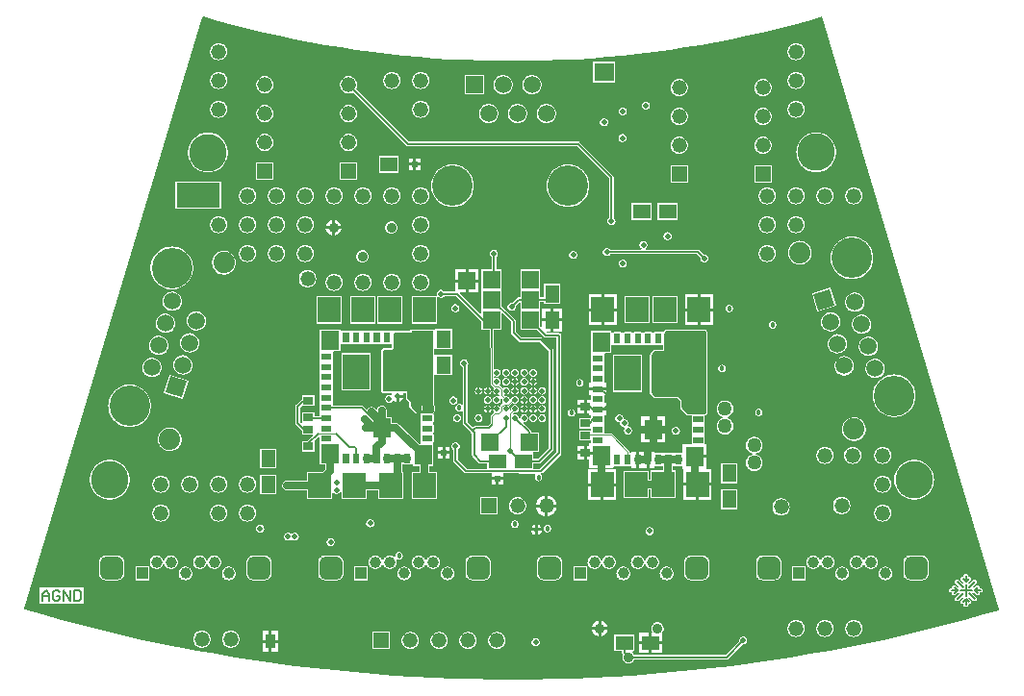
<source format=gbl>
%FSLAX25Y25*%
%MOIN*%
G70*
G01*
G75*
G04 Layer_Physical_Order=6*
G04 Layer_Color=16711680*
%ADD10C,0.00605*%
%ADD11R,0.03347X0.05118*%
%ADD12R,0.07087X0.06299*%
%ADD13C,0.02000*%
%ADD14R,0.01378X0.05512*%
%ADD15R,0.15000X0.08500*%
%ADD16R,0.02756X0.01575*%
%ADD17R,0.03543X0.02756*%
%ADD18R,0.06496X0.00984*%
%ADD19R,0.06496X0.00984*%
%ADD20R,0.06000X0.06000*%
%ADD21R,0.02756X0.03543*%
%ADD22R,0.05000X0.06000*%
%ADD23R,0.06000X0.05000*%
%ADD24C,0.02000*%
%ADD25C,0.00425*%
%ADD26C,0.00800*%
%ADD27C,0.00500*%
%ADD28C,0.00400*%
%ADD29C,0.00600*%
%ADD30C,0.05000*%
%ADD31R,0.05906X0.05906*%
%ADD32C,0.05906*%
%ADD33C,0.14000*%
%ADD34C,0.07400*%
%ADD35P,0.08352X4X152.0*%
%ADD36P,0.08352X4X298.0*%
%ADD37R,0.02362X0.03740*%
%ADD38C,0.03000*%
%ADD39C,0.04000*%
%ADD40P,0.02165X8X22.5*%
%ADD41R,0.03740X0.02362*%
%ADD42R,0.03937X0.03937*%
%ADD43C,0.03937*%
G04:AMPARAMS|DCode=44|XSize=78.74mil|YSize=78.74mil|CornerRadius=19.69mil|HoleSize=0mil|Usage=FLASHONLY|Rotation=0.000|XOffset=0mil|YOffset=0mil|HoleType=Round|Shape=RoundedRectangle|*
%AMROUNDEDRECTD44*
21,1,0.07874,0.03937,0,0,0.0*
21,1,0.03937,0.07874,0,0,0.0*
1,1,0.03937,0.01969,-0.01969*
1,1,0.03937,-0.01969,-0.01969*
1,1,0.03937,-0.01969,0.01969*
1,1,0.03937,0.01969,0.01969*
%
%ADD44ROUNDEDRECTD44*%
%ADD45C,0.03500*%
%ADD46R,0.05200X0.05200*%
%ADD47C,0.05200*%
%ADD48R,0.05200X0.05200*%
%ADD49R,0.02000X0.02000*%
%ADD50C,0.13000*%
%ADD51C,0.01800*%
%ADD52C,0.04000*%
%ADD53C,0.02800*%
%ADD54C,0.04500*%
%ADD55C,0.05543*%
%ADD56C,0.14800*%
%ADD57C,0.08200*%
%ADD58C,0.05500*%
G04:AMPARAMS|DCode=59|XSize=68mil|YSize=68mil|CornerRadius=0mil|HoleSize=0mil|Usage=FLASHONLY|Rotation=0.000|XOffset=0mil|YOffset=0mil|HoleType=Round|Shape=Relief|Width=10mil|Gap=10mil|Entries=4|*
%AMTHD59*
7,0,0,0.06800,0.04800,0.01000,45*
%
%ADD59THD59*%
G04:AMPARAMS|DCode=60|XSize=40mil|YSize=40mil|CornerRadius=0mil|HoleSize=0mil|Usage=FLASHONLY|Rotation=0.000|XOffset=0mil|YOffset=0mil|HoleType=Round|Shape=Relief|Width=6mil|Gap=8mil|Entries=4|*
%AMTHD60*
7,0,0,0.04000,0.02400,0.00600,45*
%
%ADD60THD60*%
G04:AMPARAMS|DCode=61|XSize=52mil|YSize=52mil|CornerRadius=0mil|HoleSize=0mil|Usage=FLASHONLY|Rotation=0.000|XOffset=0mil|YOffset=0mil|HoleType=Round|Shape=Relief|Width=6mil|Gap=8mil|Entries=4|*
%AMTHD61*
7,0,0,0.05200,0.03600,0.00600,45*
%
%ADD61THD61*%
G04:AMPARAMS|DCode=62|XSize=20mil|YSize=20mil|CornerRadius=0mil|HoleSize=0mil|Usage=FLASHONLY|Rotation=0.000|XOffset=0mil|YOffset=0mil|HoleType=Round|Shape=Relief|Width=4mil|Gap=3mil|Entries=4|*
%AMTHD62*
7,0,0,0.02000,0.01400,0.00400,45*
%
%ADD62THD62*%
%ADD63C,0.04913*%
%ADD64C,0.07315*%
%ADD65C,0.04200*%
%ADD66C,0.05800*%
%ADD67C,0.11600*%
%ADD68C,0.00480*%
%ADD69C,0.00390*%
%ADD70R,0.07874X0.08661*%
%ADD71R,0.06000X0.06000*%
%ADD72C,0.02500*%
%ADD73C,0.01500*%
G04:AMPARAMS|DCode=74|XSize=98mil|YSize=98mil|CornerRadius=0mil|HoleSize=0mil|Usage=FLASHONLY|Rotation=0.000|XOffset=0mil|YOffset=0mil|HoleType=Round|Shape=Relief|Width=10mil|Gap=10mil|Entries=4|*
%AMTHD74*
7,0,0,0.09800,0.07800,0.01000,45*
%
%ADD74THD74*%
%ADD75R,0.07874X0.08661*%
%ADD76R,0.09252X0.12205*%
%ADD77R,0.06299X0.06693*%
%ADD78R,0.06299X0.06693*%
%ADD79C,0.01000*%
%ADD80C,0.00375*%
%ADD81R,0.02000X0.01000*%
%ADD82R,0.07000X0.19000*%
%ADD83R,0.01000X0.14000*%
%ADD84R,0.05000X0.15000*%
%ADD85R,0.02000X0.01500*%
%ADD86R,0.06000X0.03500*%
%ADD87R,0.00500X0.01500*%
%ADD88R,0.01500X0.03000*%
%ADD89R,0.07500X0.26000*%
%ADD90R,0.02362X0.03740*%
%ADD91R,0.02362X0.03740*%
%ADD92R,0.02362X0.03740*%
%ADD93R,0.02362X0.03740*%
%ADD94R,0.03740X0.02362*%
%ADD95R,0.03740X0.02362*%
%ADD96R,0.06000X0.02760*%
%ADD97R,0.02107X0.03100*%
%ADD98R,0.05000X0.14260*%
%ADD99R,0.01000X0.13760*%
%ADD100R,0.02000X0.02000*%
G36*
X143364Y340127D02*
X148618Y338706D01*
X153891Y337361D01*
X159183Y336090D01*
X164492Y334895D01*
X169818Y333776D01*
X175159Y332734D01*
X180515Y331768D01*
X185884Y330878D01*
X191265Y330065D01*
X196657Y329329D01*
X202059Y328670D01*
X207470Y328088D01*
X212889Y327584D01*
X218314Y327157D01*
X223745Y326807D01*
X229180Y326536D01*
X234619Y326341D01*
X240060Y326225D01*
X245502Y326186D01*
X250944Y326225D01*
X256384Y326341D01*
X261823Y326536D01*
X267259Y326807D01*
X272689Y327157D01*
X278115Y327584D01*
X283533Y328088D01*
X288944Y328670D01*
X294346Y329329D01*
X299739Y330065D01*
X305120Y330878D01*
X310489Y331768D01*
X315844Y332734D01*
X321185Y333776D01*
X326511Y334895D01*
X331821Y336090D01*
X337112Y337361D01*
X342386Y338706D01*
X347639Y340127D01*
X352628Y341554D01*
X413982Y136018D01*
X413790Y135668D01*
X408610Y134184D01*
X401973Y132365D01*
X395316Y130622D01*
X388640Y128955D01*
X381945Y127364D01*
X375233Y125849D01*
X368504Y124411D01*
X361759Y123049D01*
X354999Y121764D01*
X348224Y120556D01*
X341437Y119426D01*
X334636Y118373D01*
X327825Y117397D01*
X321003Y116499D01*
X314171Y115678D01*
X307330Y114936D01*
X300481Y114271D01*
X293624Y113684D01*
X286762Y113175D01*
X279894Y112745D01*
X273022Y112393D01*
X266146Y112119D01*
X259268Y111923D01*
X252388Y111805D01*
X245507Y111766D01*
X238626Y111805D01*
X231746Y111923D01*
X224867Y112119D01*
X217991Y112393D01*
X211119Y112745D01*
X204252Y113175D01*
X197389Y113684D01*
X190533Y114271D01*
X183684Y114936D01*
X176843Y115678D01*
X170011Y116499D01*
X163189Y117397D01*
X156377Y118373D01*
X149577Y119426D01*
X142789Y120556D01*
X136015Y121764D01*
X129255Y123049D01*
X122510Y124411D01*
X115780Y125849D01*
X109068Y127364D01*
X102373Y128955D01*
X95697Y130622D01*
X89040Y132365D01*
X82404Y134184D01*
X76455Y135888D01*
X76263Y136239D01*
X137785Y341437D01*
X138132Y341623D01*
X143364Y340127D01*
D02*
G37*
%LPC*%
G36*
X239578Y206840D02*
X239371Y206777D01*
X239142Y206654D01*
X238941Y206489D01*
X238776Y206288D01*
X238653Y206059D01*
X238590Y205851D01*
X239578D01*
Y206840D01*
D02*
G37*
G36*
X108496Y154844D02*
X104560D01*
X104188Y154815D01*
X103825Y154728D01*
X103481Y154586D01*
X103163Y154391D01*
X102880Y154149D01*
X102637Y153865D01*
X102443Y153547D01*
X102300Y153203D01*
X102213Y152840D01*
X102184Y152469D01*
Y148532D01*
X102213Y148160D01*
X102300Y147798D01*
X102443Y147453D01*
X102637Y147135D01*
X102880Y146852D01*
X103163Y146610D01*
X103481Y146415D01*
X103825Y146272D01*
X104188Y146185D01*
X104560Y146156D01*
X108496D01*
X108868Y146185D01*
X109231Y146272D01*
X109575Y146415D01*
X109893Y146610D01*
X110177Y146852D01*
X110419Y147135D01*
X110613Y147453D01*
X110756Y147798D01*
X110843Y148160D01*
X110872Y148532D01*
Y152469D01*
X110843Y152840D01*
X110756Y153203D01*
X110613Y153547D01*
X110419Y153865D01*
X110177Y154149D01*
X109893Y154391D01*
X109575Y154586D01*
X109231Y154728D01*
X108868Y154815D01*
X108496Y154844D01*
D02*
G37*
G36*
X374516Y150907D02*
X374145Y150878D01*
X373782Y150791D01*
X373438Y150648D01*
X373120Y150454D01*
X372836Y150212D01*
X372594Y149928D01*
X372399Y149610D01*
X372257Y149266D01*
X372170Y148903D01*
X372140Y148532D01*
X372170Y148160D01*
X372257Y147797D01*
X372399Y147453D01*
X372594Y147135D01*
X372836Y146852D01*
X373120Y146609D01*
X373438Y146415D01*
X373782Y146272D01*
X374145Y146185D01*
X374516Y146156D01*
X374888Y146185D01*
X375250Y146272D01*
X375595Y146415D01*
X375913Y146609D01*
X376196Y146852D01*
X376438Y147135D01*
X376633Y147453D01*
X376776Y147797D01*
X376863Y148160D01*
X376892Y148532D01*
X376863Y148903D01*
X376776Y149266D01*
X376633Y149610D01*
X376438Y149928D01*
X376196Y150212D01*
X375913Y150454D01*
X375595Y150648D01*
X375250Y150791D01*
X374888Y150878D01*
X374516Y150907D01*
D02*
G37*
G36*
X237029Y206840D02*
Y205851D01*
X238017D01*
X237954Y206059D01*
X237832Y206288D01*
X237667Y206489D01*
X237466Y206654D01*
X237236Y206777D01*
X237029Y206840D01*
D02*
G37*
G36*
X184322Y154844D02*
X180385D01*
X180013Y154815D01*
X179651Y154728D01*
X179306Y154586D01*
X178988Y154391D01*
X178705Y154149D01*
X178463Y153865D01*
X178268Y153547D01*
X178125Y153203D01*
X178038Y152840D01*
X178009Y152469D01*
Y148532D01*
X178038Y148160D01*
X178125Y147798D01*
X178268Y147453D01*
X178463Y147135D01*
X178705Y146852D01*
X178988Y146610D01*
X179306Y146415D01*
X179651Y146272D01*
X180013Y146185D01*
X180385Y146156D01*
X184322D01*
X184694Y146185D01*
X185056Y146272D01*
X185400Y146415D01*
X185718Y146610D01*
X186002Y146852D01*
X186244Y147135D01*
X186439Y147453D01*
X186581Y147798D01*
X186669Y148160D01*
X186698Y148532D01*
Y152469D01*
X186669Y152840D01*
X186581Y153203D01*
X186439Y153547D01*
X186244Y153865D01*
X186002Y154149D01*
X185718Y154391D01*
X185400Y154586D01*
X185056Y154728D01*
X184694Y154815D01*
X184322Y154844D01*
D02*
G37*
G36*
X235346D02*
X231409D01*
X231037Y154815D01*
X230674Y154728D01*
X230330Y154586D01*
X230012Y154391D01*
X229729Y154149D01*
X229486Y153865D01*
X229292Y153547D01*
X229149Y153203D01*
X229062Y152840D01*
X229033Y152469D01*
Y148532D01*
X229062Y148160D01*
X229149Y147798D01*
X229292Y147453D01*
X229486Y147135D01*
X229729Y146852D01*
X230012Y146610D01*
X230330Y146415D01*
X230674Y146272D01*
X231037Y146185D01*
X231409Y146156D01*
X235346D01*
X235717Y146185D01*
X236080Y146272D01*
X236424Y146415D01*
X236742Y146610D01*
X237025Y146852D01*
X237268Y147135D01*
X237462Y147453D01*
X237605Y147798D01*
X237692Y148160D01*
X237721Y148532D01*
Y152469D01*
X237692Y152840D01*
X237605Y153203D01*
X237462Y153547D01*
X237268Y153865D01*
X237025Y154149D01*
X236742Y154391D01*
X236424Y154586D01*
X236080Y154728D01*
X235717Y154815D01*
X235346Y154844D01*
D02*
G37*
G36*
X236429Y206840D02*
X236221Y206777D01*
X235992Y206654D01*
X235791Y206489D01*
X235626Y206288D01*
X235503Y206059D01*
X235440Y205851D01*
X236429D01*
Y206840D01*
D02*
G37*
G36*
X159520Y154844D02*
X155583D01*
X155211Y154815D01*
X154849Y154728D01*
X154505Y154586D01*
X154187Y154391D01*
X153903Y154149D01*
X153661Y153865D01*
X153466Y153547D01*
X153324Y153203D01*
X153236Y152840D01*
X153207Y152469D01*
Y148532D01*
X153236Y148160D01*
X153324Y147798D01*
X153466Y147453D01*
X153661Y147135D01*
X153903Y146852D01*
X154187Y146610D01*
X154505Y146415D01*
X154849Y146272D01*
X155211Y146185D01*
X155583Y146156D01*
X159520D01*
X159892Y146185D01*
X160254Y146272D01*
X160599Y146415D01*
X160917Y146610D01*
X161200Y146852D01*
X161442Y147135D01*
X161637Y147453D01*
X161780Y147798D01*
X161867Y148160D01*
X161896Y148532D01*
Y152469D01*
X161867Y152840D01*
X161780Y153203D01*
X161637Y153547D01*
X161442Y153865D01*
X161200Y154149D01*
X160917Y154391D01*
X160599Y154586D01*
X160254Y154728D01*
X159892Y154815D01*
X159520Y154844D01*
D02*
G37*
G36*
X359516Y150907D02*
X359144Y150878D01*
X358782Y150791D01*
X358438Y150648D01*
X358120Y150454D01*
X357836Y150212D01*
X357594Y149928D01*
X357399Y149610D01*
X357257Y149266D01*
X357170Y148903D01*
X357140Y148532D01*
X357170Y148160D01*
X357257Y147797D01*
X357399Y147453D01*
X357594Y147135D01*
X357836Y146852D01*
X358120Y146609D01*
X358438Y146415D01*
X358782Y146272D01*
X359144Y146185D01*
X359516Y146156D01*
X359888Y146185D01*
X360250Y146272D01*
X360595Y146415D01*
X360913Y146609D01*
X361196Y146852D01*
X361438Y147135D01*
X361633Y147453D01*
X361776Y147797D01*
X361863Y148160D01*
X361892Y148532D01*
X361863Y148903D01*
X361776Y149266D01*
X361633Y149610D01*
X361438Y149928D01*
X361196Y150212D01*
X360913Y150454D01*
X360595Y150648D01*
X360250Y150791D01*
X359888Y150878D01*
X359516Y150907D01*
D02*
G37*
G36*
X222865D02*
X222494Y150878D01*
X222131Y150791D01*
X221787Y150648D01*
X221469Y150454D01*
X221185Y150212D01*
X220943Y149928D01*
X220748Y149610D01*
X220606Y149266D01*
X220519Y148903D01*
X220489Y148532D01*
X220519Y148160D01*
X220606Y147797D01*
X220748Y147453D01*
X220943Y147135D01*
X221185Y146852D01*
X221469Y146609D01*
X221787Y146415D01*
X222131Y146272D01*
X222494Y146185D01*
X222865Y146156D01*
X223237Y146185D01*
X223599Y146272D01*
X223944Y146415D01*
X224262Y146609D01*
X224545Y146852D01*
X224787Y147135D01*
X224982Y147453D01*
X225125Y147797D01*
X225212Y148160D01*
X225241Y148532D01*
X225212Y148903D01*
X225125Y149266D01*
X224982Y149610D01*
X224787Y149928D01*
X224545Y150212D01*
X224262Y150454D01*
X223944Y150648D01*
X223599Y150791D01*
X223237Y150878D01*
X222865Y150907D01*
D02*
G37*
G36*
X283691D02*
X283319Y150878D01*
X282957Y150791D01*
X282612Y150648D01*
X282294Y150454D01*
X282011Y150212D01*
X281769Y149928D01*
X281574Y149610D01*
X281431Y149266D01*
X281344Y148903D01*
X281315Y148532D01*
X281344Y148160D01*
X281431Y147797D01*
X281574Y147453D01*
X281769Y147135D01*
X282011Y146852D01*
X282294Y146609D01*
X282612Y146415D01*
X282957Y146272D01*
X283319Y146185D01*
X283691Y146156D01*
X284063Y146185D01*
X284425Y146272D01*
X284769Y146415D01*
X285087Y146609D01*
X285371Y146852D01*
X285613Y147135D01*
X285808Y147453D01*
X285950Y147797D01*
X286037Y148160D01*
X286067Y148532D01*
X286037Y148903D01*
X285950Y149266D01*
X285808Y149610D01*
X285613Y149928D01*
X285371Y150212D01*
X285087Y150454D01*
X284769Y150648D01*
X284425Y150791D01*
X284063Y150878D01*
X283691Y150907D01*
D02*
G37*
G36*
X147040D02*
X146668Y150878D01*
X146306Y150791D01*
X145961Y150648D01*
X145643Y150454D01*
X145360Y150212D01*
X145118Y149928D01*
X144923Y149610D01*
X144780Y149266D01*
X144693Y148903D01*
X144664Y148532D01*
X144693Y148160D01*
X144780Y147797D01*
X144923Y147453D01*
X145118Y147135D01*
X145360Y146852D01*
X145643Y146609D01*
X145961Y146415D01*
X146306Y146272D01*
X146668Y146185D01*
X147040Y146156D01*
X147412Y146185D01*
X147774Y146272D01*
X148118Y146415D01*
X148436Y146609D01*
X148720Y146852D01*
X148962Y147135D01*
X149157Y147453D01*
X149299Y147797D01*
X149386Y148160D01*
X149416Y148532D01*
X149386Y148903D01*
X149299Y149266D01*
X149157Y149610D01*
X148962Y149928D01*
X148720Y150212D01*
X148436Y150454D01*
X148118Y150648D01*
X147774Y150791D01*
X147412Y150878D01*
X147040Y150907D01*
D02*
G37*
G36*
X207865D02*
X207493Y150878D01*
X207131Y150791D01*
X206787Y150648D01*
X206469Y150454D01*
X206185Y150212D01*
X205943Y149928D01*
X205748Y149610D01*
X205606Y149266D01*
X205519Y148903D01*
X205489Y148532D01*
X205519Y148160D01*
X205606Y147797D01*
X205748Y147453D01*
X205943Y147135D01*
X206185Y146852D01*
X206469Y146609D01*
X206787Y146415D01*
X207131Y146272D01*
X207493Y146185D01*
X207865Y146156D01*
X208237Y146185D01*
X208599Y146272D01*
X208944Y146415D01*
X209262Y146609D01*
X209545Y146852D01*
X209787Y147135D01*
X209982Y147453D01*
X210125Y147797D01*
X210212Y148160D01*
X210241Y148532D01*
X210212Y148903D01*
X210125Y149266D01*
X209982Y149610D01*
X209787Y149928D01*
X209545Y150212D01*
X209262Y150454D01*
X208944Y150648D01*
X208599Y150791D01*
X208237Y150878D01*
X207865Y150907D01*
D02*
G37*
G36*
X270028Y208831D02*
X267756D01*
Y206953D01*
X270028D01*
Y208831D01*
D02*
G37*
G36*
X298691Y150907D02*
X298319Y150878D01*
X297957Y150791D01*
X297612Y150648D01*
X297294Y150454D01*
X297011Y150212D01*
X296769Y149928D01*
X296574Y149610D01*
X296431Y149266D01*
X296344Y148903D01*
X296315Y148532D01*
X296344Y148160D01*
X296431Y147797D01*
X296574Y147453D01*
X296769Y147135D01*
X297011Y146852D01*
X297294Y146609D01*
X297612Y146415D01*
X297957Y146272D01*
X298319Y146185D01*
X298691Y146156D01*
X299062Y146185D01*
X299425Y146272D01*
X299769Y146415D01*
X300087Y146609D01*
X300371Y146852D01*
X300613Y147135D01*
X300808Y147453D01*
X300950Y147797D01*
X301037Y148160D01*
X301067Y148532D01*
X301037Y148903D01*
X300950Y149266D01*
X300808Y149610D01*
X300613Y149928D01*
X300371Y150212D01*
X300087Y150454D01*
X299769Y150648D01*
X299425Y150791D01*
X299062Y150878D01*
X298691Y150907D01*
D02*
G37*
G36*
X236729Y210057D02*
X236464Y210031D01*
X236210Y209954D01*
X235975Y209829D01*
X235770Y209660D01*
X235601Y209454D01*
X235475Y209220D01*
X235398Y208965D01*
X235372Y208701D01*
X235398Y208436D01*
X235475Y208182D01*
X235601Y207947D01*
X235770Y207742D01*
X235975Y207573D01*
X236210Y207448D01*
X236464Y207370D01*
X236729Y207344D01*
X236993Y207370D01*
X237248Y207448D01*
X237483Y207573D01*
X237688Y207742D01*
X237857Y207947D01*
X237982Y208182D01*
X238059Y208436D01*
X238085Y208701D01*
X238059Y208965D01*
X237982Y209220D01*
X237857Y209454D01*
X237688Y209660D01*
X237483Y209829D01*
X237248Y209954D01*
X236993Y210031D01*
X236729Y210057D01*
D02*
G37*
G36*
X224828Y209907D02*
X224553Y209880D01*
X224290Y209800D01*
X224046Y209670D01*
X223833Y209495D01*
X223658Y209282D01*
X223528Y209038D01*
X223448Y208774D01*
X223421Y208500D01*
X223448Y208226D01*
X223528Y207962D01*
X223658Y207718D01*
X223833Y207505D01*
X224046Y207330D01*
X224290Y207200D01*
X224553Y207120D01*
X224828Y207093D01*
X225102Y207120D01*
X225366Y207200D01*
X225610Y207330D01*
X225823Y207505D01*
X225998Y207718D01*
X226128Y207962D01*
X226208Y208226D01*
X226235Y208500D01*
X226208Y208774D01*
X226128Y209038D01*
X225998Y209282D01*
X225823Y209495D01*
X225610Y209670D01*
X225366Y209800D01*
X225102Y209880D01*
X224828Y209907D01*
D02*
G37*
G36*
X226126Y203808D02*
X225852Y203781D01*
X225588Y203701D01*
X225345Y203571D01*
X225132Y203396D01*
X224957Y203183D01*
X224827Y202940D01*
X224747Y202676D01*
X224720Y202402D01*
X224747Y202127D01*
X224827Y201863D01*
X224957Y201620D01*
X225132Y201407D01*
X225345Y201232D01*
X225588Y201102D01*
X225852Y201022D01*
X226126Y200995D01*
X226401Y201022D01*
X226665Y201102D01*
X226908Y201232D01*
X227121Y201407D01*
X227296Y201620D01*
X227426Y201863D01*
X227506Y202127D01*
X227533Y202402D01*
X227506Y202676D01*
X227426Y202940D01*
X227296Y203183D01*
X227121Y203396D01*
X226908Y203571D01*
X226665Y203701D01*
X226401Y203781D01*
X226126Y203808D01*
D02*
G37*
G36*
X277662Y211988D02*
X271922D01*
Y210307D01*
X272522D01*
Y208831D01*
X271028D01*
Y206453D01*
Y204075D01*
X271922D01*
Y203221D01*
X272522D01*
Y202325D01*
X268356D01*
Y198769D01*
X272522D01*
Y198083D01*
X268356D01*
Y194528D01*
X272522D01*
Y193803D01*
X271922D01*
Y192778D01*
X271028D01*
Y190400D01*
Y188022D01*
X271922D01*
Y185110D01*
X280221D01*
Y185466D01*
X280465Y185702D01*
X280465D01*
Y185702D01*
D01*
X282828D01*
X282868Y185710D01*
X283164D01*
Y185710D01*
X283164D01*
X283164Y185710D01*
X283545D01*
Y185710D01*
X283969D01*
X284009Y185702D01*
X286371D01*
X286489Y185110D01*
Y185110D01*
X288170D01*
Y187980D01*
Y190850D01*
X286489D01*
Y190850D01*
X286371Y190258D01*
X285732D01*
Y190802D01*
X285711Y190958D01*
X285650Y191104D01*
X285554Y191229D01*
X279816Y196968D01*
X279690Y197064D01*
X279544Y197125D01*
X279388Y197145D01*
X277062D01*
Y199896D01*
D01*
Y199896D01*
X277062Y199896D01*
Y200277D01*
X277062D01*
Y203221D01*
X277662D01*
Y204902D01*
X274792D01*
Y205902D01*
X277662D01*
Y207583D01*
X277062D01*
Y210307D01*
X277662D01*
Y211988D01*
D02*
G37*
G36*
X386997Y154844D02*
X383060D01*
X382688Y154815D01*
X382325Y154728D01*
X381981Y154586D01*
X381663Y154391D01*
X381380Y154149D01*
X381137Y153865D01*
X380943Y153547D01*
X380800Y153203D01*
X380713Y152840D01*
X380684Y152469D01*
Y148532D01*
X380713Y148160D01*
X380800Y147798D01*
X380943Y147453D01*
X381137Y147135D01*
X381380Y146852D01*
X381663Y146610D01*
X381981Y146415D01*
X382325Y146272D01*
X382688Y146185D01*
X383060Y146156D01*
X386997D01*
X387368Y146185D01*
X387731Y146272D01*
X388075Y146415D01*
X388393Y146610D01*
X388677Y146852D01*
X388919Y147135D01*
X389113Y147453D01*
X389256Y147798D01*
X389343Y148160D01*
X389372Y148532D01*
Y152469D01*
X389343Y152840D01*
X389256Y153203D01*
X389113Y153547D01*
X388919Y153865D01*
X388677Y154149D01*
X388393Y154391D01*
X388075Y154586D01*
X387731Y154728D01*
X387368Y154815D01*
X386997Y154844D01*
D02*
G37*
G36*
X233579Y203758D02*
X233315Y203732D01*
X233060Y203655D01*
X232826Y203530D01*
X232620Y203361D01*
X232451Y203155D01*
X232326Y202921D01*
X232249Y202666D01*
X232223Y202402D01*
X232249Y202137D01*
X232326Y201883D01*
X232451Y201648D01*
X232620Y201442D01*
X232826Y201274D01*
X233060Y201148D01*
X233315Y201071D01*
X233579Y201045D01*
X233844Y201071D01*
X234098Y201148D01*
X234333Y201274D01*
X234538Y201442D01*
X234707Y201648D01*
X234833Y201883D01*
X234910Y202137D01*
X234936Y202402D01*
X234910Y202666D01*
X234833Y202921D01*
X234707Y203155D01*
X234538Y203361D01*
X234333Y203530D01*
X234098Y203655D01*
X233844Y203732D01*
X233579Y203758D01*
D02*
G37*
G36*
X293485Y202858D02*
X289835D01*
Y199012D01*
X293485D01*
Y202858D01*
D02*
G37*
G36*
X282329Y203705D02*
X282055Y203678D01*
X281791Y203598D01*
X281548Y203468D01*
X281335Y203293D01*
X281160Y203080D01*
X281030Y202837D01*
X280950Y202573D01*
X280923Y202299D01*
X280950Y202024D01*
X281030Y201760D01*
X281160Y201517D01*
X281335Y201304D01*
X281548Y201129D01*
X281791Y200999D01*
X282055Y200919D01*
X282329Y200892D01*
X282338Y200893D01*
X282621Y200610D01*
X282620Y200602D01*
X282647Y200327D01*
X282727Y200063D01*
X282857Y199820D01*
X283032Y199607D01*
X283245Y199432D01*
X283488Y199302D01*
X283752Y199222D01*
X283952Y199202D01*
X284141Y198849D01*
X284028Y198638D01*
X283948Y198374D01*
X283921Y198100D01*
X283948Y197826D01*
X284028Y197562D01*
X284158Y197318D01*
X284333Y197105D01*
X284546Y196930D01*
X284790Y196800D01*
X285054Y196720D01*
X285328Y196693D01*
X285602Y196720D01*
X285866Y196800D01*
X286110Y196930D01*
X286323Y197105D01*
X286498Y197318D01*
X286628Y197562D01*
X286708Y197826D01*
X286735Y198100D01*
X286708Y198374D01*
X286628Y198638D01*
X286498Y198882D01*
X286323Y199095D01*
X286110Y199270D01*
X285866Y199400D01*
X285602Y199480D01*
X285402Y199499D01*
X285213Y199852D01*
X285326Y200063D01*
X285406Y200327D01*
X285433Y200602D01*
X285406Y200876D01*
X285326Y201140D01*
X285196Y201383D01*
X285021Y201596D01*
X284808Y201771D01*
X284565Y201901D01*
X284301Y201981D01*
X284027Y202008D01*
X284018Y202008D01*
X283735Y202290D01*
X283736Y202299D01*
X283709Y202573D01*
X283629Y202837D01*
X283499Y203080D01*
X283324Y203293D01*
X283111Y203468D01*
X282868Y203598D01*
X282604Y203678D01*
X282329Y203705D01*
D02*
G37*
G36*
X112718Y214037D02*
X111992Y214002D01*
X111272Y213897D01*
X110567Y213722D01*
X109881Y213479D01*
X109223Y213169D01*
X108599Y212797D01*
X108014Y212365D01*
X107474Y211878D01*
X106985Y211340D01*
X106551Y210757D01*
X106175Y210135D01*
X105863Y209478D01*
X105617Y208794D01*
X105438Y208089D01*
X105330Y207370D01*
X105293Y206644D01*
X105327Y205918D01*
X105432Y205198D01*
X105607Y204492D01*
X105851Y203807D01*
X106160Y203149D01*
X106533Y202525D01*
X106964Y201940D01*
X107451Y201400D01*
X107989Y200911D01*
X108572Y200476D01*
X109195Y200101D01*
X109852Y199789D01*
X110536Y199542D01*
X111241Y199364D01*
X111960Y199256D01*
X112686Y199219D01*
X113412Y199253D01*
X114131Y199358D01*
X114837Y199533D01*
X115522Y199776D01*
X116180Y200086D01*
X116805Y200458D01*
X117390Y200890D01*
X117929Y201377D01*
X118419Y201915D01*
X118853Y202498D01*
X119228Y203121D01*
X119541Y203778D01*
X119787Y204462D01*
X119965Y205166D01*
X120073Y205885D01*
X120111Y206611D01*
X120077Y207338D01*
X119972Y208057D01*
X119796Y208763D01*
X119553Y209448D01*
X119244Y210106D01*
X118871Y210730D01*
X118439Y211315D01*
X117952Y211855D01*
X117414Y212345D01*
X116831Y212779D01*
X116209Y213154D01*
X115552Y213466D01*
X114868Y213713D01*
X114163Y213891D01*
X113444Y213999D01*
X112718Y214037D01*
D02*
G37*
G36*
X298134Y202858D02*
X294485D01*
Y199012D01*
X298134D01*
Y202858D01*
D02*
G37*
G36*
X335973Y154844D02*
X332036D01*
X331664Y154815D01*
X331302Y154728D01*
X330957Y154586D01*
X330639Y154391D01*
X330356Y154149D01*
X330114Y153865D01*
X329919Y153547D01*
X329776Y153203D01*
X329689Y152840D01*
X329660Y152469D01*
Y148532D01*
X329689Y148160D01*
X329776Y147798D01*
X329919Y147453D01*
X330114Y147135D01*
X330356Y146852D01*
X330639Y146610D01*
X330957Y146415D01*
X331302Y146272D01*
X331664Y146185D01*
X332036Y146156D01*
X335973D01*
X336345Y146185D01*
X336707Y146272D01*
X337052Y146415D01*
X337369Y146610D01*
X337653Y146852D01*
X337895Y147135D01*
X338090Y147453D01*
X338232Y147798D01*
X338319Y148160D01*
X338349Y148532D01*
Y152469D01*
X338319Y152840D01*
X338232Y153203D01*
X338090Y153547D01*
X337895Y153865D01*
X337653Y154149D01*
X337369Y154391D01*
X337052Y154586D01*
X336707Y154728D01*
X336345Y154815D01*
X335973Y154844D01*
D02*
G37*
G36*
X236429Y205251D02*
X235440D01*
X235503Y205044D01*
X235626Y204814D01*
X235791Y204613D01*
X235992Y204448D01*
X236221Y204326D01*
X236429Y204263D01*
Y205251D01*
D02*
G37*
G36*
X311171Y154844D02*
X307234D01*
X306862Y154815D01*
X306500Y154728D01*
X306155Y154586D01*
X305838Y154391D01*
X305554Y154149D01*
X305312Y153865D01*
X305117Y153547D01*
X304975Y153203D01*
X304888Y152840D01*
X304858Y152469D01*
Y148532D01*
X304888Y148160D01*
X304975Y147798D01*
X305117Y147453D01*
X305312Y147135D01*
X305554Y146852D01*
X305838Y146610D01*
X306155Y146415D01*
X306500Y146272D01*
X306862Y146185D01*
X307234Y146156D01*
X311171D01*
X311543Y146185D01*
X311905Y146272D01*
X312250Y146415D01*
X312568Y146610D01*
X312851Y146852D01*
X313093Y147135D01*
X313288Y147453D01*
X313431Y147798D01*
X313518Y148160D01*
X313547Y148532D01*
Y152469D01*
X313518Y152840D01*
X313431Y153203D01*
X313288Y153547D01*
X313093Y153865D01*
X312851Y154149D01*
X312568Y154391D01*
X312250Y154586D01*
X311905Y154728D01*
X311543Y154815D01*
X311171Y154844D01*
D02*
G37*
G36*
X260148D02*
X256210D01*
X255839Y154815D01*
X255476Y154728D01*
X255132Y154586D01*
X254814Y154391D01*
X254531Y154149D01*
X254288Y153865D01*
X254094Y153547D01*
X253951Y153203D01*
X253864Y152840D01*
X253835Y152469D01*
Y148532D01*
X253864Y148160D01*
X253951Y147798D01*
X254094Y147453D01*
X254288Y147135D01*
X254531Y146852D01*
X254814Y146610D01*
X255132Y146415D01*
X255476Y146272D01*
X255839Y146185D01*
X256210Y146156D01*
X260148D01*
X260519Y146185D01*
X260882Y146272D01*
X261226Y146415D01*
X261544Y146610D01*
X261827Y146852D01*
X262070Y147135D01*
X262264Y147453D01*
X262407Y147798D01*
X262494Y148160D01*
X262523Y148532D01*
Y152469D01*
X262494Y152840D01*
X262407Y153203D01*
X262264Y153547D01*
X262070Y153865D01*
X261827Y154149D01*
X261544Y154391D01*
X261226Y154586D01*
X260882Y154728D01*
X260519Y154815D01*
X260148Y154844D01*
D02*
G37*
G36*
X238017Y205251D02*
X237029D01*
Y204263D01*
X237236Y204326D01*
X237466Y204448D01*
X237667Y204613D01*
X237832Y204814D01*
X237954Y205044D01*
X238017Y205251D01*
D02*
G37*
G36*
X265728Y205506D02*
X265473Y205481D01*
X265228Y205407D01*
X265002Y205286D01*
X264804Y205124D01*
X264642Y204926D01*
X264521Y204700D01*
X264447Y204455D01*
X264422Y204200D01*
X264447Y203945D01*
X264521Y203700D01*
X264642Y203474D01*
X264804Y203276D01*
X265002Y203114D01*
X265228Y202993D01*
X265473Y202919D01*
X265728Y202894D01*
X265983Y202919D01*
X266228Y202993D01*
X266454Y203114D01*
X266652Y203276D01*
X266814Y203474D01*
X266935Y203700D01*
X267009Y203945D01*
X267034Y204200D01*
X267009Y204455D01*
X266935Y204700D01*
X266814Y204926D01*
X266652Y205124D01*
X266454Y205286D01*
X266228Y205407D01*
X265983Y205481D01*
X265728Y205506D01*
D02*
G37*
G36*
X377481Y217533D02*
X376755Y217496D01*
X376036Y217388D01*
X375331Y217210D01*
X374647Y216963D01*
X373990Y216651D01*
X373367Y216276D01*
X372784Y215841D01*
X372247Y215352D01*
X371760Y214812D01*
X371328Y214227D01*
X370955Y213603D01*
X370646Y212945D01*
X370403Y212260D01*
X370227Y211554D01*
X370122Y210835D01*
X370088Y210108D01*
X370125Y209382D01*
X370234Y208663D01*
X370412Y207958D01*
X370658Y207274D01*
X370971Y206618D01*
X371346Y205995D01*
X371780Y205412D01*
X372270Y204874D01*
X372809Y204387D01*
X373394Y203955D01*
X374019Y203583D01*
X374677Y203273D01*
X375362Y203030D01*
X376067Y202855D01*
X376787Y202750D01*
X377513Y202715D01*
X378239Y202753D01*
X378958Y202861D01*
X379663Y203039D01*
X380347Y203286D01*
X381004Y203598D01*
X381627Y203973D01*
X382210Y204408D01*
X382747Y204897D01*
X383235Y205437D01*
X383666Y206022D01*
X384039Y206646D01*
X384348Y207304D01*
X384592Y207989D01*
X384767Y208695D01*
X384872Y209414D01*
X384906Y210140D01*
X384869Y210867D01*
X384760Y211586D01*
X384582Y212291D01*
X384336Y212975D01*
X384023Y213631D01*
X383648Y214254D01*
X383214Y214837D01*
X382724Y215375D01*
X382185Y215862D01*
X381600Y216294D01*
X380975Y216666D01*
X380317Y216975D01*
X379632Y217219D01*
X378927Y217394D01*
X378207Y217499D01*
X377481Y217533D01*
D02*
G37*
G36*
X270028Y205953D02*
X267756D01*
Y204075D01*
X270028D01*
Y205953D01*
D02*
G37*
G36*
X330628Y205706D02*
X330373Y205681D01*
X330128Y205607D01*
X329902Y205486D01*
X329704Y205324D01*
X329542Y205126D01*
X329421Y204900D01*
X329347Y204655D01*
X329322Y204400D01*
X329347Y204145D01*
X329421Y203900D01*
X329542Y203674D01*
X329704Y203476D01*
X329902Y203314D01*
X330128Y203193D01*
X330373Y203119D01*
X330628Y203094D01*
X330883Y203119D01*
X331128Y203193D01*
X331354Y203314D01*
X331552Y203476D01*
X331714Y203674D01*
X331835Y203900D01*
X331909Y204145D01*
X331934Y204400D01*
X331909Y204655D01*
X331835Y204900D01*
X331714Y205126D01*
X331552Y205324D01*
X331354Y205486D01*
X331128Y205607D01*
X330883Y205681D01*
X330628Y205706D01*
D02*
G37*
G36*
X160982Y128559D02*
X158808D01*
Y125500D01*
X160982D01*
Y128559D01*
D02*
G37*
G36*
X164155D02*
X161982D01*
Y125500D01*
X164155D01*
Y128559D01*
D02*
G37*
G36*
X292528Y128000D02*
X289028D01*
Y125000D01*
X292528D01*
Y128000D01*
D02*
G37*
G36*
X295528Y131657D02*
X295191Y131630D01*
X294862Y131551D01*
X294549Y131422D01*
X294260Y131245D01*
X294003Y131025D01*
X293783Y130768D01*
X293606Y130479D01*
X293477Y130166D01*
X293398Y129837D01*
X293371Y129500D01*
X293398Y129163D01*
X293477Y128834D01*
X293606Y128521D01*
X293712Y128349D01*
X293528Y128021D01*
Y125000D01*
X297028D01*
Y127954D01*
X297053Y127975D01*
X297273Y128232D01*
X297450Y128521D01*
X297579Y128834D01*
X297658Y129163D01*
X297685Y129500D01*
X297658Y129837D01*
X297579Y130166D01*
X297450Y130479D01*
X297273Y130768D01*
X297053Y131025D01*
X296796Y131245D01*
X296507Y131422D01*
X296194Y131551D01*
X295865Y131630D01*
X295528Y131657D01*
D02*
G37*
G36*
X233879Y213139D02*
Y212150D01*
X234868D01*
X234805Y212358D01*
X234682Y212587D01*
X234517Y212788D01*
X234316Y212953D01*
X234087Y213076D01*
X233879Y213139D01*
D02*
G37*
G36*
X233279D02*
X233072Y213076D01*
X232842Y212953D01*
X232641Y212788D01*
X232476Y212587D01*
X232354Y212358D01*
X232291Y212150D01*
X233279D01*
Y213139D01*
D02*
G37*
G36*
X237029D02*
Y212150D01*
X238017D01*
X237954Y212358D01*
X237832Y212587D01*
X237667Y212788D01*
X237466Y212953D01*
X237236Y213076D01*
X237029Y213139D01*
D02*
G37*
G36*
X236429D02*
X236221Y213076D01*
X235992Y212953D01*
X235791Y212788D01*
X235626Y212587D01*
X235503Y212358D01*
X235440Y212150D01*
X236429D01*
Y213139D01*
D02*
G37*
G36*
X268628Y215906D02*
X268373Y215881D01*
X268128Y215807D01*
X267902Y215686D01*
X267704Y215524D01*
X267542Y215326D01*
X267421Y215100D01*
X267347Y214855D01*
X267322Y214600D01*
X267347Y214345D01*
X267421Y214100D01*
X267542Y213874D01*
X267704Y213676D01*
X267902Y213514D01*
X268128Y213393D01*
X268373Y213319D01*
X268628Y213294D01*
X268883Y213319D01*
X269128Y213393D01*
X269354Y213514D01*
X269552Y213676D01*
X269714Y213874D01*
X269835Y214100D01*
X269909Y214345D01*
X269934Y214600D01*
X269909Y214855D01*
X269835Y215100D01*
X269714Y215326D01*
X269552Y215524D01*
X269354Y215686D01*
X269128Y215807D01*
X268883Y215881D01*
X268628Y215906D01*
D02*
G37*
G36*
X239928Y128309D02*
X239457Y128272D01*
X238998Y128162D01*
X238562Y127981D01*
X238159Y127735D01*
X237800Y127428D01*
X237493Y127069D01*
X237247Y126666D01*
X237066Y126230D01*
X236956Y125771D01*
X236919Y125300D01*
X236956Y124829D01*
X237066Y124370D01*
X237247Y123934D01*
X237493Y123531D01*
X237800Y123172D01*
X238159Y122865D01*
X238562Y122619D01*
X238998Y122438D01*
X239457Y122328D01*
X239928Y122291D01*
X240399Y122328D01*
X240858Y122438D01*
X241294Y122619D01*
X241697Y122865D01*
X242056Y123172D01*
X242363Y123531D01*
X242609Y123934D01*
X242790Y124370D01*
X242900Y124829D01*
X242937Y125300D01*
X242900Y125771D01*
X242790Y126230D01*
X242609Y126666D01*
X242363Y127069D01*
X242056Y127428D01*
X241697Y127735D01*
X241294Y127981D01*
X240858Y128162D01*
X240399Y128272D01*
X239928Y128309D01*
D02*
G37*
G36*
X202928Y128300D02*
X196928D01*
Y122300D01*
X202928D01*
Y128300D01*
D02*
G37*
G36*
X219928Y128309D02*
X219457Y128272D01*
X218998Y128162D01*
X218562Y127981D01*
X218159Y127735D01*
X217800Y127428D01*
X217493Y127069D01*
X217247Y126666D01*
X217066Y126230D01*
X216956Y125771D01*
X216919Y125300D01*
X216956Y124829D01*
X217066Y124370D01*
X217247Y123934D01*
X217493Y123531D01*
X217800Y123172D01*
X218159Y122865D01*
X218562Y122619D01*
X218998Y122438D01*
X219457Y122328D01*
X219928Y122291D01*
X220399Y122328D01*
X220858Y122438D01*
X221294Y122619D01*
X221697Y122865D01*
X222056Y123172D01*
X222363Y123531D01*
X222609Y123934D01*
X222790Y124370D01*
X222900Y124829D01*
X222937Y125300D01*
X222900Y125771D01*
X222790Y126230D01*
X222609Y126666D01*
X222363Y127069D01*
X222056Y127428D01*
X221697Y127735D01*
X221294Y127981D01*
X220858Y128162D01*
X220399Y128272D01*
X219928Y128309D01*
D02*
G37*
G36*
X229928D02*
X229457Y128272D01*
X228998Y128162D01*
X228562Y127981D01*
X228159Y127735D01*
X227800Y127428D01*
X227493Y127069D01*
X227247Y126666D01*
X227066Y126230D01*
X226956Y125771D01*
X226919Y125300D01*
X226956Y124829D01*
X227066Y124370D01*
X227247Y123934D01*
X227493Y123531D01*
X227800Y123172D01*
X228159Y122865D01*
X228562Y122619D01*
X228998Y122438D01*
X229457Y122328D01*
X229928Y122291D01*
X230399Y122328D01*
X230858Y122438D01*
X231294Y122619D01*
X231697Y122865D01*
X232056Y123172D01*
X232363Y123531D01*
X232609Y123934D01*
X232790Y124370D01*
X232900Y124829D01*
X232937Y125300D01*
X232900Y125771D01*
X232790Y126230D01*
X232609Y126666D01*
X232363Y127069D01*
X232056Y127428D01*
X231697Y127735D01*
X231294Y127981D01*
X230858Y128162D01*
X230399Y128272D01*
X229928Y128309D01*
D02*
G37*
G36*
X253328Y126107D02*
X253053Y126080D01*
X252790Y126000D01*
X252546Y125870D01*
X252333Y125695D01*
X252158Y125482D01*
X252028Y125238D01*
X251948Y124975D01*
X251921Y124700D01*
X251948Y124425D01*
X252028Y124162D01*
X252158Y123918D01*
X252333Y123705D01*
X252546Y123530D01*
X252790Y123400D01*
X253053Y123320D01*
X253328Y123293D01*
X253602Y123320D01*
X253866Y123400D01*
X254110Y123530D01*
X254323Y123705D01*
X254498Y123918D01*
X254628Y124162D01*
X254708Y124425D01*
X254735Y124700D01*
X254708Y124975D01*
X254628Y125238D01*
X254498Y125482D01*
X254323Y125695D01*
X254110Y125870D01*
X253866Y126000D01*
X253602Y126080D01*
X253328Y126107D01*
D02*
G37*
G36*
X287428Y127400D02*
X280628D01*
Y121600D01*
X283221D01*
Y121000D01*
X283249Y120791D01*
X283329Y120597D01*
X283457Y120429D01*
X283548Y120339D01*
X283477Y120166D01*
X283398Y119837D01*
X283371Y119500D01*
X283398Y119163D01*
X283477Y118834D01*
X283606Y118521D01*
X283783Y118232D01*
X284003Y117975D01*
X284260Y117755D01*
X284549Y117578D01*
X284862Y117449D01*
X285191Y117370D01*
X285528Y117343D01*
X285865Y117370D01*
X286194Y117449D01*
X286507Y117578D01*
X286796Y117755D01*
X287053Y117975D01*
X287273Y118232D01*
X287450Y118521D01*
X287521Y118693D01*
X319428D01*
X319637Y118721D01*
X319831Y118801D01*
X319999Y118929D01*
X319999Y118929D01*
X319999Y118929D01*
X324986Y123917D01*
X325228Y123893D01*
X325502Y123920D01*
X325766Y124000D01*
X326010Y124130D01*
X326223Y124305D01*
X326398Y124518D01*
X326528Y124762D01*
X326608Y125025D01*
X326635Y125300D01*
X326608Y125575D01*
X326528Y125838D01*
X326398Y126082D01*
X326223Y126295D01*
X326010Y126470D01*
X325766Y126600D01*
X325502Y126680D01*
X325228Y126707D01*
X324954Y126680D01*
X324690Y126600D01*
X324446Y126470D01*
X324233Y126295D01*
X324058Y126082D01*
X323928Y125838D01*
X323848Y125575D01*
X323821Y125300D01*
X323845Y125058D01*
X319094Y120307D01*
X287521D01*
X287450Y120479D01*
X287273Y120768D01*
X287053Y121025D01*
X286819Y121225D01*
X286873Y121371D01*
X287013Y121600D01*
X287428D01*
Y127400D01*
D02*
G37*
G36*
X137728Y128809D02*
X137257Y128772D01*
X136798Y128662D01*
X136362Y128481D01*
X135959Y128235D01*
X135600Y127928D01*
X135293Y127569D01*
X135047Y127166D01*
X134866Y126730D01*
X134756Y126271D01*
X134719Y125800D01*
X134756Y125329D01*
X134866Y124870D01*
X135047Y124434D01*
X135293Y124031D01*
X135600Y123672D01*
X135959Y123365D01*
X136362Y123119D01*
X136798Y122938D01*
X137257Y122828D01*
X137728Y122791D01*
X138199Y122828D01*
X138658Y122938D01*
X139094Y123119D01*
X139497Y123365D01*
X139856Y123672D01*
X140163Y124031D01*
X140409Y124434D01*
X140590Y124870D01*
X140700Y125329D01*
X140737Y125800D01*
X140700Y126271D01*
X140590Y126730D01*
X140409Y127166D01*
X140163Y127569D01*
X139856Y127928D01*
X139497Y128235D01*
X139094Y128481D01*
X138658Y128662D01*
X138199Y128772D01*
X137728Y128809D01*
D02*
G37*
G36*
X147728D02*
X147257Y128772D01*
X146798Y128662D01*
X146362Y128481D01*
X145959Y128235D01*
X145600Y127928D01*
X145293Y127569D01*
X145047Y127166D01*
X144866Y126730D01*
X144756Y126271D01*
X144719Y125800D01*
X144756Y125329D01*
X144866Y124870D01*
X145047Y124434D01*
X145293Y124031D01*
X145600Y123672D01*
X145959Y123365D01*
X146362Y123119D01*
X146798Y122938D01*
X147257Y122828D01*
X147728Y122791D01*
X148199Y122828D01*
X148658Y122938D01*
X149094Y123119D01*
X149497Y123365D01*
X149856Y123672D01*
X150163Y124031D01*
X150409Y124434D01*
X150590Y124870D01*
X150700Y125329D01*
X150737Y125800D01*
X150700Y126271D01*
X150590Y126730D01*
X150409Y127166D01*
X150163Y127569D01*
X149856Y127928D01*
X149497Y128235D01*
X149094Y128481D01*
X148658Y128662D01*
X148199Y128772D01*
X147728Y128809D01*
D02*
G37*
G36*
X275028Y132208D02*
X274676Y132123D01*
X274276Y131958D01*
X273907Y131732D01*
X273577Y131450D01*
X273296Y131121D01*
X273070Y130752D01*
X272904Y130352D01*
X272820Y130000D01*
X275028D01*
Y132208D01*
D02*
G37*
G36*
X276028D02*
Y130000D01*
X278236D01*
X278151Y130352D01*
X277986Y130752D01*
X277760Y131121D01*
X277479Y131450D01*
X277149Y131732D01*
X276780Y131958D01*
X276380Y132123D01*
X276028Y132208D01*
D02*
G37*
G36*
X234868Y211550D02*
X233879D01*
Y210562D01*
X234087Y210625D01*
X234316Y210748D01*
X234517Y210912D01*
X234682Y211114D01*
X234805Y211343D01*
X234868Y211550D01*
D02*
G37*
G36*
X233279D02*
X232291D01*
X232354Y211343D01*
X232476Y211114D01*
X232641Y210912D01*
X232842Y210748D01*
X233072Y210625D01*
X233279Y210562D01*
Y211550D01*
D02*
G37*
G36*
X402328Y148507D02*
X402119Y148479D01*
X401925Y148399D01*
X401757Y148271D01*
X401629Y148103D01*
X401549Y147909D01*
X401521Y147700D01*
Y147676D01*
X401328Y147507D01*
X401119Y147479D01*
X400924Y147399D01*
X400757Y147271D01*
X400629Y147103D01*
X400549Y146909D01*
X400521Y146700D01*
X400549Y146491D01*
X400629Y146297D01*
X400757Y146129D01*
X401508Y145379D01*
X401392Y144996D01*
X401210Y144959D01*
X399899Y146271D01*
X399731Y146399D01*
X399537Y146479D01*
X399328Y146507D01*
X399119Y146479D01*
X398924Y146399D01*
X398757Y146271D01*
X398629Y146103D01*
X398549Y145909D01*
X398521Y145700D01*
X398549Y145491D01*
X398629Y145297D01*
X398757Y145129D01*
X400069Y143818D01*
X400032Y143636D01*
X399649Y143520D01*
X398899Y144271D01*
X398731Y144399D01*
X398537Y144479D01*
X398328Y144507D01*
X398119Y144479D01*
X397924Y144399D01*
X397757Y144271D01*
X397629Y144103D01*
X397549Y143909D01*
X397521Y143700D01*
X397352Y143507D01*
X397328D01*
X397119Y143479D01*
X396924Y143399D01*
X396757Y143271D01*
X396629Y143103D01*
X396549Y142909D01*
X396521Y142700D01*
X396549Y142491D01*
X396629Y142297D01*
X396757Y142129D01*
X396924Y142001D01*
X397119Y141921D01*
X397328Y141893D01*
X397352D01*
X397521Y141700D01*
X397549Y141491D01*
X397629Y141297D01*
X397757Y141129D01*
X397924Y141001D01*
X398119Y140921D01*
X398328Y140893D01*
X398537Y140921D01*
X398731Y141001D01*
X398899Y141129D01*
X399649Y141880D01*
X400032Y141764D01*
X400069Y141582D01*
X398994Y140507D01*
X398757Y140271D01*
X398629Y140103D01*
X398549Y139909D01*
X398521Y139700D01*
X398549Y139491D01*
X398629Y139297D01*
X398757Y139129D01*
X398924Y139001D01*
X399119Y138921D01*
X399328Y138893D01*
X399537Y138921D01*
X399731Y139001D01*
X399899Y139129D01*
X400469Y139700D01*
X401210Y140440D01*
X401392Y140404D01*
X401508Y140021D01*
X401396Y139909D01*
X400757Y139271D01*
X400629Y139103D01*
X400549Y138909D01*
X400521Y138700D01*
X400549Y138491D01*
X400629Y138297D01*
X400757Y138129D01*
X400924Y138001D01*
X401119Y137921D01*
X401328Y137893D01*
X401521Y137724D01*
Y137700D01*
X401549Y137491D01*
X401629Y137297D01*
X401757Y137129D01*
X401925Y137001D01*
X402119Y136921D01*
X402328Y136893D01*
X402537Y136921D01*
X402731Y137001D01*
X402899Y137129D01*
X403027Y137297D01*
X403107Y137491D01*
X403135Y137700D01*
Y137724D01*
X403328Y137893D01*
X403537Y137921D01*
X403731Y138001D01*
X403899Y138129D01*
X404027Y138297D01*
X404107Y138491D01*
X404135Y138700D01*
X404107Y138909D01*
X404027Y139103D01*
X403899Y139271D01*
X403873Y139297D01*
X403148Y140021D01*
X403264Y140404D01*
X403446Y140440D01*
X404757Y139129D01*
X404924Y139001D01*
X405119Y138921D01*
X405328Y138893D01*
X405537Y138921D01*
X405731Y139001D01*
X405899Y139129D01*
X406027Y139296D01*
X406107Y139491D01*
X406135Y139700D01*
X406107Y139909D01*
X406027Y140103D01*
X405899Y140271D01*
X404588Y141582D01*
X404624Y141764D01*
X405007Y141880D01*
X405757Y141129D01*
X405925Y141001D01*
X406119Y140921D01*
X406328Y140893D01*
X406537Y140921D01*
X406731Y141001D01*
X406899Y141129D01*
X407027Y141297D01*
X407107Y141491D01*
X407135Y141700D01*
X407304Y141893D01*
X407328D01*
X407537Y141921D01*
X407731Y142001D01*
X407899Y142129D01*
X408027Y142297D01*
X408107Y142491D01*
X408135Y142700D01*
X408107Y142909D01*
X408027Y143103D01*
X407899Y143271D01*
X407731Y143399D01*
X407537Y143479D01*
X407328Y143507D01*
X407304D01*
X407135Y143700D01*
X407107Y143909D01*
X407027Y144103D01*
X406899Y144271D01*
X406731Y144399D01*
X406537Y144479D01*
X406328Y144507D01*
X406119Y144479D01*
X405925Y144399D01*
X405757Y144271D01*
X405007Y143520D01*
X404624Y143636D01*
X404588Y143818D01*
X405899Y145129D01*
X406027Y145297D01*
X406107Y145491D01*
X406135Y145700D01*
X406107Y145909D01*
X406027Y146104D01*
X405899Y146271D01*
X405731Y146399D01*
X405537Y146479D01*
X405328Y146507D01*
X405119Y146479D01*
X404924Y146399D01*
X404757Y146271D01*
X403446Y144959D01*
X403264Y144996D01*
X403148Y145379D01*
X403899Y146129D01*
X404027Y146297D01*
X404107Y146491D01*
X404135Y146700D01*
X404107Y146909D01*
X404027Y147103D01*
X403899Y147271D01*
X403731Y147399D01*
X403537Y147479D01*
X403328Y147507D01*
X403135Y147676D01*
Y147700D01*
X403107Y147909D01*
X403027Y148103D01*
X402899Y148271D01*
X402731Y148399D01*
X402537Y148479D01*
X402328Y148507D01*
D02*
G37*
G36*
X132040Y150907D02*
X131668Y150878D01*
X131306Y150791D01*
X130961Y150648D01*
X130643Y150454D01*
X130360Y150212D01*
X130118Y149928D01*
X129923Y149610D01*
X129780Y149266D01*
X129693Y148903D01*
X129664Y148532D01*
X129693Y148160D01*
X129780Y147797D01*
X129923Y147453D01*
X130118Y147135D01*
X130360Y146852D01*
X130643Y146609D01*
X130961Y146415D01*
X131306Y146272D01*
X131668Y146185D01*
X132040Y146156D01*
X132412Y146185D01*
X132774Y146272D01*
X133118Y146415D01*
X133436Y146609D01*
X133720Y146852D01*
X133962Y147135D01*
X134157Y147453D01*
X134299Y147797D01*
X134386Y148160D01*
X134416Y148532D01*
X134386Y148903D01*
X134299Y149266D01*
X134157Y149610D01*
X133962Y149928D01*
X133720Y150212D01*
X133436Y150454D01*
X133118Y150648D01*
X132774Y150791D01*
X132412Y150878D01*
X132040Y150907D01*
D02*
G37*
G36*
X126602Y217387D02*
X124642Y210974D01*
X131054Y209014D01*
X133015Y215426D01*
X126602Y217387D01*
D02*
G37*
G36*
X96724Y143599D02*
X81528D01*
Y138000D01*
X96724D01*
Y143599D01*
D02*
G37*
G36*
X236429Y211550D02*
X235440D01*
X235503Y211343D01*
X235626Y211114D01*
X235791Y210912D01*
X235992Y210748D01*
X236221Y210625D01*
X236429Y210562D01*
Y211550D01*
D02*
G37*
G36*
X353528Y132509D02*
X353057Y132472D01*
X352598Y132362D01*
X352162Y132181D01*
X351759Y131935D01*
X351400Y131628D01*
X351093Y131269D01*
X350847Y130866D01*
X350666Y130430D01*
X350556Y129971D01*
X350519Y129500D01*
X350556Y129029D01*
X350666Y128570D01*
X350847Y128134D01*
X351093Y127731D01*
X351400Y127372D01*
X351759Y127065D01*
X352162Y126819D01*
X352598Y126638D01*
X353057Y126528D01*
X353528Y126491D01*
X353999Y126528D01*
X354458Y126638D01*
X354894Y126819D01*
X355297Y127065D01*
X355656Y127372D01*
X355963Y127731D01*
X356209Y128134D01*
X356390Y128570D01*
X356500Y129029D01*
X356537Y129500D01*
X356500Y129971D01*
X356390Y130430D01*
X356209Y130866D01*
X355963Y131269D01*
X355656Y131628D01*
X355297Y131935D01*
X354894Y132181D01*
X354458Y132362D01*
X353999Y132472D01*
X353528Y132509D01*
D02*
G37*
G36*
X363528D02*
X363057Y132472D01*
X362598Y132362D01*
X362162Y132181D01*
X361759Y131935D01*
X361400Y131628D01*
X361093Y131269D01*
X360847Y130866D01*
X360666Y130430D01*
X360556Y129971D01*
X360519Y129500D01*
X360556Y129029D01*
X360666Y128570D01*
X360847Y128134D01*
X361093Y127731D01*
X361400Y127372D01*
X361759Y127065D01*
X362162Y126819D01*
X362598Y126638D01*
X363057Y126528D01*
X363528Y126491D01*
X363999Y126528D01*
X364458Y126638D01*
X364894Y126819D01*
X365297Y127065D01*
X365656Y127372D01*
X365963Y127731D01*
X366209Y128134D01*
X366390Y128570D01*
X366500Y129029D01*
X366537Y129500D01*
X366500Y129971D01*
X366390Y130430D01*
X366209Y130866D01*
X365963Y131269D01*
X365656Y131628D01*
X365297Y131935D01*
X364894Y132181D01*
X364458Y132362D01*
X363999Y132472D01*
X363528Y132509D01*
D02*
G37*
G36*
X343528D02*
X343057Y132472D01*
X342598Y132362D01*
X342162Y132181D01*
X341759Y131935D01*
X341400Y131628D01*
X341093Y131269D01*
X340847Y130866D01*
X340666Y130430D01*
X340556Y129971D01*
X340519Y129500D01*
X340556Y129029D01*
X340666Y128570D01*
X340847Y128134D01*
X341093Y127731D01*
X341400Y127372D01*
X341759Y127065D01*
X342162Y126819D01*
X342598Y126638D01*
X343057Y126528D01*
X343528Y126491D01*
X343999Y126528D01*
X344458Y126638D01*
X344894Y126819D01*
X345297Y127065D01*
X345656Y127372D01*
X345963Y127731D01*
X346209Y128134D01*
X346390Y128570D01*
X346500Y129029D01*
X346537Y129500D01*
X346500Y129971D01*
X346390Y130430D01*
X346209Y130866D01*
X345963Y131269D01*
X345656Y131628D01*
X345297Y131935D01*
X344894Y132181D01*
X344458Y132362D01*
X343999Y132472D01*
X343528Y132509D01*
D02*
G37*
G36*
X290054Y224502D02*
X280002D01*
Y211498D01*
X290054D01*
Y224502D01*
D02*
G37*
G36*
X239578Y211550D02*
X238590D01*
X238653Y211343D01*
X238776Y211114D01*
X238941Y210912D01*
X239142Y210748D01*
X239371Y210625D01*
X239578Y210562D01*
Y211550D01*
D02*
G37*
G36*
X238017D02*
X237029D01*
Y210562D01*
X237236Y210625D01*
X237466Y210748D01*
X237667Y210912D01*
X237832Y211114D01*
X237954Y211343D01*
X238017Y211550D01*
D02*
G37*
G36*
X275028Y129000D02*
X272820D01*
X272904Y128648D01*
X273070Y128248D01*
X273296Y127879D01*
X273577Y127550D01*
X273907Y127268D01*
X274276Y127042D01*
X274676Y126876D01*
X275028Y126792D01*
Y129000D01*
D02*
G37*
G36*
X278236D02*
X276028D01*
Y126792D01*
X276380Y126876D01*
X276780Y127042D01*
X277149Y127268D01*
X277479Y127550D01*
X277760Y127879D01*
X277986Y128248D01*
X278151Y128648D01*
X278236Y129000D01*
D02*
G37*
G36*
X318928Y208509D02*
X318473Y208473D01*
X318029Y208367D01*
X317607Y208192D01*
X317218Y207953D01*
X316871Y207657D01*
X316575Y207310D01*
X316336Y206921D01*
X316161Y206499D01*
X316055Y206055D01*
X316019Y205600D01*
X316055Y205145D01*
X316161Y204701D01*
X316336Y204279D01*
X316575Y203890D01*
X316871Y203543D01*
X317218Y203247D01*
X317607Y203008D01*
X318029Y202833D01*
X318168Y202800D01*
Y202400D01*
X318029Y202367D01*
X317607Y202192D01*
X317218Y201953D01*
X316871Y201657D01*
X316575Y201310D01*
X316336Y200921D01*
X316161Y200499D01*
X316055Y200055D01*
X316019Y199600D01*
X316055Y199145D01*
X316161Y198701D01*
X316336Y198279D01*
X316575Y197890D01*
X316871Y197543D01*
X317218Y197247D01*
X317607Y197008D01*
X318029Y196833D01*
X318473Y196727D01*
X318928Y196691D01*
X319383Y196727D01*
X319827Y196833D01*
X320249Y197008D01*
X320638Y197247D01*
X320985Y197543D01*
X321281Y197890D01*
X321520Y198279D01*
X321695Y198701D01*
X321801Y199145D01*
X321837Y199600D01*
X321801Y200055D01*
X321695Y200499D01*
X321520Y200921D01*
X321281Y201310D01*
X320985Y201657D01*
X320638Y201953D01*
X320249Y202192D01*
X319827Y202367D01*
X319688Y202400D01*
Y202800D01*
X319827Y202833D01*
X320249Y203008D01*
X320638Y203247D01*
X320985Y203543D01*
X321281Y203890D01*
X321520Y204279D01*
X321695Y204701D01*
X321801Y205145D01*
X321837Y205600D01*
X321801Y206055D01*
X321695Y206499D01*
X321520Y206921D01*
X321281Y207310D01*
X320985Y207657D01*
X320638Y207953D01*
X320249Y208192D01*
X319827Y208367D01*
X319383Y208473D01*
X318928Y208509D01*
D02*
G37*
G36*
X196028Y167307D02*
X195754Y167280D01*
X195490Y167200D01*
X195247Y167070D01*
X195033Y166895D01*
X194858Y166682D01*
X194728Y166438D01*
X194648Y166174D01*
X194621Y165900D01*
X194648Y165626D01*
X194728Y165362D01*
X194858Y165118D01*
X195033Y164905D01*
X195247Y164730D01*
X195490Y164600D01*
X195754Y164520D01*
X196028Y164493D01*
X196302Y164520D01*
X196566Y164600D01*
X196810Y164730D01*
X197023Y164905D01*
X197198Y165118D01*
X197328Y165362D01*
X197408Y165626D01*
X197435Y165900D01*
X197408Y166174D01*
X197328Y166438D01*
X197198Y166682D01*
X197023Y166895D01*
X196810Y167070D01*
X196566Y167200D01*
X196302Y167280D01*
X196028Y167307D01*
D02*
G37*
G36*
X246128Y166906D02*
X245873Y166881D01*
X245628Y166807D01*
X245402Y166686D01*
X245204Y166524D01*
X245042Y166326D01*
X244921Y166100D01*
X244847Y165855D01*
X244822Y165600D01*
X244847Y165345D01*
X244921Y165100D01*
X245042Y164874D01*
X245204Y164676D01*
X245402Y164514D01*
X245628Y164393D01*
X245873Y164319D01*
X246128Y164294D01*
X246383Y164319D01*
X246628Y164393D01*
X246854Y164514D01*
X247052Y164676D01*
X247214Y164874D01*
X247335Y165100D01*
X247409Y165345D01*
X247434Y165600D01*
X247409Y165855D01*
X247335Y166100D01*
X247214Y166326D01*
X247052Y166524D01*
X246854Y166686D01*
X246628Y166807D01*
X246383Y166881D01*
X246128Y166906D01*
D02*
G37*
G36*
X143528Y172509D02*
X143057Y172472D01*
X142598Y172362D01*
X142162Y172181D01*
X141759Y171935D01*
X141400Y171628D01*
X141093Y171269D01*
X140847Y170866D01*
X140666Y170430D01*
X140556Y169971D01*
X140519Y169500D01*
X140556Y169029D01*
X140666Y168570D01*
X140847Y168134D01*
X141093Y167731D01*
X141400Y167372D01*
X141759Y167065D01*
X142162Y166819D01*
X142598Y166638D01*
X143057Y166528D01*
X143528Y166491D01*
X143999Y166528D01*
X144458Y166638D01*
X144894Y166819D01*
X145297Y167065D01*
X145656Y167372D01*
X145963Y167731D01*
X146209Y168134D01*
X146390Y168570D01*
X146500Y169029D01*
X146537Y169500D01*
X146500Y169971D01*
X146390Y170430D01*
X146209Y170866D01*
X145963Y171269D01*
X145656Y171628D01*
X145297Y171935D01*
X144894Y172181D01*
X144458Y172362D01*
X143999Y172472D01*
X143528Y172509D01*
D02*
G37*
G36*
X123528D02*
X123057Y172472D01*
X122598Y172362D01*
X122162Y172181D01*
X121759Y171935D01*
X121400Y171628D01*
X121093Y171269D01*
X120847Y170866D01*
X120666Y170430D01*
X120556Y169971D01*
X120519Y169500D01*
X120556Y169029D01*
X120666Y168570D01*
X120847Y168134D01*
X121093Y167731D01*
X121400Y167372D01*
X121759Y167065D01*
X122162Y166819D01*
X122598Y166638D01*
X123057Y166528D01*
X123528Y166491D01*
X123999Y166528D01*
X124458Y166638D01*
X124894Y166819D01*
X125297Y167065D01*
X125656Y167372D01*
X125963Y167731D01*
X126209Y168134D01*
X126390Y168570D01*
X126500Y169029D01*
X126537Y169500D01*
X126500Y169971D01*
X126390Y170430D01*
X126209Y170866D01*
X125963Y171269D01*
X125656Y171628D01*
X125297Y171935D01*
X124894Y172181D01*
X124458Y172362D01*
X123999Y172472D01*
X123528Y172509D01*
D02*
G37*
G36*
X257428Y165406D02*
X257173Y165381D01*
X256928Y165307D01*
X256702Y165186D01*
X256504Y165024D01*
X256342Y164826D01*
X256221Y164600D01*
X256147Y164355D01*
X256122Y164100D01*
X256147Y163845D01*
X256221Y163600D01*
X256342Y163374D01*
X256504Y163176D01*
X256702Y163014D01*
X256928Y162893D01*
X257173Y162819D01*
X257428Y162794D01*
X257683Y162819D01*
X257928Y162893D01*
X258154Y163014D01*
X258352Y163176D01*
X258514Y163374D01*
X258635Y163600D01*
X258709Y163845D01*
X258734Y164100D01*
X258709Y164355D01*
X258635Y164600D01*
X258514Y164826D01*
X258352Y165024D01*
X258154Y165186D01*
X257928Y165307D01*
X257683Y165381D01*
X257428Y165406D01*
D02*
G37*
G36*
X157928Y165507D02*
X157654Y165480D01*
X157390Y165400D01*
X157147Y165270D01*
X156933Y165095D01*
X156758Y164882D01*
X156628Y164638D01*
X156548Y164374D01*
X156521Y164100D01*
X156548Y163826D01*
X156628Y163562D01*
X156758Y163318D01*
X156933Y163105D01*
X157147Y162930D01*
X157390Y162800D01*
X157654Y162720D01*
X157928Y162693D01*
X158203Y162720D01*
X158466Y162800D01*
X158710Y162930D01*
X158923Y163105D01*
X159098Y163318D01*
X159228Y163562D01*
X159308Y163826D01*
X159335Y164100D01*
X159308Y164374D01*
X159228Y164638D01*
X159098Y164882D01*
X158923Y165095D01*
X158710Y165270D01*
X158466Y165400D01*
X158203Y165480D01*
X157928Y165507D01*
D02*
G37*
G36*
X254128Y165534D02*
Y164200D01*
X255462D01*
X255392Y164431D01*
X255215Y164761D01*
X254978Y165050D01*
X254689Y165287D01*
X254359Y165464D01*
X254128Y165534D01*
D02*
G37*
G36*
X253128D02*
X252897Y165464D01*
X252567Y165287D01*
X252278Y165050D01*
X252041Y164761D01*
X251864Y164431D01*
X251794Y164200D01*
X253128D01*
Y165534D01*
D02*
G37*
G36*
X153528Y172509D02*
X153057Y172472D01*
X152598Y172362D01*
X152162Y172181D01*
X151759Y171935D01*
X151400Y171628D01*
X151093Y171269D01*
X150847Y170866D01*
X150666Y170430D01*
X150556Y169971D01*
X150519Y169500D01*
X150556Y169029D01*
X150666Y168570D01*
X150847Y168134D01*
X151093Y167731D01*
X151400Y167372D01*
X151759Y167065D01*
X152162Y166819D01*
X152598Y166638D01*
X153057Y166528D01*
X153528Y166491D01*
X153999Y166528D01*
X154458Y166638D01*
X154894Y166819D01*
X155297Y167065D01*
X155656Y167372D01*
X155963Y167731D01*
X156209Y168134D01*
X156390Y168570D01*
X156500Y169029D01*
X156537Y169500D01*
X156500Y169971D01*
X156390Y170430D01*
X156209Y170866D01*
X155963Y171269D01*
X155656Y171628D01*
X155297Y171935D01*
X154894Y172181D01*
X154458Y172362D01*
X153999Y172472D01*
X153528Y172509D01*
D02*
G37*
G36*
X240028Y175000D02*
X234028D01*
Y169000D01*
X240028D01*
Y175000D01*
D02*
G37*
G36*
X247028Y175009D02*
X246557Y174972D01*
X246098Y174862D01*
X245662Y174681D01*
X245259Y174435D01*
X244900Y174128D01*
X244593Y173769D01*
X244347Y173366D01*
X244166Y172930D01*
X244056Y172471D01*
X244019Y172000D01*
X244056Y171529D01*
X244166Y171070D01*
X244347Y170634D01*
X244593Y170231D01*
X244900Y169872D01*
X245259Y169565D01*
X245662Y169319D01*
X246098Y169138D01*
X246557Y169028D01*
X247028Y168991D01*
X247499Y169028D01*
X247958Y169138D01*
X248394Y169319D01*
X248797Y169565D01*
X249156Y169872D01*
X249463Y170231D01*
X249709Y170634D01*
X249890Y171070D01*
X250000Y171529D01*
X250037Y172000D01*
X250000Y172471D01*
X249890Y172930D01*
X249709Y173366D01*
X249463Y173769D01*
X249156Y174128D01*
X248797Y174435D01*
X248394Y174681D01*
X247958Y174862D01*
X247499Y174972D01*
X247028Y175009D01*
D02*
G37*
G36*
X323228Y177600D02*
X317428D01*
Y170800D01*
X323228D01*
Y177600D01*
D02*
G37*
G36*
X359328Y175109D02*
X358857Y175072D01*
X358398Y174962D01*
X357962Y174781D01*
X357559Y174535D01*
X357200Y174228D01*
X356893Y173869D01*
X356647Y173466D01*
X356466Y173030D01*
X356356Y172571D01*
X356319Y172100D01*
X356356Y171629D01*
X356466Y171170D01*
X356647Y170734D01*
X356893Y170331D01*
X357200Y169972D01*
X357559Y169665D01*
X357962Y169419D01*
X358398Y169238D01*
X358857Y169128D01*
X359328Y169091D01*
X359799Y169128D01*
X360258Y169238D01*
X360694Y169419D01*
X361097Y169665D01*
X361456Y169972D01*
X361763Y170331D01*
X362009Y170734D01*
X362190Y171170D01*
X362300Y171629D01*
X362337Y172100D01*
X362300Y172571D01*
X362190Y173030D01*
X362009Y173466D01*
X361763Y173869D01*
X361456Y174228D01*
X361097Y174535D01*
X360694Y174781D01*
X360258Y174962D01*
X359799Y175072D01*
X359328Y175109D01*
D02*
G37*
G36*
X256528Y171500D02*
X253457D01*
X253543Y171066D01*
X253695Y170619D01*
X253904Y170196D01*
X254166Y169804D01*
X254477Y169449D01*
X254832Y169138D01*
X255224Y168876D01*
X255647Y168667D01*
X256094Y168515D01*
X256528Y168429D01*
Y171500D01*
D02*
G37*
G36*
X373528Y172509D02*
X373057Y172472D01*
X372598Y172362D01*
X372162Y172181D01*
X371759Y171935D01*
X371400Y171628D01*
X371093Y171269D01*
X370847Y170866D01*
X370666Y170430D01*
X370556Y169971D01*
X370519Y169500D01*
X370556Y169029D01*
X370666Y168570D01*
X370847Y168134D01*
X371093Y167731D01*
X371400Y167372D01*
X371759Y167065D01*
X372162Y166819D01*
X372598Y166638D01*
X373057Y166528D01*
X373528Y166491D01*
X373999Y166528D01*
X374458Y166638D01*
X374894Y166819D01*
X375297Y167065D01*
X375656Y167372D01*
X375963Y167731D01*
X376209Y168134D01*
X376390Y168570D01*
X376500Y169029D01*
X376537Y169500D01*
X376500Y169971D01*
X376390Y170430D01*
X376209Y170866D01*
X375963Y171269D01*
X375656Y171628D01*
X375297Y171935D01*
X374894Y172181D01*
X374458Y172362D01*
X373999Y172472D01*
X373528Y172509D01*
D02*
G37*
G36*
X338328Y174609D02*
X337857Y174572D01*
X337398Y174462D01*
X336962Y174281D01*
X336559Y174035D01*
X336200Y173728D01*
X335893Y173369D01*
X335647Y172966D01*
X335466Y172530D01*
X335356Y172071D01*
X335319Y171600D01*
X335356Y171129D01*
X335466Y170670D01*
X335647Y170234D01*
X335893Y169831D01*
X336200Y169472D01*
X336559Y169165D01*
X336962Y168919D01*
X337398Y168738D01*
X337857Y168628D01*
X338328Y168591D01*
X338799Y168628D01*
X339258Y168738D01*
X339694Y168919D01*
X340097Y169165D01*
X340456Y169472D01*
X340763Y169831D01*
X341009Y170234D01*
X341190Y170670D01*
X341300Y171129D01*
X341337Y171600D01*
X341300Y172071D01*
X341190Y172530D01*
X341009Y172966D01*
X340763Y173369D01*
X340456Y173728D01*
X340097Y174035D01*
X339694Y174281D01*
X339258Y174462D01*
X338799Y174572D01*
X338328Y174609D01*
D02*
G37*
G36*
X260599Y171500D02*
X257528D01*
Y168429D01*
X257962Y168515D01*
X258409Y168667D01*
X258832Y168876D01*
X259224Y169138D01*
X259579Y169449D01*
X259890Y169804D01*
X260152Y170196D01*
X260361Y170619D01*
X260513Y171066D01*
X260599Y171500D01*
D02*
G37*
G36*
X142040Y154844D02*
X141668Y154815D01*
X141306Y154728D01*
X140961Y154586D01*
X140643Y154391D01*
X140360Y154149D01*
X140118Y153865D01*
X139923Y153547D01*
X139780Y153203D01*
X139740Y153034D01*
X139340D01*
X139299Y153203D01*
X139157Y153547D01*
X138962Y153865D01*
X138720Y154149D01*
X138436Y154391D01*
X138118Y154586D01*
X137774Y154728D01*
X137411Y154815D01*
X137040Y154844D01*
X136668Y154815D01*
X136306Y154728D01*
X135961Y154586D01*
X135643Y154391D01*
X135360Y154149D01*
X135118Y153865D01*
X134923Y153547D01*
X134780Y153203D01*
X134693Y152840D01*
X134664Y152469D01*
X134693Y152097D01*
X134780Y151734D01*
X134923Y151390D01*
X135118Y151072D01*
X135360Y150789D01*
X135643Y150547D01*
X135961Y150352D01*
X136306Y150209D01*
X136668Y150122D01*
X137040Y150093D01*
X137411Y150122D01*
X137774Y150209D01*
X138118Y150352D01*
X138436Y150547D01*
X138720Y150789D01*
X138962Y151072D01*
X139157Y151390D01*
X139299Y151734D01*
X139340Y151903D01*
X139740D01*
X139780Y151734D01*
X139923Y151390D01*
X140118Y151072D01*
X140360Y150789D01*
X140643Y150547D01*
X140961Y150352D01*
X141306Y150209D01*
X141668Y150122D01*
X142040Y150093D01*
X142411Y150122D01*
X142774Y150209D01*
X143118Y150352D01*
X143436Y150547D01*
X143720Y150789D01*
X143962Y151072D01*
X144157Y151390D01*
X144299Y151734D01*
X144386Y152097D01*
X144416Y152469D01*
X144386Y152840D01*
X144299Y153203D01*
X144157Y153547D01*
X143962Y153865D01*
X143720Y154149D01*
X143436Y154391D01*
X143118Y154586D01*
X142774Y154728D01*
X142411Y154815D01*
X142040Y154844D01*
D02*
G37*
G36*
X127040D02*
X126668Y154815D01*
X126306Y154728D01*
X125961Y154586D01*
X125643Y154391D01*
X125360Y154149D01*
X125118Y153865D01*
X124923Y153547D01*
X124780Y153203D01*
X124740Y153034D01*
X124340D01*
X124299Y153203D01*
X124157Y153547D01*
X123962Y153865D01*
X123720Y154149D01*
X123436Y154391D01*
X123118Y154586D01*
X122774Y154728D01*
X122412Y154815D01*
X122040Y154844D01*
X121668Y154815D01*
X121306Y154728D01*
X120961Y154586D01*
X120643Y154391D01*
X120360Y154149D01*
X120118Y153865D01*
X119923Y153547D01*
X119780Y153203D01*
X119693Y152840D01*
X119664Y152469D01*
X119693Y152097D01*
X119780Y151734D01*
X119923Y151390D01*
X120118Y151072D01*
X120360Y150789D01*
X120643Y150547D01*
X120961Y150352D01*
X121306Y150209D01*
X121668Y150122D01*
X122040Y150093D01*
X122412Y150122D01*
X122774Y150209D01*
X123118Y150352D01*
X123436Y150547D01*
X123720Y150789D01*
X123962Y151072D01*
X124157Y151390D01*
X124299Y151734D01*
X124340Y151903D01*
X124740D01*
X124780Y151734D01*
X124923Y151390D01*
X125118Y151072D01*
X125360Y150789D01*
X125643Y150547D01*
X125961Y150352D01*
X126306Y150209D01*
X126668Y150122D01*
X127040Y150093D01*
X127411Y150122D01*
X127774Y150209D01*
X128118Y150352D01*
X128436Y150547D01*
X128720Y150789D01*
X128962Y151072D01*
X129157Y151390D01*
X129299Y151734D01*
X129386Y152097D01*
X129416Y152469D01*
X129386Y152840D01*
X129299Y153203D01*
X129157Y153547D01*
X128962Y153865D01*
X128720Y154149D01*
X128436Y154391D01*
X128118Y154586D01*
X127774Y154728D01*
X127411Y154815D01*
X127040Y154844D01*
D02*
G37*
G36*
X278691D02*
X278319Y154815D01*
X277957Y154728D01*
X277612Y154586D01*
X277294Y154391D01*
X277011Y154149D01*
X276769Y153865D01*
X276574Y153547D01*
X276431Y153203D01*
X276391Y153034D01*
X275991D01*
X275950Y153203D01*
X275808Y153547D01*
X275613Y153865D01*
X275371Y154149D01*
X275087Y154391D01*
X274769Y154586D01*
X274425Y154728D01*
X274062Y154815D01*
X273691Y154844D01*
X273319Y154815D01*
X272957Y154728D01*
X272612Y154586D01*
X272294Y154391D01*
X272011Y154149D01*
X271769Y153865D01*
X271574Y153547D01*
X271431Y153203D01*
X271344Y152840D01*
X271315Y152469D01*
X271344Y152097D01*
X271431Y151734D01*
X271574Y151390D01*
X271769Y151072D01*
X272011Y150789D01*
X272294Y150547D01*
X272612Y150352D01*
X272957Y150209D01*
X273319Y150122D01*
X273691Y150093D01*
X274062Y150122D01*
X274425Y150209D01*
X274769Y150352D01*
X275087Y150547D01*
X275371Y150789D01*
X275613Y151072D01*
X275808Y151390D01*
X275950Y151734D01*
X275991Y151903D01*
X276391D01*
X276431Y151734D01*
X276574Y151390D01*
X276769Y151072D01*
X277011Y150789D01*
X277294Y150547D01*
X277612Y150352D01*
X277957Y150209D01*
X278319Y150122D01*
X278691Y150093D01*
X279063Y150122D01*
X279425Y150209D01*
X279769Y150352D01*
X280087Y150547D01*
X280371Y150789D01*
X280613Y151072D01*
X280808Y151390D01*
X280950Y151734D01*
X281037Y152097D01*
X281067Y152469D01*
X281037Y152840D01*
X280950Y153203D01*
X280808Y153547D01*
X280613Y153865D01*
X280371Y154149D01*
X280087Y154391D01*
X279769Y154586D01*
X279425Y154728D01*
X279063Y154815D01*
X278691Y154844D01*
D02*
G37*
G36*
X217865D02*
X217494Y154815D01*
X217131Y154728D01*
X216787Y154586D01*
X216469Y154391D01*
X216185Y154149D01*
X215943Y153865D01*
X215748Y153547D01*
X215606Y153203D01*
X215565Y153034D01*
X215165D01*
X215125Y153203D01*
X214982Y153547D01*
X214787Y153865D01*
X214545Y154149D01*
X214262Y154391D01*
X213944Y154586D01*
X213599Y154728D01*
X213237Y154815D01*
X212865Y154844D01*
X212493Y154815D01*
X212131Y154728D01*
X211787Y154586D01*
X211469Y154391D01*
X211185Y154149D01*
X210943Y153865D01*
X210748Y153547D01*
X210606Y153203D01*
X210519Y152840D01*
X210489Y152469D01*
X210519Y152097D01*
X210606Y151734D01*
X210748Y151390D01*
X210943Y151072D01*
X211185Y150789D01*
X211469Y150547D01*
X211787Y150352D01*
X212131Y150209D01*
X212493Y150122D01*
X212865Y150093D01*
X213237Y150122D01*
X213599Y150209D01*
X213944Y150352D01*
X214262Y150547D01*
X214545Y150789D01*
X214787Y151072D01*
X214982Y151390D01*
X215125Y151734D01*
X215165Y151903D01*
X215565D01*
X215606Y151734D01*
X215748Y151390D01*
X215943Y151072D01*
X216185Y150789D01*
X216469Y150547D01*
X216787Y150352D01*
X217131Y150209D01*
X217494Y150122D01*
X217865Y150093D01*
X218237Y150122D01*
X218599Y150209D01*
X218944Y150352D01*
X219262Y150547D01*
X219545Y150789D01*
X219787Y151072D01*
X219982Y151390D01*
X220125Y151734D01*
X220212Y152097D01*
X220241Y152469D01*
X220212Y152840D01*
X220125Y153203D01*
X219982Y153547D01*
X219787Y153865D01*
X219545Y154149D01*
X219262Y154391D01*
X218944Y154586D01*
X218599Y154728D01*
X218237Y154815D01*
X217865Y154844D01*
D02*
G37*
G36*
X195234Y150900D02*
X190497D01*
Y146163D01*
X195234D01*
Y150900D01*
D02*
G37*
G36*
X119408D02*
X114671D01*
Y146163D01*
X119408D01*
Y150900D01*
D02*
G37*
G36*
X346885D02*
X342148D01*
Y146163D01*
X346885D01*
Y150900D01*
D02*
G37*
G36*
X271059D02*
X266322D01*
Y146163D01*
X271059D01*
Y150900D01*
D02*
G37*
G36*
X293691Y154844D02*
X293319Y154815D01*
X292957Y154728D01*
X292612Y154586D01*
X292294Y154391D01*
X292011Y154149D01*
X291769Y153865D01*
X291574Y153547D01*
X291431Y153203D01*
X291391Y153034D01*
X290991D01*
X290950Y153203D01*
X290808Y153547D01*
X290613Y153865D01*
X290371Y154149D01*
X290087Y154391D01*
X289769Y154586D01*
X289425Y154728D01*
X289062Y154815D01*
X288691Y154844D01*
X288319Y154815D01*
X287957Y154728D01*
X287612Y154586D01*
X287294Y154391D01*
X287011Y154149D01*
X286769Y153865D01*
X286574Y153547D01*
X286431Y153203D01*
X286344Y152840D01*
X286315Y152469D01*
X286344Y152097D01*
X286431Y151734D01*
X286574Y151390D01*
X286769Y151072D01*
X287011Y150789D01*
X287294Y150547D01*
X287612Y150352D01*
X287957Y150209D01*
X288319Y150122D01*
X288691Y150093D01*
X289062Y150122D01*
X289425Y150209D01*
X289769Y150352D01*
X290087Y150547D01*
X290371Y150789D01*
X290613Y151072D01*
X290808Y151390D01*
X290950Y151734D01*
X290991Y151903D01*
X291391D01*
X291431Y151734D01*
X291574Y151390D01*
X291769Y151072D01*
X292011Y150789D01*
X292294Y150547D01*
X292612Y150352D01*
X292957Y150209D01*
X293319Y150122D01*
X293691Y150093D01*
X294062Y150122D01*
X294425Y150209D01*
X294769Y150352D01*
X295087Y150547D01*
X295371Y150789D01*
X295613Y151072D01*
X295808Y151390D01*
X295950Y151734D01*
X296037Y152097D01*
X296067Y152469D01*
X296037Y152840D01*
X295950Y153203D01*
X295808Y153547D01*
X295613Y153865D01*
X295371Y154149D01*
X295087Y154391D01*
X294769Y154586D01*
X294425Y154728D01*
X294062Y154815D01*
X293691Y154844D01*
D02*
G37*
G36*
X253128Y163200D02*
X251794D01*
X251864Y162969D01*
X252041Y162639D01*
X252278Y162350D01*
X252567Y162113D01*
X252897Y161936D01*
X253128Y161866D01*
Y163200D01*
D02*
G37*
G36*
X292828Y164607D02*
X292554Y164580D01*
X292290Y164500D01*
X292046Y164370D01*
X291833Y164195D01*
X291658Y163982D01*
X291528Y163738D01*
X291448Y163475D01*
X291421Y163200D01*
X291448Y162926D01*
X291528Y162662D01*
X291658Y162418D01*
X291833Y162205D01*
X292046Y162030D01*
X292290Y161900D01*
X292554Y161820D01*
X292828Y161793D01*
X293103Y161820D01*
X293366Y161900D01*
X293610Y162030D01*
X293823Y162205D01*
X293998Y162418D01*
X294128Y162662D01*
X294208Y162926D01*
X294235Y163200D01*
X294208Y163475D01*
X294128Y163738D01*
X293998Y163982D01*
X293823Y164195D01*
X293610Y164370D01*
X293366Y164500D01*
X293103Y164580D01*
X292828Y164607D01*
D02*
G37*
G36*
X169928Y162707D02*
X169654Y162680D01*
X169390Y162600D01*
X169147Y162470D01*
X168933Y162295D01*
X168928Y162288D01*
X168528D01*
X168523Y162295D01*
X168310Y162470D01*
X168066Y162600D01*
X167803Y162680D01*
X167528Y162707D01*
X167254Y162680D01*
X166990Y162600D01*
X166746Y162470D01*
X166533Y162295D01*
X166358Y162082D01*
X166228Y161838D01*
X166148Y161574D01*
X166121Y161300D01*
X166148Y161026D01*
X166228Y160762D01*
X166358Y160518D01*
X166533Y160305D01*
X166746Y160130D01*
X166990Y160000D01*
X167254Y159920D01*
X167528Y159893D01*
X167803Y159920D01*
X168066Y160000D01*
X168310Y160130D01*
X168523Y160305D01*
X168528Y160312D01*
X168928D01*
X168933Y160305D01*
X169147Y160130D01*
X169390Y160000D01*
X169654Y159920D01*
X169928Y159893D01*
X170203Y159920D01*
X170466Y160000D01*
X170710Y160130D01*
X170923Y160305D01*
X171098Y160518D01*
X171228Y160762D01*
X171308Y161026D01*
X171335Y161300D01*
X171308Y161574D01*
X171228Y161838D01*
X171098Y162082D01*
X170923Y162295D01*
X170710Y162470D01*
X170466Y162600D01*
X170203Y162680D01*
X169928Y162707D01*
D02*
G37*
G36*
X255462Y163200D02*
X254128D01*
Y161866D01*
X254359Y161936D01*
X254689Y162113D01*
X254978Y162350D01*
X255215Y162639D01*
X255392Y162969D01*
X255462Y163200D01*
D02*
G37*
G36*
X369516Y154844D02*
X369145Y154815D01*
X368782Y154728D01*
X368438Y154586D01*
X368120Y154391D01*
X367836Y154149D01*
X367594Y153865D01*
X367399Y153547D01*
X367257Y153203D01*
X367216Y153034D01*
X366816D01*
X366776Y153203D01*
X366633Y153547D01*
X366438Y153865D01*
X366196Y154149D01*
X365913Y154391D01*
X365595Y154586D01*
X365250Y154728D01*
X364888Y154815D01*
X364516Y154844D01*
X364144Y154815D01*
X363782Y154728D01*
X363438Y154586D01*
X363120Y154391D01*
X362836Y154149D01*
X362594Y153865D01*
X362399Y153547D01*
X362257Y153203D01*
X362170Y152840D01*
X362140Y152469D01*
X362170Y152097D01*
X362257Y151734D01*
X362399Y151390D01*
X362594Y151072D01*
X362836Y150789D01*
X363120Y150547D01*
X363438Y150352D01*
X363782Y150209D01*
X364144Y150122D01*
X364516Y150093D01*
X364888Y150122D01*
X365250Y150209D01*
X365595Y150352D01*
X365913Y150547D01*
X366196Y150789D01*
X366438Y151072D01*
X366633Y151390D01*
X366776Y151734D01*
X366816Y151903D01*
X367216D01*
X367257Y151734D01*
X367399Y151390D01*
X367594Y151072D01*
X367836Y150789D01*
X368120Y150547D01*
X368438Y150352D01*
X368782Y150209D01*
X369145Y150122D01*
X369516Y150093D01*
X369888Y150122D01*
X370250Y150209D01*
X370595Y150352D01*
X370913Y150547D01*
X371196Y150789D01*
X371438Y151072D01*
X371633Y151390D01*
X371776Y151734D01*
X371863Y152097D01*
X371892Y152469D01*
X371863Y152840D01*
X371776Y153203D01*
X371633Y153547D01*
X371438Y153865D01*
X371196Y154149D01*
X370913Y154391D01*
X370595Y154586D01*
X370250Y154728D01*
X369888Y154815D01*
X369516Y154844D01*
D02*
G37*
G36*
X354516D02*
X354145Y154815D01*
X353782Y154728D01*
X353438Y154586D01*
X353120Y154391D01*
X352836Y154149D01*
X352594Y153865D01*
X352399Y153547D01*
X352257Y153203D01*
X352216Y153034D01*
X351816D01*
X351776Y153203D01*
X351633Y153547D01*
X351438Y153865D01*
X351196Y154149D01*
X350913Y154391D01*
X350595Y154586D01*
X350250Y154728D01*
X349888Y154815D01*
X349516Y154844D01*
X349145Y154815D01*
X348782Y154728D01*
X348438Y154586D01*
X348120Y154391D01*
X347836Y154149D01*
X347594Y153865D01*
X347399Y153547D01*
X347257Y153203D01*
X347170Y152840D01*
X347140Y152469D01*
X347170Y152097D01*
X347257Y151734D01*
X347399Y151390D01*
X347594Y151072D01*
X347836Y150789D01*
X348120Y150547D01*
X348438Y150352D01*
X348782Y150209D01*
X349145Y150122D01*
X349516Y150093D01*
X349888Y150122D01*
X350250Y150209D01*
X350595Y150352D01*
X350913Y150547D01*
X351196Y150789D01*
X351438Y151072D01*
X351633Y151390D01*
X351776Y151734D01*
X351816Y151903D01*
X352216D01*
X352257Y151734D01*
X352399Y151390D01*
X352594Y151072D01*
X352836Y150789D01*
X353120Y150547D01*
X353438Y150352D01*
X353782Y150209D01*
X354145Y150122D01*
X354516Y150093D01*
X354888Y150122D01*
X355250Y150209D01*
X355595Y150352D01*
X355913Y150547D01*
X356196Y150789D01*
X356438Y151072D01*
X356633Y151390D01*
X356776Y151734D01*
X356863Y152097D01*
X356892Y152469D01*
X356863Y152840D01*
X356776Y153203D01*
X356633Y153547D01*
X356438Y153865D01*
X356196Y154149D01*
X355913Y154391D01*
X355595Y154586D01*
X355250Y154728D01*
X354888Y154815D01*
X354516Y154844D01*
D02*
G37*
G36*
X182328Y160807D02*
X182054Y160780D01*
X181790Y160700D01*
X181546Y160570D01*
X181333Y160395D01*
X181158Y160182D01*
X181028Y159938D01*
X180948Y159675D01*
X180921Y159400D01*
X180948Y159125D01*
X181028Y158862D01*
X181158Y158618D01*
X181333Y158405D01*
X181546Y158230D01*
X181790Y158100D01*
X182054Y158020D01*
X182328Y157993D01*
X182603Y158020D01*
X182866Y158100D01*
X183110Y158230D01*
X183323Y158405D01*
X183498Y158618D01*
X183628Y158862D01*
X183708Y159125D01*
X183735Y159400D01*
X183708Y159675D01*
X183628Y159938D01*
X183498Y160182D01*
X183323Y160395D01*
X183110Y160570D01*
X182866Y160700D01*
X182603Y160780D01*
X182328Y160807D01*
D02*
G37*
G36*
X206028Y156006D02*
X205773Y155981D01*
X205528Y155907D01*
X205302Y155786D01*
X205104Y155624D01*
X204942Y155426D01*
X204821Y155200D01*
X204747Y154955D01*
X204722Y154700D01*
X204745Y154466D01*
X204646Y154415D01*
X204342Y154322D01*
X204262Y154391D01*
X203944Y154586D01*
X203599Y154728D01*
X203237Y154815D01*
X202865Y154844D01*
X202494Y154815D01*
X202131Y154728D01*
X201787Y154586D01*
X201469Y154391D01*
X201185Y154149D01*
X200943Y153865D01*
X200748Y153547D01*
X200606Y153203D01*
X200565Y153034D01*
X200165D01*
X200125Y153203D01*
X199982Y153547D01*
X199787Y153865D01*
X199545Y154149D01*
X199262Y154391D01*
X198944Y154586D01*
X198599Y154728D01*
X198237Y154815D01*
X197865Y154844D01*
X197494Y154815D01*
X197131Y154728D01*
X196787Y154586D01*
X196469Y154391D01*
X196185Y154149D01*
X195943Y153865D01*
X195748Y153547D01*
X195606Y153203D01*
X195519Y152840D01*
X195489Y152469D01*
X195519Y152097D01*
X195606Y151734D01*
X195748Y151390D01*
X195943Y151072D01*
X196185Y150789D01*
X196469Y150547D01*
X196787Y150352D01*
X197131Y150209D01*
X197494Y150122D01*
X197865Y150093D01*
X198237Y150122D01*
X198599Y150209D01*
X198944Y150352D01*
X199262Y150547D01*
X199545Y150789D01*
X199787Y151072D01*
X199982Y151390D01*
X200125Y151734D01*
X200165Y151903D01*
X200565D01*
X200606Y151734D01*
X200748Y151390D01*
X200943Y151072D01*
X201185Y150789D01*
X201469Y150547D01*
X201787Y150352D01*
X202131Y150209D01*
X202494Y150122D01*
X202865Y150093D01*
X203237Y150122D01*
X203599Y150209D01*
X203944Y150352D01*
X204262Y150547D01*
X204545Y150789D01*
X204787Y151072D01*
X204982Y151390D01*
X205125Y151734D01*
X205212Y152097D01*
X205241Y152469D01*
X205212Y152840D01*
X205125Y153203D01*
X205083Y153304D01*
X205379Y153573D01*
X205528Y153493D01*
X205773Y153419D01*
X206028Y153394D01*
X206283Y153419D01*
X206528Y153493D01*
X206754Y153614D01*
X206952Y153776D01*
X207114Y153974D01*
X207235Y154200D01*
X207309Y154445D01*
X207334Y154700D01*
X207309Y154955D01*
X207235Y155200D01*
X207114Y155426D01*
X206952Y155624D01*
X206754Y155786D01*
X206528Y155907D01*
X206283Y155981D01*
X206028Y156006D01*
D02*
G37*
G36*
X256528Y175571D02*
X256094Y175485D01*
X255647Y175333D01*
X255224Y175124D01*
X254832Y174862D01*
X254477Y174551D01*
X254166Y174196D01*
X253904Y173804D01*
X253695Y173381D01*
X253543Y172934D01*
X253457Y172500D01*
X256528D01*
Y175571D01*
D02*
G37*
G36*
X373528Y192509D02*
X373057Y192472D01*
X372598Y192362D01*
X372162Y192181D01*
X371759Y191935D01*
X371400Y191628D01*
X371093Y191269D01*
X370847Y190866D01*
X370666Y190430D01*
X370556Y189971D01*
X370519Y189500D01*
X370556Y189029D01*
X370666Y188570D01*
X370847Y188134D01*
X371093Y187731D01*
X371400Y187372D01*
X371759Y187065D01*
X372162Y186819D01*
X372598Y186638D01*
X373057Y186528D01*
X373528Y186491D01*
X373999Y186528D01*
X374458Y186638D01*
X374894Y186819D01*
X375297Y187065D01*
X375656Y187372D01*
X375963Y187731D01*
X376209Y188134D01*
X376390Y188570D01*
X376500Y189029D01*
X376537Y189500D01*
X376500Y189971D01*
X376390Y190430D01*
X376209Y190866D01*
X375963Y191269D01*
X375656Y191628D01*
X375297Y191935D01*
X374894Y192181D01*
X374458Y192362D01*
X373999Y192472D01*
X373528Y192509D01*
D02*
G37*
G36*
X363128D02*
X362657Y192472D01*
X362198Y192362D01*
X361762Y192181D01*
X361359Y191935D01*
X361000Y191628D01*
X360693Y191269D01*
X360447Y190866D01*
X360266Y190430D01*
X360156Y189971D01*
X360119Y189500D01*
X360156Y189029D01*
X360266Y188570D01*
X360447Y188134D01*
X360693Y187731D01*
X361000Y187372D01*
X361359Y187065D01*
X361762Y186819D01*
X362198Y186638D01*
X362657Y186528D01*
X363128Y186491D01*
X363599Y186528D01*
X364058Y186638D01*
X364494Y186819D01*
X364897Y187065D01*
X365256Y187372D01*
X365563Y187731D01*
X365809Y188134D01*
X365990Y188570D01*
X366100Y189029D01*
X366137Y189500D01*
X366100Y189971D01*
X365990Y190430D01*
X365809Y190866D01*
X365563Y191269D01*
X365256Y191628D01*
X364897Y191935D01*
X364494Y192181D01*
X364058Y192362D01*
X363599Y192472D01*
X363128Y192509D01*
D02*
G37*
G36*
X221028Y190000D02*
X219528D01*
Y188500D01*
X221028D01*
Y190000D01*
D02*
G37*
G36*
X270028Y189900D02*
X267756D01*
Y188022D01*
X270028D01*
Y189900D01*
D02*
G37*
G36*
X163628Y191700D02*
X157828D01*
Y184900D01*
X163628D01*
Y191700D01*
D02*
G37*
G36*
X329028Y195909D02*
X328573Y195873D01*
X328129Y195767D01*
X327707Y195592D01*
X327318Y195353D01*
X326971Y195057D01*
X326675Y194710D01*
X326436Y194321D01*
X326261Y193899D01*
X326155Y193455D01*
X326119Y193000D01*
X326155Y192545D01*
X326261Y192101D01*
X326436Y191679D01*
X326675Y191290D01*
X326971Y190943D01*
X327318Y190647D01*
X327707Y190408D01*
X328129Y190233D01*
X328477Y190150D01*
Y189750D01*
X328129Y189667D01*
X327707Y189492D01*
X327318Y189253D01*
X326971Y188957D01*
X326675Y188610D01*
X326436Y188221D01*
X326261Y187799D01*
X326155Y187355D01*
X326119Y186900D01*
X326155Y186445D01*
X326261Y186001D01*
X326436Y185579D01*
X326675Y185190D01*
X326971Y184843D01*
X327318Y184547D01*
X327707Y184308D01*
X328129Y184133D01*
X328573Y184027D01*
X329028Y183991D01*
X329483Y184027D01*
X329927Y184133D01*
X330349Y184308D01*
X330738Y184547D01*
X331085Y184843D01*
X331381Y185190D01*
X331620Y185579D01*
X331795Y186001D01*
X331901Y186445D01*
X331937Y186900D01*
X331901Y187355D01*
X331795Y187799D01*
X331620Y188221D01*
X331381Y188610D01*
X331085Y188957D01*
X330738Y189253D01*
X330349Y189492D01*
X329927Y189667D01*
X329579Y189750D01*
Y190150D01*
X329927Y190233D01*
X330349Y190408D01*
X330738Y190647D01*
X331085Y190943D01*
X331381Y191290D01*
X331620Y191679D01*
X331795Y192101D01*
X331901Y192545D01*
X331937Y193000D01*
X331901Y193455D01*
X331795Y193899D01*
X331620Y194321D01*
X331381Y194710D01*
X331085Y195057D01*
X330738Y195353D01*
X330349Y195592D01*
X329927Y195767D01*
X329483Y195873D01*
X329028Y195909D01*
D02*
G37*
G36*
X353528Y192509D02*
X353057Y192472D01*
X352598Y192362D01*
X352162Y192181D01*
X351759Y191935D01*
X351400Y191628D01*
X351093Y191269D01*
X350847Y190866D01*
X350666Y190430D01*
X350556Y189971D01*
X350519Y189500D01*
X350556Y189029D01*
X350666Y188570D01*
X350847Y188134D01*
X351093Y187731D01*
X351400Y187372D01*
X351759Y187065D01*
X352162Y186819D01*
X352598Y186638D01*
X353057Y186528D01*
X353528Y186491D01*
X353999Y186528D01*
X354458Y186638D01*
X354894Y186819D01*
X355297Y187065D01*
X355656Y187372D01*
X355963Y187731D01*
X356209Y188134D01*
X356390Y188570D01*
X356500Y189029D01*
X356537Y189500D01*
X356500Y189971D01*
X356390Y190430D01*
X356209Y190866D01*
X355963Y191269D01*
X355656Y191628D01*
X355297Y191935D01*
X354894Y192181D01*
X354458Y192362D01*
X353999Y192472D01*
X353528Y192509D01*
D02*
G37*
G36*
X291713Y190850D02*
X289170D01*
Y187980D01*
Y185110D01*
X291713D01*
Y187980D01*
Y190850D01*
D02*
G37*
G36*
X223528Y190000D02*
X222028D01*
Y188500D01*
X223528D01*
Y190000D01*
D02*
G37*
G36*
X298134Y198012D02*
X294485D01*
Y194165D01*
X298134D01*
Y198012D01*
D02*
G37*
G36*
X293485D02*
X289835D01*
Y194165D01*
X293485D01*
Y198012D01*
D02*
G37*
G36*
X301928Y199407D02*
X301654Y199380D01*
X301390Y199300D01*
X301147Y199170D01*
X300933Y198995D01*
X300758Y198782D01*
X300628Y198538D01*
X300548Y198275D01*
X300521Y198000D01*
X300548Y197725D01*
X300628Y197462D01*
X300758Y197218D01*
X300933Y197005D01*
X301147Y196830D01*
X301390Y196700D01*
X301654Y196620D01*
X301928Y196593D01*
X302203Y196620D01*
X302466Y196700D01*
X302710Y196830D01*
X302923Y197005D01*
X303098Y197218D01*
X303228Y197462D01*
X303308Y197725D01*
X303335Y198000D01*
X303308Y198275D01*
X303228Y198538D01*
X303098Y198782D01*
X302923Y198995D01*
X302710Y199170D01*
X302466Y199300D01*
X302203Y199380D01*
X301928Y199407D01*
D02*
G37*
G36*
X363430Y202654D02*
X362895Y202600D01*
X362372Y202477D01*
X361870Y202287D01*
X361396Y202032D01*
X360960Y201718D01*
X360568Y201350D01*
X360228Y200934D01*
X359946Y200477D01*
X359725Y199987D01*
X359570Y199472D01*
X359484Y198942D01*
X359467Y198404D01*
X359521Y197870D01*
X359644Y197346D01*
X359835Y196844D01*
X360089Y196370D01*
X360403Y195934D01*
X360771Y195543D01*
X361187Y195203D01*
X361644Y194920D01*
X362134Y194699D01*
X362649Y194544D01*
X363180Y194458D01*
X363717Y194441D01*
X364251Y194495D01*
X364775Y194618D01*
X365277Y194809D01*
X365751Y195063D01*
X366187Y195377D01*
X366578Y195745D01*
X366918Y196162D01*
X367201Y196619D01*
X367422Y197109D01*
X367577Y197623D01*
X367663Y198154D01*
X367680Y198691D01*
X367626Y199226D01*
X367503Y199749D01*
X367312Y200252D01*
X367058Y200725D01*
X366744Y201161D01*
X366376Y201553D01*
X365959Y201893D01*
X365502Y202175D01*
X365012Y202396D01*
X364498Y202551D01*
X363967Y202638D01*
X363430Y202654D01*
D02*
G37*
G36*
X126769Y199157D02*
X126232Y199141D01*
X125701Y199054D01*
X125187Y198899D01*
X124697Y198679D01*
X124240Y198396D01*
X123823Y198056D01*
X123455Y197664D01*
X123141Y197228D01*
X122887Y196755D01*
X122696Y196252D01*
X122573Y195729D01*
X122519Y195194D01*
X122536Y194657D01*
X122622Y194127D01*
X122777Y193612D01*
X122998Y193122D01*
X123281Y192665D01*
X123620Y192249D01*
X124012Y191881D01*
X124448Y191567D01*
X124922Y191312D01*
X125424Y191122D01*
X125947Y190998D01*
X126482Y190945D01*
X127019Y190961D01*
X127550Y191047D01*
X128064Y191202D01*
X128554Y191423D01*
X129011Y191706D01*
X129428Y192046D01*
X129796Y192437D01*
X130110Y192874D01*
X130364Y193347D01*
X130555Y193850D01*
X130678Y194373D01*
X130732Y194907D01*
X130715Y195445D01*
X130629Y195975D01*
X130474Y196490D01*
X130253Y196980D01*
X129971Y197437D01*
X129630Y197853D01*
X129239Y198221D01*
X128803Y198535D01*
X128329Y198790D01*
X127827Y198980D01*
X127304Y199103D01*
X126769Y199157D01*
D02*
G37*
G36*
X270028Y192778D02*
X267756D01*
Y190900D01*
X270028D01*
Y192778D01*
D02*
G37*
G36*
X223528Y192500D02*
X222028D01*
Y191000D01*
X223528D01*
Y192500D01*
D02*
G37*
G36*
X221028D02*
X219528D01*
Y191000D01*
X221028D01*
Y192500D01*
D02*
G37*
G36*
X308834Y179000D02*
X304397D01*
Y174169D01*
X308834D01*
Y179000D01*
D02*
G37*
G36*
X384418Y187908D02*
X383741Y187875D01*
X383070Y187776D01*
X382412Y187611D01*
X381774Y187382D01*
X381161Y187093D01*
X380580Y186744D01*
X380035Y186340D01*
X379533Y185885D01*
X379078Y185383D01*
X378674Y184838D01*
X378325Y184257D01*
X378035Y183644D01*
X377807Y183005D01*
X377642Y182348D01*
X377543Y181677D01*
X377509Y181000D01*
X377543Y180323D01*
X377642Y179652D01*
X377807Y178995D01*
X378035Y178356D01*
X378325Y177743D01*
X378674Y177162D01*
X379078Y176617D01*
X379533Y176115D01*
X380035Y175660D01*
X380580Y175256D01*
X381161Y174907D01*
X381774Y174618D01*
X382412Y174389D01*
X383070Y174224D01*
X383741Y174125D01*
X384418Y174092D01*
X385095Y174125D01*
X385766Y174224D01*
X386423Y174389D01*
X387062Y174618D01*
X387674Y174907D01*
X388256Y175256D01*
X388800Y175660D01*
X389303Y176115D01*
X389758Y176617D01*
X390162Y177162D01*
X390510Y177743D01*
X390800Y178356D01*
X391029Y178995D01*
X391193Y179652D01*
X391293Y180323D01*
X391326Y181000D01*
X391293Y181677D01*
X391193Y182348D01*
X391029Y183005D01*
X390800Y183644D01*
X390510Y184257D01*
X390162Y184838D01*
X389758Y185383D01*
X389303Y185885D01*
X388800Y186340D01*
X388256Y186744D01*
X387674Y187093D01*
X387062Y187382D01*
X386423Y187611D01*
X385766Y187776D01*
X385095Y187875D01*
X384418Y187908D01*
D02*
G37*
G36*
X163628Y182700D02*
X157828D01*
Y175900D01*
X163628D01*
Y182700D01*
D02*
G37*
G36*
X314271Y179000D02*
X309834D01*
Y174169D01*
X314271D01*
Y179000D01*
D02*
G37*
G36*
X275822Y178800D02*
X271385D01*
Y173969D01*
X275822D01*
Y178800D01*
D02*
G37*
G36*
X257528Y175571D02*
Y172500D01*
X260599D01*
X260513Y172934D01*
X260361Y173381D01*
X260152Y173804D01*
X259890Y174196D01*
X259579Y174551D01*
X259224Y174862D01*
X258832Y175124D01*
X258409Y175333D01*
X257962Y175485D01*
X257528Y175571D01*
D02*
G37*
G36*
X105820Y187908D02*
X105142Y187875D01*
X104472Y187776D01*
X103814Y187611D01*
X103176Y187382D01*
X102563Y187093D01*
X101981Y186744D01*
X101437Y186340D01*
X100935Y185885D01*
X100479Y185383D01*
X100075Y184838D01*
X99727Y184257D01*
X99437Y183644D01*
X99209Y183005D01*
X99044Y182348D01*
X98945Y181677D01*
X98911Y181000D01*
X98945Y180323D01*
X99044Y179652D01*
X99209Y178995D01*
X99437Y178356D01*
X99727Y177743D01*
X100075Y177162D01*
X100479Y176617D01*
X100935Y176115D01*
X101437Y175660D01*
X101981Y175256D01*
X102563Y174907D01*
X103176Y174618D01*
X103814Y174389D01*
X104472Y174224D01*
X105142Y174125D01*
X105820Y174092D01*
X106497Y174125D01*
X107167Y174224D01*
X107825Y174389D01*
X108463Y174618D01*
X109076Y174907D01*
X109658Y175256D01*
X110202Y175660D01*
X110705Y176115D01*
X111160Y176617D01*
X111564Y177162D01*
X111912Y177743D01*
X112202Y178356D01*
X112430Y178995D01*
X112595Y179652D01*
X112695Y180323D01*
X112728Y181000D01*
X112695Y181677D01*
X112595Y182348D01*
X112430Y183005D01*
X112202Y183644D01*
X111912Y184257D01*
X111564Y184838D01*
X111160Y185383D01*
X110705Y185885D01*
X110202Y186340D01*
X109658Y186744D01*
X109076Y187093D01*
X108463Y187382D01*
X107825Y187611D01*
X107167Y187776D01*
X106497Y187875D01*
X105820Y187908D01*
D02*
G37*
G36*
X281259Y178800D02*
X276822D01*
Y173969D01*
X281259D01*
Y178800D01*
D02*
G37*
G36*
X123528Y182509D02*
X123057Y182472D01*
X122598Y182362D01*
X122162Y182181D01*
X121759Y181935D01*
X121400Y181628D01*
X121093Y181269D01*
X120847Y180866D01*
X120666Y180430D01*
X120556Y179971D01*
X120519Y179500D01*
X120556Y179029D01*
X120666Y178570D01*
X120847Y178134D01*
X121093Y177731D01*
X121400Y177372D01*
X121759Y177065D01*
X122162Y176819D01*
X122598Y176638D01*
X123057Y176528D01*
X123528Y176491D01*
X123999Y176528D01*
X124458Y176638D01*
X124894Y176819D01*
X125297Y177065D01*
X125656Y177372D01*
X125963Y177731D01*
X126209Y178134D01*
X126390Y178570D01*
X126500Y179029D01*
X126537Y179500D01*
X126500Y179971D01*
X126390Y180430D01*
X126209Y180866D01*
X125963Y181269D01*
X125656Y181628D01*
X125297Y181935D01*
X124894Y182181D01*
X124458Y182362D01*
X123999Y182472D01*
X123528Y182509D01*
D02*
G37*
G36*
X242028Y181000D02*
X240528D01*
Y179500D01*
X242028D01*
Y181000D01*
D02*
G37*
G36*
X239528D02*
X238028D01*
Y179500D01*
X239528D01*
Y181000D01*
D02*
G37*
G36*
X323228Y186600D02*
X317428D01*
Y179800D01*
X323228D01*
Y186600D01*
D02*
G37*
G36*
X281259Y184631D02*
X271385D01*
Y179800D01*
X281259D01*
Y184631D01*
D02*
G37*
G36*
X143528Y182509D02*
X143057Y182472D01*
X142598Y182362D01*
X142162Y182181D01*
X141759Y181935D01*
X141400Y181628D01*
X141093Y181269D01*
X140847Y180866D01*
X140666Y180430D01*
X140556Y179971D01*
X140519Y179500D01*
X140556Y179029D01*
X140666Y178570D01*
X140847Y178134D01*
X141093Y177731D01*
X141400Y177372D01*
X141759Y177065D01*
X142162Y176819D01*
X142598Y176638D01*
X143057Y176528D01*
X143528Y176491D01*
X143999Y176528D01*
X144458Y176638D01*
X144894Y176819D01*
X145297Y177065D01*
X145656Y177372D01*
X145963Y177731D01*
X146209Y178134D01*
X146390Y178570D01*
X146500Y179029D01*
X146537Y179500D01*
X146500Y179971D01*
X146390Y180430D01*
X146209Y180866D01*
X145963Y181269D01*
X145656Y181628D01*
X145297Y181935D01*
X144894Y182181D01*
X144458Y182362D01*
X143999Y182472D01*
X143528Y182509D01*
D02*
G37*
G36*
X133528D02*
X133057Y182472D01*
X132598Y182362D01*
X132162Y182181D01*
X131759Y181935D01*
X131400Y181628D01*
X131093Y181269D01*
X130847Y180866D01*
X130666Y180430D01*
X130556Y179971D01*
X130519Y179500D01*
X130556Y179029D01*
X130666Y178570D01*
X130847Y178134D01*
X131093Y177731D01*
X131400Y177372D01*
X131759Y177065D01*
X132162Y176819D01*
X132598Y176638D01*
X133057Y176528D01*
X133528Y176491D01*
X133999Y176528D01*
X134458Y176638D01*
X134894Y176819D01*
X135297Y177065D01*
X135656Y177372D01*
X135963Y177731D01*
X136209Y178134D01*
X136390Y178570D01*
X136500Y179029D01*
X136537Y179500D01*
X136500Y179971D01*
X136390Y180430D01*
X136209Y180866D01*
X135963Y181269D01*
X135656Y181628D01*
X135297Y181935D01*
X134894Y182181D01*
X134458Y182362D01*
X133999Y182472D01*
X133528Y182509D01*
D02*
G37*
G36*
X373528D02*
X373057Y182472D01*
X372598Y182362D01*
X372162Y182181D01*
X371759Y181935D01*
X371400Y181628D01*
X371093Y181269D01*
X370847Y180866D01*
X370666Y180430D01*
X370556Y179971D01*
X370519Y179500D01*
X370556Y179029D01*
X370666Y178570D01*
X370847Y178134D01*
X371093Y177731D01*
X371400Y177372D01*
X371759Y177065D01*
X372162Y176819D01*
X372598Y176638D01*
X373057Y176528D01*
X373528Y176491D01*
X373999Y176528D01*
X374458Y176638D01*
X374894Y176819D01*
X375297Y177065D01*
X375656Y177372D01*
X375963Y177731D01*
X376209Y178134D01*
X376390Y178570D01*
X376500Y179029D01*
X376537Y179500D01*
X376500Y179971D01*
X376390Y180430D01*
X376209Y180866D01*
X375963Y181269D01*
X375656Y181628D01*
X375297Y181935D01*
X374894Y182181D01*
X374458Y182362D01*
X373999Y182472D01*
X373528Y182509D01*
D02*
G37*
G36*
X153528D02*
X153057Y182472D01*
X152598Y182362D01*
X152162Y182181D01*
X151759Y181935D01*
X151400Y181628D01*
X151093Y181269D01*
X150847Y180866D01*
X150666Y180430D01*
X150556Y179971D01*
X150519Y179500D01*
X150556Y179029D01*
X150666Y178570D01*
X150847Y178134D01*
X151093Y177731D01*
X151400Y177372D01*
X151759Y177065D01*
X152162Y176819D01*
X152598Y176638D01*
X153057Y176528D01*
X153528Y176491D01*
X153999Y176528D01*
X154458Y176638D01*
X154894Y176819D01*
X155297Y177065D01*
X155656Y177372D01*
X155963Y177731D01*
X156209Y178134D01*
X156390Y178570D01*
X156500Y179029D01*
X156537Y179500D01*
X156500Y179971D01*
X156390Y180430D01*
X156209Y180866D01*
X155963Y181269D01*
X155656Y181628D01*
X155297Y181935D01*
X154894Y182181D01*
X154458Y182362D01*
X153999Y182472D01*
X153528Y182509D01*
D02*
G37*
G36*
X213528Y282509D02*
X213057Y282472D01*
X212598Y282362D01*
X212162Y282181D01*
X211759Y281935D01*
X211400Y281628D01*
X211093Y281269D01*
X210847Y280866D01*
X210666Y280430D01*
X210556Y279971D01*
X210519Y279500D01*
X210556Y279029D01*
X210666Y278570D01*
X210847Y278134D01*
X211093Y277731D01*
X211400Y277372D01*
X211759Y277065D01*
X212162Y276819D01*
X212598Y276638D01*
X213057Y276528D01*
X213528Y276491D01*
X213999Y276528D01*
X214458Y276638D01*
X214894Y276819D01*
X215297Y277065D01*
X215656Y277372D01*
X215963Y277731D01*
X216209Y278134D01*
X216390Y278570D01*
X216500Y279029D01*
X216537Y279500D01*
X216500Y279971D01*
X216390Y280430D01*
X216209Y280866D01*
X215963Y281269D01*
X215656Y281628D01*
X215297Y281935D01*
X214894Y282181D01*
X214458Y282362D01*
X213999Y282472D01*
X213528Y282509D01*
D02*
G37*
G36*
X203528D02*
X203057Y282472D01*
X202598Y282362D01*
X202162Y282181D01*
X201759Y281935D01*
X201400Y281628D01*
X201093Y281269D01*
X200847Y280866D01*
X200666Y280430D01*
X200556Y279971D01*
X200519Y279500D01*
X200556Y279029D01*
X200666Y278570D01*
X200847Y278134D01*
X201093Y277731D01*
X201400Y277372D01*
X201759Y277065D01*
X202162Y276819D01*
X202598Y276638D01*
X203057Y276528D01*
X203528Y276491D01*
X203999Y276528D01*
X204458Y276638D01*
X204894Y276819D01*
X205297Y277065D01*
X205656Y277372D01*
X205963Y277731D01*
X206209Y278134D01*
X206390Y278570D01*
X206500Y279029D01*
X206537Y279500D01*
X206500Y279971D01*
X206390Y280430D01*
X206209Y280866D01*
X205963Y281269D01*
X205656Y281628D01*
X205297Y281935D01*
X204894Y282181D01*
X204458Y282362D01*
X203999Y282472D01*
X203528Y282509D01*
D02*
G37*
G36*
X343528D02*
X343057Y282472D01*
X342598Y282362D01*
X342162Y282181D01*
X341759Y281935D01*
X341400Y281628D01*
X341093Y281269D01*
X340847Y280866D01*
X340666Y280430D01*
X340556Y279971D01*
X340519Y279500D01*
X340556Y279029D01*
X340666Y278570D01*
X340847Y278134D01*
X341093Y277731D01*
X341400Y277372D01*
X341759Y277065D01*
X342162Y276819D01*
X342598Y276638D01*
X343057Y276528D01*
X343528Y276491D01*
X343999Y276528D01*
X344458Y276638D01*
X344894Y276819D01*
X345297Y277065D01*
X345656Y277372D01*
X345963Y277731D01*
X346209Y278134D01*
X346390Y278570D01*
X346500Y279029D01*
X346537Y279500D01*
X346500Y279971D01*
X346390Y280430D01*
X346209Y280866D01*
X345963Y281269D01*
X345656Y281628D01*
X345297Y281935D01*
X344894Y282181D01*
X344458Y282362D01*
X343999Y282472D01*
X343528Y282509D01*
D02*
G37*
G36*
X333528D02*
X333057Y282472D01*
X332598Y282362D01*
X332162Y282181D01*
X331759Y281935D01*
X331400Y281628D01*
X331093Y281269D01*
X330847Y280866D01*
X330666Y280430D01*
X330556Y279971D01*
X330519Y279500D01*
X330556Y279029D01*
X330666Y278570D01*
X330847Y278134D01*
X331093Y277731D01*
X331400Y277372D01*
X331759Y277065D01*
X332162Y276819D01*
X332598Y276638D01*
X333057Y276528D01*
X333528Y276491D01*
X333999Y276528D01*
X334458Y276638D01*
X334894Y276819D01*
X335297Y277065D01*
X335656Y277372D01*
X335963Y277731D01*
X336209Y278134D01*
X336390Y278570D01*
X336500Y279029D01*
X336537Y279500D01*
X336500Y279971D01*
X336390Y280430D01*
X336209Y280866D01*
X335963Y281269D01*
X335656Y281628D01*
X335297Y281935D01*
X334894Y282181D01*
X334458Y282362D01*
X333999Y282472D01*
X333528Y282509D01*
D02*
G37*
G36*
X173528D02*
X173057Y282472D01*
X172598Y282362D01*
X172162Y282181D01*
X171759Y281935D01*
X171400Y281628D01*
X171093Y281269D01*
X170847Y280866D01*
X170666Y280430D01*
X170556Y279971D01*
X170519Y279500D01*
X170556Y279029D01*
X170666Y278570D01*
X170847Y278134D01*
X171093Y277731D01*
X171400Y277372D01*
X171759Y277065D01*
X172162Y276819D01*
X172598Y276638D01*
X173057Y276528D01*
X173528Y276491D01*
X173999Y276528D01*
X174458Y276638D01*
X174894Y276819D01*
X175297Y277065D01*
X175656Y277372D01*
X175963Y277731D01*
X176209Y278134D01*
X176390Y278570D01*
X176500Y279029D01*
X176537Y279500D01*
X176500Y279971D01*
X176390Y280430D01*
X176209Y280866D01*
X175963Y281269D01*
X175656Y281628D01*
X175297Y281935D01*
X174894Y282181D01*
X174458Y282362D01*
X173999Y282472D01*
X173528Y282509D01*
D02*
G37*
G36*
X163528D02*
X163057Y282472D01*
X162598Y282362D01*
X162162Y282181D01*
X161759Y281935D01*
X161400Y281628D01*
X161093Y281269D01*
X160847Y280866D01*
X160666Y280430D01*
X160556Y279971D01*
X160519Y279500D01*
X160556Y279029D01*
X160666Y278570D01*
X160847Y278134D01*
X161093Y277731D01*
X161400Y277372D01*
X161759Y277065D01*
X162162Y276819D01*
X162598Y276638D01*
X163057Y276528D01*
X163528Y276491D01*
X163999Y276528D01*
X164458Y276638D01*
X164894Y276819D01*
X165297Y277065D01*
X165656Y277372D01*
X165963Y277731D01*
X166209Y278134D01*
X166390Y278570D01*
X166500Y279029D01*
X166537Y279500D01*
X166500Y279971D01*
X166390Y280430D01*
X166209Y280866D01*
X165963Y281269D01*
X165656Y281628D01*
X165297Y281935D01*
X164894Y282181D01*
X164458Y282362D01*
X163999Y282472D01*
X163528Y282509D01*
D02*
G37*
G36*
X193528D02*
X193057Y282472D01*
X192598Y282362D01*
X192162Y282181D01*
X191759Y281935D01*
X191400Y281628D01*
X191093Y281269D01*
X190847Y280866D01*
X190666Y280430D01*
X190556Y279971D01*
X190519Y279500D01*
X190556Y279029D01*
X190666Y278570D01*
X190847Y278134D01*
X191093Y277731D01*
X191400Y277372D01*
X191759Y277065D01*
X192162Y276819D01*
X192598Y276638D01*
X193057Y276528D01*
X193528Y276491D01*
X193999Y276528D01*
X194458Y276638D01*
X194894Y276819D01*
X195297Y277065D01*
X195656Y277372D01*
X195963Y277731D01*
X196209Y278134D01*
X196390Y278570D01*
X196500Y279029D01*
X196537Y279500D01*
X196500Y279971D01*
X196390Y280430D01*
X196209Y280866D01*
X195963Y281269D01*
X195656Y281628D01*
X195297Y281935D01*
X194894Y282181D01*
X194458Y282362D01*
X193999Y282472D01*
X193528Y282509D01*
D02*
G37*
G36*
X183528D02*
X183057Y282472D01*
X182598Y282362D01*
X182162Y282181D01*
X181759Y281935D01*
X181400Y281628D01*
X181093Y281269D01*
X180847Y280866D01*
X180666Y280430D01*
X180556Y279971D01*
X180519Y279500D01*
X180556Y279029D01*
X180666Y278570D01*
X180847Y278134D01*
X181093Y277731D01*
X181400Y277372D01*
X181759Y277065D01*
X182162Y276819D01*
X182598Y276638D01*
X183057Y276528D01*
X183528Y276491D01*
X183999Y276528D01*
X184458Y276638D01*
X184894Y276819D01*
X185297Y277065D01*
X185656Y277372D01*
X185963Y277731D01*
X186209Y278134D01*
X186390Y278570D01*
X186500Y279029D01*
X186537Y279500D01*
X186500Y279971D01*
X186390Y280430D01*
X186209Y280866D01*
X185963Y281269D01*
X185656Y281628D01*
X185297Y281935D01*
X184894Y282181D01*
X184458Y282362D01*
X183999Y282472D01*
X183528Y282509D01*
D02*
G37*
G36*
X353528D02*
X353057Y282472D01*
X352598Y282362D01*
X352162Y282181D01*
X351759Y281935D01*
X351400Y281628D01*
X351093Y281269D01*
X350847Y280866D01*
X350666Y280430D01*
X350556Y279971D01*
X350519Y279500D01*
X350556Y279029D01*
X350666Y278570D01*
X350847Y278134D01*
X351093Y277731D01*
X351400Y277372D01*
X351759Y277065D01*
X352162Y276819D01*
X352598Y276638D01*
X353057Y276528D01*
X353528Y276491D01*
X353999Y276528D01*
X354458Y276638D01*
X354894Y276819D01*
X355297Y277065D01*
X355656Y277372D01*
X355963Y277731D01*
X356209Y278134D01*
X356390Y278570D01*
X356500Y279029D01*
X356537Y279500D01*
X356500Y279971D01*
X356390Y280430D01*
X356209Y280866D01*
X355963Y281269D01*
X355656Y281628D01*
X355297Y281935D01*
X354894Y282181D01*
X354458Y282362D01*
X353999Y282472D01*
X353528Y282509D01*
D02*
G37*
G36*
X205828Y293300D02*
X199028D01*
Y287500D01*
X205828D01*
Y293300D01*
D02*
G37*
G36*
X191528Y291000D02*
X185528D01*
Y285000D01*
X191528D01*
Y291000D01*
D02*
G37*
G36*
X350528Y301439D02*
X349851Y301406D01*
X349180Y301307D01*
X348523Y301142D01*
X347884Y300914D01*
X347271Y300624D01*
X346690Y300275D01*
X346145Y299871D01*
X345643Y299416D01*
X345188Y298914D01*
X344784Y298369D01*
X344435Y297788D01*
X344145Y297175D01*
X343917Y296536D01*
X343752Y295879D01*
X343653Y295208D01*
X343620Y294531D01*
X343653Y293854D01*
X343752Y293183D01*
X343917Y292526D01*
X344145Y291887D01*
X344435Y291274D01*
X344784Y290693D01*
X345188Y290148D01*
X345643Y289646D01*
X346145Y289191D01*
X346690Y288787D01*
X347271Y288438D01*
X347884Y288148D01*
X348523Y287920D01*
X349180Y287755D01*
X349851Y287656D01*
X350528Y287623D01*
X351205Y287656D01*
X351876Y287755D01*
X352533Y287920D01*
X353172Y288148D01*
X353785Y288438D01*
X354366Y288787D01*
X354911Y289191D01*
X355413Y289646D01*
X355868Y290148D01*
X356272Y290693D01*
X356621Y291274D01*
X356910Y291887D01*
X357139Y292526D01*
X357304Y293183D01*
X357403Y293854D01*
X357436Y294531D01*
X357403Y295208D01*
X357304Y295879D01*
X357139Y296536D01*
X356910Y297175D01*
X356621Y297788D01*
X356272Y298369D01*
X355868Y298914D01*
X355413Y299416D01*
X354911Y299871D01*
X354366Y300275D01*
X353785Y300624D01*
X353172Y300914D01*
X352533Y301142D01*
X351876Y301307D01*
X351205Y301406D01*
X350528Y301439D01*
D02*
G37*
G36*
X139849Y301408D02*
X139172Y301375D01*
X138501Y301276D01*
X137843Y301111D01*
X137205Y300883D01*
X136592Y300593D01*
X136011Y300244D01*
X135466Y299840D01*
X134964Y299385D01*
X134509Y298883D01*
X134105Y298338D01*
X133756Y297757D01*
X133466Y297144D01*
X133238Y296505D01*
X133073Y295848D01*
X132974Y295177D01*
X132940Y294500D01*
X132974Y293823D01*
X133073Y293152D01*
X133238Y292495D01*
X133466Y291856D01*
X133756Y291243D01*
X134105Y290662D01*
X134509Y290117D01*
X134964Y289615D01*
X135466Y289160D01*
X136011Y288756D01*
X136592Y288407D01*
X137205Y288118D01*
X137843Y287889D01*
X138501Y287724D01*
X139172Y287625D01*
X139849Y287592D01*
X140526Y287625D01*
X141197Y287724D01*
X141854Y287889D01*
X142492Y288118D01*
X143105Y288407D01*
X143687Y288756D01*
X144231Y289160D01*
X144734Y289615D01*
X145189Y290117D01*
X145593Y290662D01*
X145941Y291243D01*
X146231Y291856D01*
X146460Y292495D01*
X146624Y293152D01*
X146724Y293823D01*
X146757Y294500D01*
X146724Y295177D01*
X146624Y295848D01*
X146460Y296505D01*
X146231Y297144D01*
X145941Y297757D01*
X145593Y298338D01*
X145189Y298883D01*
X144734Y299385D01*
X144231Y299840D01*
X143687Y300244D01*
X143105Y300593D01*
X142492Y300883D01*
X141854Y301111D01*
X141197Y301276D01*
X140526Y301375D01*
X139849Y301408D01*
D02*
G37*
G36*
X306028Y290000D02*
X300028D01*
Y284000D01*
X306028D01*
Y290000D01*
D02*
G37*
G36*
X363528Y282509D02*
X363057Y282472D01*
X362598Y282362D01*
X362162Y282181D01*
X361759Y281935D01*
X361400Y281628D01*
X361093Y281269D01*
X360847Y280866D01*
X360666Y280430D01*
X360556Y279971D01*
X360519Y279500D01*
X360556Y279029D01*
X360666Y278570D01*
X360847Y278134D01*
X361093Y277731D01*
X361400Y277372D01*
X361759Y277065D01*
X362162Y276819D01*
X362598Y276638D01*
X363057Y276528D01*
X363528Y276491D01*
X363999Y276528D01*
X364458Y276638D01*
X364894Y276819D01*
X365297Y277065D01*
X365656Y277372D01*
X365963Y277731D01*
X366209Y278134D01*
X366390Y278570D01*
X366500Y279029D01*
X366537Y279500D01*
X366500Y279971D01*
X366390Y280430D01*
X366209Y280866D01*
X365963Y281269D01*
X365656Y281628D01*
X365297Y281935D01*
X364894Y282181D01*
X364458Y282362D01*
X363999Y282472D01*
X363528Y282509D01*
D02*
G37*
G36*
X162528Y291000D02*
X156528D01*
Y285000D01*
X162528D01*
Y291000D01*
D02*
G37*
G36*
X335028Y290000D02*
X329028D01*
Y284000D01*
X335028D01*
Y290000D01*
D02*
G37*
G36*
X213528Y272509D02*
X213057Y272472D01*
X212598Y272362D01*
X212162Y272181D01*
X211759Y271935D01*
X211400Y271628D01*
X211093Y271269D01*
X210847Y270866D01*
X210666Y270430D01*
X210556Y269971D01*
X210519Y269500D01*
X210556Y269029D01*
X210666Y268570D01*
X210847Y268134D01*
X211093Y267731D01*
X211400Y267372D01*
X211759Y267065D01*
X212162Y266819D01*
X212598Y266638D01*
X213057Y266528D01*
X213528Y266491D01*
X213999Y266528D01*
X214458Y266638D01*
X214894Y266819D01*
X215297Y267065D01*
X215656Y267372D01*
X215963Y267731D01*
X216209Y268134D01*
X216390Y268570D01*
X216500Y269029D01*
X216537Y269500D01*
X216500Y269971D01*
X216390Y270430D01*
X216209Y270866D01*
X215963Y271269D01*
X215656Y271628D01*
X215297Y271935D01*
X214894Y272181D01*
X214458Y272362D01*
X213999Y272472D01*
X213528Y272509D01*
D02*
G37*
G36*
X173528D02*
X173057Y272472D01*
X172598Y272362D01*
X172162Y272181D01*
X171759Y271935D01*
X171400Y271628D01*
X171093Y271269D01*
X170847Y270866D01*
X170666Y270430D01*
X170556Y269971D01*
X170519Y269500D01*
X170556Y269029D01*
X170666Y268570D01*
X170847Y268134D01*
X171093Y267731D01*
X171400Y267372D01*
X171759Y267065D01*
X172162Y266819D01*
X172598Y266638D01*
X173057Y266528D01*
X173528Y266491D01*
X173999Y266528D01*
X174458Y266638D01*
X174894Y266819D01*
X175297Y267065D01*
X175656Y267372D01*
X175963Y267731D01*
X176209Y268134D01*
X176390Y268570D01*
X176500Y269029D01*
X176537Y269500D01*
X176500Y269971D01*
X176390Y270430D01*
X176209Y270866D01*
X175963Y271269D01*
X175656Y271628D01*
X175297Y271935D01*
X174894Y272181D01*
X174458Y272362D01*
X173999Y272472D01*
X173528Y272509D01*
D02*
G37*
G36*
X343528D02*
X343057Y272472D01*
X342598Y272362D01*
X342162Y272181D01*
X341759Y271935D01*
X341400Y271628D01*
X341093Y271269D01*
X340847Y270866D01*
X340666Y270430D01*
X340556Y269971D01*
X340519Y269500D01*
X340556Y269029D01*
X340666Y268570D01*
X340847Y268134D01*
X341093Y267731D01*
X341400Y267372D01*
X341759Y267065D01*
X342162Y266819D01*
X342598Y266638D01*
X343057Y266528D01*
X343528Y266491D01*
X343999Y266528D01*
X344458Y266638D01*
X344894Y266819D01*
X345297Y267065D01*
X345656Y267372D01*
X345963Y267731D01*
X346209Y268134D01*
X346390Y268570D01*
X346500Y269029D01*
X346537Y269500D01*
X346500Y269971D01*
X346390Y270430D01*
X346209Y270866D01*
X345963Y271269D01*
X345656Y271628D01*
X345297Y271935D01*
X344894Y272181D01*
X344458Y272362D01*
X343999Y272472D01*
X343528Y272509D01*
D02*
G37*
G36*
X333528D02*
X333057Y272472D01*
X332598Y272362D01*
X332162Y272181D01*
X331759Y271935D01*
X331400Y271628D01*
X331093Y271269D01*
X330847Y270866D01*
X330666Y270430D01*
X330556Y269971D01*
X330519Y269500D01*
X330556Y269029D01*
X330666Y268570D01*
X330847Y268134D01*
X331093Y267731D01*
X331400Y267372D01*
X331759Y267065D01*
X332162Y266819D01*
X332598Y266638D01*
X333057Y266528D01*
X333528Y266491D01*
X333999Y266528D01*
X334458Y266638D01*
X334894Y266819D01*
X335297Y267065D01*
X335656Y267372D01*
X335963Y267731D01*
X336209Y268134D01*
X336390Y268570D01*
X336500Y269029D01*
X336537Y269500D01*
X336500Y269971D01*
X336390Y270430D01*
X336209Y270866D01*
X335963Y271269D01*
X335656Y271628D01*
X335297Y271935D01*
X334894Y272181D01*
X334458Y272362D01*
X333999Y272472D01*
X333528Y272509D01*
D02*
G37*
G36*
X143528D02*
X143057Y272472D01*
X142598Y272362D01*
X142162Y272181D01*
X141759Y271935D01*
X141400Y271628D01*
X141093Y271269D01*
X140847Y270866D01*
X140666Y270430D01*
X140556Y269971D01*
X140519Y269500D01*
X140556Y269029D01*
X140666Y268570D01*
X140847Y268134D01*
X141093Y267731D01*
X141400Y267372D01*
X141759Y267065D01*
X142162Y266819D01*
X142598Y266638D01*
X143057Y266528D01*
X143528Y266491D01*
X143999Y266528D01*
X144458Y266638D01*
X144894Y266819D01*
X145297Y267065D01*
X145656Y267372D01*
X145963Y267731D01*
X146209Y268134D01*
X146390Y268570D01*
X146500Y269029D01*
X146537Y269500D01*
X146500Y269971D01*
X146390Y270430D01*
X146209Y270866D01*
X145963Y271269D01*
X145656Y271628D01*
X145297Y271935D01*
X144894Y272181D01*
X144458Y272362D01*
X143999Y272472D01*
X143528Y272509D01*
D02*
G37*
G36*
X203328Y270657D02*
X202991Y270630D01*
X202662Y270551D01*
X202349Y270422D01*
X202060Y270245D01*
X201803Y270025D01*
X201583Y269768D01*
X201406Y269479D01*
X201277Y269166D01*
X201198Y268837D01*
X201171Y268500D01*
X201198Y268163D01*
X201277Y267834D01*
X201406Y267521D01*
X201583Y267232D01*
X201803Y266975D01*
X202060Y266755D01*
X202349Y266578D01*
X202662Y266449D01*
X202991Y266370D01*
X203328Y266343D01*
X203665Y266370D01*
X203994Y266449D01*
X204307Y266578D01*
X204596Y266755D01*
X204853Y266975D01*
X205073Y267232D01*
X205250Y267521D01*
X205379Y267834D01*
X205458Y268163D01*
X205485Y268500D01*
X205458Y268837D01*
X205379Y269166D01*
X205250Y269479D01*
X205073Y269768D01*
X204853Y270025D01*
X204596Y270245D01*
X204307Y270422D01*
X203994Y270551D01*
X203665Y270630D01*
X203328Y270657D01*
D02*
G37*
G36*
X163528Y272509D02*
X163057Y272472D01*
X162598Y272362D01*
X162162Y272181D01*
X161759Y271935D01*
X161400Y271628D01*
X161093Y271269D01*
X160847Y270866D01*
X160666Y270430D01*
X160556Y269971D01*
X160519Y269500D01*
X160556Y269029D01*
X160666Y268570D01*
X160847Y268134D01*
X161093Y267731D01*
X161400Y267372D01*
X161759Y267065D01*
X162162Y266819D01*
X162598Y266638D01*
X163057Y266528D01*
X163528Y266491D01*
X163999Y266528D01*
X164458Y266638D01*
X164894Y266819D01*
X165297Y267065D01*
X165656Y267372D01*
X165963Y267731D01*
X166209Y268134D01*
X166390Y268570D01*
X166500Y269029D01*
X166537Y269500D01*
X166500Y269971D01*
X166390Y270430D01*
X166209Y270866D01*
X165963Y271269D01*
X165656Y271628D01*
X165297Y271935D01*
X164894Y272181D01*
X164458Y272362D01*
X163999Y272472D01*
X163528Y272509D01*
D02*
G37*
G36*
X153528D02*
X153057Y272472D01*
X152598Y272362D01*
X152162Y272181D01*
X151759Y271935D01*
X151400Y271628D01*
X151093Y271269D01*
X150847Y270866D01*
X150666Y270430D01*
X150556Y269971D01*
X150519Y269500D01*
X150556Y269029D01*
X150666Y268570D01*
X150847Y268134D01*
X151093Y267731D01*
X151400Y267372D01*
X151759Y267065D01*
X152162Y266819D01*
X152598Y266638D01*
X153057Y266528D01*
X153528Y266491D01*
X153999Y266528D01*
X154458Y266638D01*
X154894Y266819D01*
X155297Y267065D01*
X155656Y267372D01*
X155963Y267731D01*
X156209Y268134D01*
X156390Y268570D01*
X156500Y269029D01*
X156537Y269500D01*
X156500Y269971D01*
X156390Y270430D01*
X156209Y270866D01*
X155963Y271269D01*
X155656Y271628D01*
X155297Y271935D01*
X154894Y272181D01*
X154458Y272362D01*
X153999Y272472D01*
X153528Y272509D01*
D02*
G37*
G36*
X182828Y271208D02*
X182476Y271124D01*
X182076Y270958D01*
X181707Y270732D01*
X181377Y270451D01*
X181096Y270121D01*
X180870Y269752D01*
X180704Y269352D01*
X180620Y269000D01*
X182828D01*
Y271208D01*
D02*
G37*
G36*
X224528Y290409D02*
X223802Y290373D01*
X223083Y290267D01*
X222377Y290090D01*
X221693Y289845D01*
X221035Y289534D01*
X220412Y289160D01*
X219828Y288727D01*
X219289Y288239D01*
X218801Y287700D01*
X218368Y287116D01*
X217994Y286492D01*
X217683Y285835D01*
X217438Y285151D01*
X217261Y284445D01*
X217155Y283726D01*
X217119Y283000D01*
X217155Y282274D01*
X217261Y281555D01*
X217438Y280849D01*
X217683Y280165D01*
X217994Y279507D01*
X218368Y278884D01*
X218801Y278300D01*
X219289Y277761D01*
X219828Y277273D01*
X220412Y276840D01*
X221035Y276466D01*
X221693Y276155D01*
X222377Y275910D01*
X223083Y275733D01*
X223802Y275627D01*
X224528Y275591D01*
X225254Y275627D01*
X225973Y275733D01*
X226679Y275910D01*
X227363Y276155D01*
X228021Y276466D01*
X228644Y276840D01*
X229228Y277273D01*
X229767Y277761D01*
X230255Y278300D01*
X230688Y278884D01*
X231062Y279507D01*
X231373Y280165D01*
X231618Y280849D01*
X231795Y281555D01*
X231901Y282274D01*
X231937Y283000D01*
X231901Y283726D01*
X231795Y284445D01*
X231618Y285151D01*
X231373Y285835D01*
X231062Y286492D01*
X230688Y287116D01*
X230255Y287700D01*
X229767Y288239D01*
X229228Y288727D01*
X228644Y289160D01*
X228021Y289534D01*
X227363Y289845D01*
X226679Y290090D01*
X225973Y290267D01*
X225254Y290373D01*
X224528Y290409D01*
D02*
G37*
G36*
X144428Y284450D02*
X128628D01*
Y275150D01*
X144428D01*
Y284450D01*
D02*
G37*
G36*
X153528Y282509D02*
X153057Y282472D01*
X152598Y282362D01*
X152162Y282181D01*
X151759Y281935D01*
X151400Y281628D01*
X151093Y281269D01*
X150847Y280866D01*
X150666Y280430D01*
X150556Y279971D01*
X150519Y279500D01*
X150556Y279029D01*
X150666Y278570D01*
X150847Y278134D01*
X151093Y277731D01*
X151400Y277372D01*
X151759Y277065D01*
X152162Y276819D01*
X152598Y276638D01*
X153057Y276528D01*
X153528Y276491D01*
X153999Y276528D01*
X154458Y276638D01*
X154894Y276819D01*
X155297Y277065D01*
X155656Y277372D01*
X155963Y277731D01*
X156209Y278134D01*
X156390Y278570D01*
X156500Y279029D01*
X156537Y279500D01*
X156500Y279971D01*
X156390Y280430D01*
X156209Y280866D01*
X155963Y281269D01*
X155656Y281628D01*
X155297Y281935D01*
X154894Y282181D01*
X154458Y282362D01*
X153999Y282472D01*
X153528Y282509D01*
D02*
G37*
G36*
X264528Y290409D02*
X263802Y290373D01*
X263083Y290267D01*
X262377Y290090D01*
X261693Y289845D01*
X261035Y289534D01*
X260412Y289160D01*
X259828Y288727D01*
X259289Y288239D01*
X258801Y287700D01*
X258368Y287116D01*
X257994Y286492D01*
X257683Y285835D01*
X257438Y285151D01*
X257261Y284445D01*
X257155Y283726D01*
X257119Y283000D01*
X257155Y282274D01*
X257261Y281555D01*
X257438Y280849D01*
X257683Y280165D01*
X257994Y279507D01*
X258368Y278884D01*
X258801Y278300D01*
X259289Y277761D01*
X259828Y277273D01*
X260412Y276840D01*
X261035Y276466D01*
X261693Y276155D01*
X262377Y275910D01*
X263083Y275733D01*
X263802Y275627D01*
X264528Y275591D01*
X265254Y275627D01*
X265973Y275733D01*
X266679Y275910D01*
X267363Y276155D01*
X268021Y276466D01*
X268644Y276840D01*
X269228Y277273D01*
X269767Y277761D01*
X270255Y278300D01*
X270688Y278884D01*
X271062Y279507D01*
X271373Y280165D01*
X271618Y280849D01*
X271795Y281555D01*
X271901Y282274D01*
X271937Y283000D01*
X271901Y283726D01*
X271795Y284445D01*
X271618Y285151D01*
X271373Y285835D01*
X271062Y286492D01*
X270688Y287116D01*
X270255Y287700D01*
X269767Y288239D01*
X269228Y288727D01*
X268644Y289160D01*
X268021Y289534D01*
X267363Y289845D01*
X266679Y290090D01*
X265973Y290267D01*
X265254Y290373D01*
X264528Y290409D01*
D02*
G37*
G36*
X188528Y321009D02*
X188057Y320972D01*
X187598Y320862D01*
X187162Y320681D01*
X186759Y320435D01*
X186400Y320128D01*
X186093Y319769D01*
X185847Y319366D01*
X185666Y318930D01*
X185556Y318471D01*
X185519Y318000D01*
X185556Y317529D01*
X185666Y317070D01*
X185847Y316634D01*
X186093Y316231D01*
X186400Y315872D01*
X186759Y315565D01*
X187162Y315319D01*
X187598Y315138D01*
X188057Y315028D01*
X188528Y314991D01*
X188999Y315028D01*
X189458Y315138D01*
X189894Y315319D01*
X190002Y315385D01*
X208457Y296929D01*
X208625Y296801D01*
X208625Y296801D01*
X208625Y296801D01*
D01*
X208625Y296801D01*
X208625Y296801D01*
X208819Y296721D01*
X209028Y296693D01*
X267694D01*
X278793Y285594D01*
Y271849D01*
X278605Y271695D01*
X278430Y271482D01*
X278300Y271238D01*
X278220Y270974D01*
X278193Y270700D01*
X278220Y270426D01*
X278300Y270162D01*
X278430Y269918D01*
X278605Y269705D01*
X278818Y269530D01*
X279062Y269400D01*
X279326Y269320D01*
X279600Y269293D01*
X279874Y269320D01*
X280138Y269400D01*
X280382Y269530D01*
X280595Y269705D01*
X280770Y269918D01*
X280900Y270162D01*
X280980Y270426D01*
X281007Y270700D01*
X280980Y270974D01*
X280900Y271238D01*
X280770Y271482D01*
X280595Y271695D01*
X280407Y271849D01*
Y285928D01*
X280379Y286137D01*
X280299Y286331D01*
X280171Y286499D01*
X268599Y298071D01*
X268431Y298199D01*
X268237Y298279D01*
X268028Y298307D01*
X209362D01*
X191143Y316526D01*
X191209Y316634D01*
X191390Y317070D01*
X191500Y317529D01*
X191537Y318000D01*
X191500Y318471D01*
X191390Y318930D01*
X191209Y319366D01*
X190963Y319769D01*
X190656Y320128D01*
X190297Y320435D01*
X189894Y320681D01*
X189458Y320862D01*
X188999Y320972D01*
X188528Y321009D01*
D02*
G37*
G36*
X183828Y271208D02*
Y269000D01*
X186036D01*
X185951Y269352D01*
X185786Y269752D01*
X185560Y270121D01*
X185278Y270451D01*
X184949Y270732D01*
X184580Y270958D01*
X184180Y271124D01*
X183828Y271208D01*
D02*
G37*
G36*
X302428Y276900D02*
X295628D01*
Y271100D01*
X302428D01*
Y276900D01*
D02*
G37*
G36*
X293428D02*
X286628D01*
Y271100D01*
X293428D01*
Y276900D01*
D02*
G37*
G36*
X210928Y289900D02*
X209428D01*
Y288400D01*
X210928D01*
Y289900D01*
D02*
G37*
G36*
X332028Y320009D02*
X331557Y319972D01*
X331098Y319862D01*
X330662Y319681D01*
X330259Y319435D01*
X329900Y319128D01*
X329593Y318769D01*
X329347Y318366D01*
X329166Y317930D01*
X329056Y317471D01*
X329019Y317000D01*
X329056Y316529D01*
X329166Y316070D01*
X329347Y315634D01*
X329593Y315231D01*
X329900Y314872D01*
X330259Y314565D01*
X330662Y314319D01*
X331098Y314138D01*
X331557Y314028D01*
X332028Y313991D01*
X332499Y314028D01*
X332958Y314138D01*
X333394Y314319D01*
X333797Y314565D01*
X334156Y314872D01*
X334463Y315231D01*
X334709Y315634D01*
X334890Y316070D01*
X335000Y316529D01*
X335037Y317000D01*
X335000Y317471D01*
X334890Y317930D01*
X334709Y318366D01*
X334463Y318769D01*
X334156Y319128D01*
X333797Y319435D01*
X333394Y319681D01*
X332958Y319862D01*
X332499Y319972D01*
X332028Y320009D01*
D02*
G37*
G36*
X303028D02*
X302557Y319972D01*
X302098Y319862D01*
X301662Y319681D01*
X301259Y319435D01*
X300900Y319128D01*
X300593Y318769D01*
X300347Y318366D01*
X300166Y317930D01*
X300056Y317471D01*
X300019Y317000D01*
X300056Y316529D01*
X300166Y316070D01*
X300347Y315634D01*
X300593Y315231D01*
X300900Y314872D01*
X301259Y314565D01*
X301662Y314319D01*
X302098Y314138D01*
X302557Y314028D01*
X303028Y313991D01*
X303499Y314028D01*
X303958Y314138D01*
X304394Y314319D01*
X304797Y314565D01*
X305156Y314872D01*
X305463Y315231D01*
X305709Y315634D01*
X305890Y316070D01*
X306000Y316529D01*
X306037Y317000D01*
X306000Y317471D01*
X305890Y317930D01*
X305709Y318366D01*
X305463Y318769D01*
X305156Y319128D01*
X304797Y319435D01*
X304394Y319681D01*
X303958Y319862D01*
X303499Y319972D01*
X303028Y320009D01*
D02*
G37*
G36*
X252028Y321360D02*
X251589Y321331D01*
X251158Y321245D01*
X250742Y321104D01*
X250348Y320910D01*
X249983Y320666D01*
X249652Y320376D01*
X249362Y320045D01*
X249118Y319680D01*
X248924Y319286D01*
X248782Y318870D01*
X248697Y318439D01*
X248668Y318000D01*
X248697Y317561D01*
X248782Y317130D01*
X248924Y316714D01*
X249118Y316320D01*
X249362Y315955D01*
X249652Y315624D01*
X249983Y315334D01*
X250348Y315090D01*
X250742Y314896D01*
X251158Y314755D01*
X251589Y314669D01*
X252028Y314640D01*
X252467Y314669D01*
X252898Y314755D01*
X253314Y314896D01*
X253708Y315090D01*
X254073Y315334D01*
X254404Y315624D01*
X254694Y315955D01*
X254938Y316320D01*
X255132Y316714D01*
X255273Y317130D01*
X255359Y317561D01*
X255388Y318000D01*
X255359Y318439D01*
X255273Y318870D01*
X255132Y319286D01*
X254938Y319680D01*
X254694Y320045D01*
X254404Y320376D01*
X254073Y320666D01*
X253708Y320910D01*
X253314Y321104D01*
X252898Y321245D01*
X252467Y321331D01*
X252028Y321360D01*
D02*
G37*
G36*
X242028D02*
X241589Y321331D01*
X241158Y321245D01*
X240742Y321104D01*
X240348Y320910D01*
X239983Y320666D01*
X239652Y320376D01*
X239362Y320045D01*
X239118Y319680D01*
X238924Y319286D01*
X238783Y318870D01*
X238697Y318439D01*
X238668Y318000D01*
X238697Y317561D01*
X238783Y317130D01*
X238924Y316714D01*
X239118Y316320D01*
X239362Y315955D01*
X239652Y315624D01*
X239983Y315334D01*
X240348Y315090D01*
X240742Y314896D01*
X241158Y314755D01*
X241589Y314669D01*
X242028Y314640D01*
X242466Y314669D01*
X242898Y314755D01*
X243314Y314896D01*
X243708Y315090D01*
X244073Y315334D01*
X244404Y315624D01*
X244694Y315955D01*
X244938Y316320D01*
X245132Y316714D01*
X245273Y317130D01*
X245359Y317561D01*
X245388Y318000D01*
X245359Y318439D01*
X245273Y318870D01*
X245132Y319286D01*
X244938Y319680D01*
X244694Y320045D01*
X244404Y320376D01*
X244073Y320666D01*
X243708Y320910D01*
X243314Y321104D01*
X242898Y321245D01*
X242466Y321331D01*
X242028Y321360D01*
D02*
G37*
G36*
X343528Y312509D02*
X343057Y312472D01*
X342598Y312362D01*
X342162Y312181D01*
X341759Y311935D01*
X341400Y311628D01*
X341093Y311269D01*
X340847Y310866D01*
X340666Y310430D01*
X340556Y309971D01*
X340519Y309500D01*
X340556Y309029D01*
X340666Y308570D01*
X340847Y308134D01*
X341093Y307731D01*
X341400Y307372D01*
X341759Y307065D01*
X342162Y306819D01*
X342598Y306638D01*
X343057Y306528D01*
X343528Y306491D01*
X343999Y306528D01*
X344458Y306638D01*
X344894Y306819D01*
X345297Y307065D01*
X345656Y307372D01*
X345963Y307731D01*
X346209Y308134D01*
X346390Y308570D01*
X346500Y309029D01*
X346537Y309500D01*
X346500Y309971D01*
X346390Y310430D01*
X346209Y310866D01*
X345963Y311269D01*
X345656Y311628D01*
X345297Y311935D01*
X344894Y312181D01*
X344458Y312362D01*
X343999Y312472D01*
X343528Y312509D01*
D02*
G37*
G36*
X213528D02*
X213057Y312472D01*
X212598Y312362D01*
X212162Y312181D01*
X211759Y311935D01*
X211400Y311628D01*
X211093Y311269D01*
X210847Y310866D01*
X210666Y310430D01*
X210556Y309971D01*
X210519Y309500D01*
X210556Y309029D01*
X210666Y308570D01*
X210847Y308134D01*
X211093Y307731D01*
X211400Y307372D01*
X211759Y307065D01*
X212162Y306819D01*
X212598Y306638D01*
X213057Y306528D01*
X213528Y306491D01*
X213999Y306528D01*
X214458Y306638D01*
X214894Y306819D01*
X215297Y307065D01*
X215656Y307372D01*
X215963Y307731D01*
X216209Y308134D01*
X216390Y308570D01*
X216500Y309029D01*
X216537Y309500D01*
X216500Y309971D01*
X216390Y310430D01*
X216209Y310866D01*
X215963Y311269D01*
X215656Y311628D01*
X215297Y311935D01*
X214894Y312181D01*
X214458Y312362D01*
X213999Y312472D01*
X213528Y312509D01*
D02*
G37*
G36*
X291528Y312207D02*
X291253Y312180D01*
X290990Y312100D01*
X290746Y311970D01*
X290533Y311795D01*
X290358Y311582D01*
X290228Y311338D01*
X290148Y311074D01*
X290121Y310800D01*
X290148Y310526D01*
X290228Y310262D01*
X290358Y310018D01*
X290533Y309805D01*
X290746Y309630D01*
X290990Y309500D01*
X291253Y309420D01*
X291528Y309393D01*
X291802Y309420D01*
X292066Y309500D01*
X292310Y309630D01*
X292523Y309805D01*
X292698Y310018D01*
X292828Y310262D01*
X292908Y310526D01*
X292935Y310800D01*
X292908Y311074D01*
X292828Y311338D01*
X292698Y311582D01*
X292523Y311795D01*
X292310Y311970D01*
X292066Y312100D01*
X291802Y312180D01*
X291528Y312207D01*
D02*
G37*
G36*
X283528Y310207D02*
X283254Y310180D01*
X282990Y310100D01*
X282747Y309970D01*
X282533Y309795D01*
X282358Y309582D01*
X282228Y309338D01*
X282148Y309074D01*
X282121Y308800D01*
X282148Y308526D01*
X282228Y308262D01*
X282358Y308018D01*
X282533Y307805D01*
X282747Y307630D01*
X282990Y307500D01*
X283254Y307420D01*
X283528Y307393D01*
X283803Y307420D01*
X284066Y307500D01*
X284310Y307630D01*
X284523Y307805D01*
X284698Y308018D01*
X284828Y308262D01*
X284908Y308526D01*
X284935Y308800D01*
X284908Y309074D01*
X284828Y309338D01*
X284698Y309582D01*
X284523Y309795D01*
X284310Y309970D01*
X284066Y310100D01*
X283803Y310180D01*
X283528Y310207D01*
D02*
G37*
G36*
X235381Y321353D02*
X228675D01*
Y314647D01*
X235381D01*
Y321353D01*
D02*
G37*
G36*
X280971Y325861D02*
X273085D01*
Y318762D01*
X280971D01*
Y325861D01*
D02*
G37*
G36*
X343528Y322509D02*
X343057Y322472D01*
X342598Y322362D01*
X342162Y322181D01*
X341759Y321935D01*
X341400Y321628D01*
X341093Y321269D01*
X340847Y320866D01*
X340666Y320430D01*
X340556Y319971D01*
X340519Y319500D01*
X340556Y319029D01*
X340666Y318570D01*
X340847Y318134D01*
X341093Y317731D01*
X341400Y317372D01*
X341759Y317065D01*
X342162Y316819D01*
X342598Y316638D01*
X343057Y316528D01*
X343528Y316491D01*
X343999Y316528D01*
X344458Y316638D01*
X344894Y316819D01*
X345297Y317065D01*
X345656Y317372D01*
X345963Y317731D01*
X346209Y318134D01*
X346390Y318570D01*
X346500Y319029D01*
X346537Y319500D01*
X346500Y319971D01*
X346390Y320430D01*
X346209Y320866D01*
X345963Y321269D01*
X345656Y321628D01*
X345297Y321935D01*
X344894Y322181D01*
X344458Y322362D01*
X343999Y322472D01*
X343528Y322509D01*
D02*
G37*
G36*
Y332509D02*
X343057Y332472D01*
X342598Y332362D01*
X342162Y332181D01*
X341759Y331935D01*
X341400Y331628D01*
X341093Y331269D01*
X340847Y330866D01*
X340666Y330430D01*
X340556Y329971D01*
X340519Y329500D01*
X340556Y329029D01*
X340666Y328570D01*
X340847Y328134D01*
X341093Y327731D01*
X341400Y327372D01*
X341759Y327065D01*
X342162Y326819D01*
X342598Y326638D01*
X343057Y326528D01*
X343528Y326491D01*
X343999Y326528D01*
X344458Y326638D01*
X344894Y326819D01*
X345297Y327065D01*
X345656Y327372D01*
X345963Y327731D01*
X346209Y328134D01*
X346390Y328570D01*
X346500Y329029D01*
X346537Y329500D01*
X346500Y329971D01*
X346390Y330430D01*
X346209Y330866D01*
X345963Y331269D01*
X345656Y331628D01*
X345297Y331935D01*
X344894Y332181D01*
X344458Y332362D01*
X343999Y332472D01*
X343528Y332509D01*
D02*
G37*
G36*
X143528D02*
X143057Y332472D01*
X142598Y332362D01*
X142162Y332181D01*
X141759Y331935D01*
X141400Y331628D01*
X141093Y331269D01*
X140847Y330866D01*
X140666Y330430D01*
X140556Y329971D01*
X140519Y329500D01*
X140556Y329029D01*
X140666Y328570D01*
X140847Y328134D01*
X141093Y327731D01*
X141400Y327372D01*
X141759Y327065D01*
X142162Y326819D01*
X142598Y326638D01*
X143057Y326528D01*
X143528Y326491D01*
X143999Y326528D01*
X144458Y326638D01*
X144894Y326819D01*
X145297Y327065D01*
X145656Y327372D01*
X145963Y327731D01*
X146209Y328134D01*
X146390Y328570D01*
X146500Y329029D01*
X146537Y329500D01*
X146500Y329971D01*
X146390Y330430D01*
X146209Y330866D01*
X145963Y331269D01*
X145656Y331628D01*
X145297Y331935D01*
X144894Y332181D01*
X144458Y332362D01*
X143999Y332472D01*
X143528Y332509D01*
D02*
G37*
G36*
Y322509D02*
X143057Y322472D01*
X142598Y322362D01*
X142162Y322181D01*
X141759Y321935D01*
X141400Y321628D01*
X141093Y321269D01*
X140847Y320866D01*
X140666Y320430D01*
X140556Y319971D01*
X140519Y319500D01*
X140556Y319029D01*
X140666Y318570D01*
X140847Y318134D01*
X141093Y317731D01*
X141400Y317372D01*
X141759Y317065D01*
X142162Y316819D01*
X142598Y316638D01*
X143057Y316528D01*
X143528Y316491D01*
X143999Y316528D01*
X144458Y316638D01*
X144894Y316819D01*
X145297Y317065D01*
X145656Y317372D01*
X145963Y317731D01*
X146209Y318134D01*
X146390Y318570D01*
X146500Y319029D01*
X146537Y319500D01*
X146500Y319971D01*
X146390Y320430D01*
X146209Y320866D01*
X145963Y321269D01*
X145656Y321628D01*
X145297Y321935D01*
X144894Y322181D01*
X144458Y322362D01*
X143999Y322472D01*
X143528Y322509D01*
D02*
G37*
G36*
X159528Y321009D02*
X159057Y320972D01*
X158598Y320862D01*
X158162Y320681D01*
X157759Y320435D01*
X157400Y320128D01*
X157093Y319769D01*
X156847Y319366D01*
X156666Y318930D01*
X156556Y318471D01*
X156519Y318000D01*
X156556Y317529D01*
X156666Y317070D01*
X156847Y316634D01*
X157093Y316231D01*
X157400Y315872D01*
X157759Y315565D01*
X158162Y315319D01*
X158598Y315138D01*
X159057Y315028D01*
X159528Y314991D01*
X159999Y315028D01*
X160458Y315138D01*
X160894Y315319D01*
X161297Y315565D01*
X161656Y315872D01*
X161963Y316231D01*
X162209Y316634D01*
X162390Y317070D01*
X162500Y317529D01*
X162537Y318000D01*
X162500Y318471D01*
X162390Y318930D01*
X162209Y319366D01*
X161963Y319769D01*
X161656Y320128D01*
X161297Y320435D01*
X160894Y320681D01*
X160458Y320862D01*
X159999Y320972D01*
X159528Y321009D01*
D02*
G37*
G36*
X213528Y322509D02*
X213057Y322472D01*
X212598Y322362D01*
X212162Y322181D01*
X211759Y321935D01*
X211400Y321628D01*
X211093Y321269D01*
X210847Y320866D01*
X210666Y320430D01*
X210556Y319971D01*
X210519Y319500D01*
X210556Y319029D01*
X210666Y318570D01*
X210847Y318134D01*
X211093Y317731D01*
X211400Y317372D01*
X211759Y317065D01*
X212162Y316819D01*
X212598Y316638D01*
X213057Y316528D01*
X213528Y316491D01*
X213999Y316528D01*
X214458Y316638D01*
X214894Y316819D01*
X215297Y317065D01*
X215656Y317372D01*
X215963Y317731D01*
X216209Y318134D01*
X216390Y318570D01*
X216500Y319029D01*
X216537Y319500D01*
X216500Y319971D01*
X216390Y320430D01*
X216209Y320866D01*
X215963Y321269D01*
X215656Y321628D01*
X215297Y321935D01*
X214894Y322181D01*
X214458Y322362D01*
X213999Y322472D01*
X213528Y322509D01*
D02*
G37*
G36*
X203528D02*
X203057Y322472D01*
X202598Y322362D01*
X202162Y322181D01*
X201759Y321935D01*
X201400Y321628D01*
X201093Y321269D01*
X200847Y320866D01*
X200666Y320430D01*
X200556Y319971D01*
X200519Y319500D01*
X200556Y319029D01*
X200666Y318570D01*
X200847Y318134D01*
X201093Y317731D01*
X201400Y317372D01*
X201759Y317065D01*
X202162Y316819D01*
X202598Y316638D01*
X203057Y316528D01*
X203528Y316491D01*
X203999Y316528D01*
X204458Y316638D01*
X204894Y316819D01*
X205297Y317065D01*
X205656Y317372D01*
X205963Y317731D01*
X206209Y318134D01*
X206390Y318570D01*
X206500Y319029D01*
X206537Y319500D01*
X206500Y319971D01*
X206390Y320430D01*
X206209Y320866D01*
X205963Y321269D01*
X205656Y321628D01*
X205297Y321935D01*
X204894Y322181D01*
X204458Y322362D01*
X203999Y322472D01*
X203528Y322509D01*
D02*
G37*
G36*
X159528Y301009D02*
X159057Y300972D01*
X158598Y300862D01*
X158162Y300681D01*
X157759Y300435D01*
X157400Y300128D01*
X157093Y299769D01*
X156847Y299366D01*
X156666Y298930D01*
X156556Y298471D01*
X156519Y298000D01*
X156556Y297529D01*
X156666Y297070D01*
X156847Y296634D01*
X157093Y296231D01*
X157400Y295872D01*
X157759Y295565D01*
X158162Y295319D01*
X158598Y295138D01*
X159057Y295028D01*
X159528Y294991D01*
X159999Y295028D01*
X160458Y295138D01*
X160894Y295319D01*
X161297Y295565D01*
X161656Y295872D01*
X161963Y296231D01*
X162209Y296634D01*
X162390Y297070D01*
X162500Y297529D01*
X162537Y298000D01*
X162500Y298471D01*
X162390Y298930D01*
X162209Y299366D01*
X161963Y299769D01*
X161656Y300128D01*
X161297Y300435D01*
X160894Y300681D01*
X160458Y300862D01*
X159999Y300972D01*
X159528Y301009D01*
D02*
G37*
G36*
X332028Y300009D02*
X331557Y299972D01*
X331098Y299862D01*
X330662Y299681D01*
X330259Y299435D01*
X329900Y299128D01*
X329593Y298769D01*
X329347Y298366D01*
X329166Y297930D01*
X329056Y297471D01*
X329019Y297000D01*
X329056Y296529D01*
X329166Y296070D01*
X329347Y295634D01*
X329593Y295231D01*
X329900Y294872D01*
X330259Y294565D01*
X330662Y294319D01*
X331098Y294138D01*
X331557Y294028D01*
X332028Y293991D01*
X332499Y294028D01*
X332958Y294138D01*
X333394Y294319D01*
X333797Y294565D01*
X334156Y294872D01*
X334463Y295231D01*
X334709Y295634D01*
X334890Y296070D01*
X335000Y296529D01*
X335037Y297000D01*
X335000Y297471D01*
X334890Y297930D01*
X334709Y298366D01*
X334463Y298769D01*
X334156Y299128D01*
X333797Y299435D01*
X333394Y299681D01*
X332958Y299862D01*
X332499Y299972D01*
X332028Y300009D01*
D02*
G37*
G36*
X283428Y300907D02*
X283154Y300880D01*
X282890Y300800D01*
X282646Y300670D01*
X282433Y300495D01*
X282258Y300282D01*
X282128Y300038D01*
X282048Y299774D01*
X282021Y299500D01*
X282048Y299226D01*
X282128Y298962D01*
X282258Y298718D01*
X282433Y298505D01*
X282646Y298330D01*
X282890Y298200D01*
X283154Y298120D01*
X283428Y298093D01*
X283702Y298120D01*
X283966Y298200D01*
X284210Y298330D01*
X284423Y298505D01*
X284598Y298718D01*
X284728Y298962D01*
X284808Y299226D01*
X284835Y299500D01*
X284808Y299774D01*
X284728Y300038D01*
X284598Y300282D01*
X284423Y300495D01*
X284210Y300670D01*
X283966Y300800D01*
X283702Y300880D01*
X283428Y300907D01*
D02*
G37*
G36*
X188528Y301009D02*
X188057Y300972D01*
X187598Y300862D01*
X187162Y300681D01*
X186759Y300435D01*
X186400Y300128D01*
X186093Y299769D01*
X185847Y299366D01*
X185666Y298930D01*
X185556Y298471D01*
X185519Y298000D01*
X185556Y297529D01*
X185666Y297070D01*
X185847Y296634D01*
X186093Y296231D01*
X186400Y295872D01*
X186759Y295565D01*
X187162Y295319D01*
X187598Y295138D01*
X188057Y295028D01*
X188528Y294991D01*
X188999Y295028D01*
X189458Y295138D01*
X189894Y295319D01*
X190297Y295565D01*
X190656Y295872D01*
X190963Y296231D01*
X191209Y296634D01*
X191390Y297070D01*
X191500Y297529D01*
X191537Y298000D01*
X191500Y298471D01*
X191390Y298930D01*
X191209Y299366D01*
X190963Y299769D01*
X190656Y300128D01*
X190297Y300435D01*
X189894Y300681D01*
X189458Y300862D01*
X188999Y300972D01*
X188528Y301009D01*
D02*
G37*
G36*
X210928Y292400D02*
X209428D01*
Y290900D01*
X210928D01*
Y292400D01*
D02*
G37*
G36*
X213428Y289900D02*
X211928D01*
Y288400D01*
X213428D01*
Y289900D01*
D02*
G37*
G36*
X303028Y300009D02*
X302557Y299972D01*
X302098Y299862D01*
X301662Y299681D01*
X301259Y299435D01*
X300900Y299128D01*
X300593Y298769D01*
X300347Y298366D01*
X300166Y297930D01*
X300056Y297471D01*
X300019Y297000D01*
X300056Y296529D01*
X300166Y296070D01*
X300347Y295634D01*
X300593Y295231D01*
X300900Y294872D01*
X301259Y294565D01*
X301662Y294319D01*
X302098Y294138D01*
X302557Y294028D01*
X303028Y293991D01*
X303499Y294028D01*
X303958Y294138D01*
X304394Y294319D01*
X304797Y294565D01*
X305156Y294872D01*
X305463Y295231D01*
X305709Y295634D01*
X305890Y296070D01*
X306000Y296529D01*
X306037Y297000D01*
X306000Y297471D01*
X305890Y297930D01*
X305709Y298366D01*
X305463Y298769D01*
X305156Y299128D01*
X304797Y299435D01*
X304394Y299681D01*
X303958Y299862D01*
X303499Y299972D01*
X303028Y300009D01*
D02*
G37*
G36*
X213428Y292400D02*
X211928D01*
Y290900D01*
X213428D01*
Y292400D01*
D02*
G37*
G36*
X277028Y306407D02*
X276753Y306380D01*
X276490Y306300D01*
X276246Y306170D01*
X276033Y305995D01*
X275858Y305782D01*
X275728Y305538D01*
X275648Y305274D01*
X275621Y305000D01*
X275648Y304726D01*
X275728Y304462D01*
X275858Y304218D01*
X276033Y304005D01*
X276246Y303830D01*
X276490Y303700D01*
X276753Y303620D01*
X277028Y303593D01*
X277302Y303620D01*
X277566Y303700D01*
X277810Y303830D01*
X278023Y304005D01*
X278198Y304218D01*
X278328Y304462D01*
X278408Y304726D01*
X278435Y305000D01*
X278408Y305274D01*
X278328Y305538D01*
X278198Y305782D01*
X278023Y305995D01*
X277810Y306170D01*
X277566Y306300D01*
X277302Y306380D01*
X277028Y306407D01*
D02*
G37*
G36*
X159528Y311009D02*
X159057Y310972D01*
X158598Y310862D01*
X158162Y310681D01*
X157759Y310435D01*
X157400Y310128D01*
X157093Y309769D01*
X156847Y309366D01*
X156666Y308930D01*
X156556Y308471D01*
X156519Y308000D01*
X156556Y307529D01*
X156666Y307070D01*
X156847Y306634D01*
X157093Y306231D01*
X157400Y305872D01*
X157759Y305565D01*
X158162Y305319D01*
X158598Y305138D01*
X159057Y305028D01*
X159528Y304991D01*
X159999Y305028D01*
X160458Y305138D01*
X160894Y305319D01*
X161297Y305565D01*
X161656Y305872D01*
X161963Y306231D01*
X162209Y306634D01*
X162390Y307070D01*
X162500Y307529D01*
X162537Y308000D01*
X162500Y308471D01*
X162390Y308930D01*
X162209Y309366D01*
X161963Y309769D01*
X161656Y310128D01*
X161297Y310435D01*
X160894Y310681D01*
X160458Y310862D01*
X159999Y310972D01*
X159528Y311009D01*
D02*
G37*
G36*
X257028Y311360D02*
X256589Y311331D01*
X256158Y311245D01*
X255742Y311104D01*
X255348Y310910D01*
X254983Y310666D01*
X254652Y310376D01*
X254362Y310045D01*
X254118Y309680D01*
X253924Y309286D01*
X253783Y308870D01*
X253697Y308439D01*
X253668Y308000D01*
X253697Y307561D01*
X253783Y307130D01*
X253924Y306714D01*
X254118Y306320D01*
X254362Y305955D01*
X254652Y305624D01*
X254983Y305334D01*
X255348Y305090D01*
X255742Y304896D01*
X256158Y304755D01*
X256589Y304669D01*
X257028Y304640D01*
X257467Y304669D01*
X257898Y304755D01*
X258314Y304896D01*
X258708Y305090D01*
X259073Y305334D01*
X259404Y305624D01*
X259694Y305955D01*
X259938Y306320D01*
X260132Y306714D01*
X260273Y307130D01*
X260359Y307561D01*
X260388Y308000D01*
X260359Y308439D01*
X260273Y308870D01*
X260132Y309286D01*
X259938Y309680D01*
X259694Y310045D01*
X259404Y310376D01*
X259073Y310666D01*
X258708Y310910D01*
X258314Y311104D01*
X257898Y311245D01*
X257467Y311331D01*
X257028Y311360D01*
D02*
G37*
G36*
X143528Y312509D02*
X143057Y312472D01*
X142598Y312362D01*
X142162Y312181D01*
X141759Y311935D01*
X141400Y311628D01*
X141093Y311269D01*
X140847Y310866D01*
X140666Y310430D01*
X140556Y309971D01*
X140519Y309500D01*
X140556Y309029D01*
X140666Y308570D01*
X140847Y308134D01*
X141093Y307731D01*
X141400Y307372D01*
X141759Y307065D01*
X142162Y306819D01*
X142598Y306638D01*
X143057Y306528D01*
X143528Y306491D01*
X143999Y306528D01*
X144458Y306638D01*
X144894Y306819D01*
X145297Y307065D01*
X145656Y307372D01*
X145963Y307731D01*
X146209Y308134D01*
X146390Y308570D01*
X146500Y309029D01*
X146537Y309500D01*
X146500Y309971D01*
X146390Y310430D01*
X146209Y310866D01*
X145963Y311269D01*
X145656Y311628D01*
X145297Y311935D01*
X144894Y312181D01*
X144458Y312362D01*
X143999Y312472D01*
X143528Y312509D01*
D02*
G37*
G36*
X188528Y311009D02*
X188057Y310972D01*
X187598Y310862D01*
X187162Y310681D01*
X186759Y310435D01*
X186400Y310128D01*
X186093Y309769D01*
X185847Y309366D01*
X185666Y308930D01*
X185556Y308471D01*
X185519Y308000D01*
X185556Y307529D01*
X185666Y307070D01*
X185847Y306634D01*
X186093Y306231D01*
X186400Y305872D01*
X186759Y305565D01*
X187162Y305319D01*
X187598Y305138D01*
X188057Y305028D01*
X188528Y304991D01*
X188999Y305028D01*
X189458Y305138D01*
X189894Y305319D01*
X190297Y305565D01*
X190656Y305872D01*
X190963Y306231D01*
X191209Y306634D01*
X191390Y307070D01*
X191500Y307529D01*
X191537Y308000D01*
X191500Y308471D01*
X191390Y308930D01*
X191209Y309366D01*
X190963Y309769D01*
X190656Y310128D01*
X190297Y310435D01*
X189894Y310681D01*
X189458Y310862D01*
X188999Y310972D01*
X188528Y311009D01*
D02*
G37*
G36*
X332028Y310009D02*
X331557Y309972D01*
X331098Y309862D01*
X330662Y309681D01*
X330259Y309435D01*
X329900Y309128D01*
X329593Y308769D01*
X329347Y308366D01*
X329166Y307930D01*
X329056Y307471D01*
X329019Y307000D01*
X329056Y306529D01*
X329166Y306070D01*
X329347Y305634D01*
X329593Y305231D01*
X329900Y304872D01*
X330259Y304565D01*
X330662Y304319D01*
X331098Y304138D01*
X331557Y304028D01*
X332028Y303991D01*
X332499Y304028D01*
X332958Y304138D01*
X333394Y304319D01*
X333797Y304565D01*
X334156Y304872D01*
X334463Y305231D01*
X334709Y305634D01*
X334890Y306070D01*
X335000Y306529D01*
X335037Y307000D01*
X335000Y307471D01*
X334890Y307930D01*
X334709Y308366D01*
X334463Y308769D01*
X334156Y309128D01*
X333797Y309435D01*
X333394Y309681D01*
X332958Y309862D01*
X332499Y309972D01*
X332028Y310009D01*
D02*
G37*
G36*
X303028D02*
X302557Y309972D01*
X302098Y309862D01*
X301662Y309681D01*
X301259Y309435D01*
X300900Y309128D01*
X300593Y308769D01*
X300347Y308366D01*
X300166Y307930D01*
X300056Y307471D01*
X300019Y307000D01*
X300056Y306529D01*
X300166Y306070D01*
X300347Y305634D01*
X300593Y305231D01*
X300900Y304872D01*
X301259Y304565D01*
X301662Y304319D01*
X302098Y304138D01*
X302557Y304028D01*
X303028Y303991D01*
X303499Y304028D01*
X303958Y304138D01*
X304394Y304319D01*
X304797Y304565D01*
X305156Y304872D01*
X305463Y305231D01*
X305709Y305634D01*
X305890Y306070D01*
X306000Y306529D01*
X306037Y307000D01*
X306000Y307471D01*
X305890Y307930D01*
X305709Y308366D01*
X305463Y308769D01*
X305156Y309128D01*
X304797Y309435D01*
X304394Y309681D01*
X303958Y309862D01*
X303499Y309972D01*
X303028Y310009D01*
D02*
G37*
G36*
X247028Y311360D02*
X246589Y311331D01*
X246158Y311245D01*
X245742Y311104D01*
X245348Y310910D01*
X244983Y310666D01*
X244652Y310376D01*
X244362Y310045D01*
X244118Y309680D01*
X243924Y309286D01*
X243782Y308870D01*
X243697Y308439D01*
X243668Y308000D01*
X243697Y307561D01*
X243782Y307130D01*
X243924Y306714D01*
X244118Y306320D01*
X244362Y305955D01*
X244652Y305624D01*
X244983Y305334D01*
X245348Y305090D01*
X245742Y304896D01*
X246158Y304755D01*
X246589Y304669D01*
X247028Y304640D01*
X247466Y304669D01*
X247898Y304755D01*
X248314Y304896D01*
X248708Y305090D01*
X249073Y305334D01*
X249404Y305624D01*
X249694Y305955D01*
X249938Y306320D01*
X250132Y306714D01*
X250273Y307130D01*
X250359Y307561D01*
X250388Y308000D01*
X250359Y308439D01*
X250273Y308870D01*
X250132Y309286D01*
X249938Y309680D01*
X249694Y310045D01*
X249404Y310376D01*
X249073Y310666D01*
X248708Y310910D01*
X248314Y311104D01*
X247898Y311245D01*
X247466Y311331D01*
X247028Y311360D01*
D02*
G37*
G36*
X237028D02*
X236589Y311331D01*
X236158Y311245D01*
X235742Y311104D01*
X235348Y310910D01*
X234983Y310666D01*
X234652Y310376D01*
X234362Y310045D01*
X234118Y309680D01*
X233924Y309286D01*
X233783Y308870D01*
X233697Y308439D01*
X233668Y308000D01*
X233697Y307561D01*
X233783Y307130D01*
X233924Y306714D01*
X234118Y306320D01*
X234362Y305955D01*
X234652Y305624D01*
X234983Y305334D01*
X235348Y305090D01*
X235742Y304896D01*
X236158Y304755D01*
X236589Y304669D01*
X237028Y304640D01*
X237467Y304669D01*
X237898Y304755D01*
X238314Y304896D01*
X238708Y305090D01*
X239073Y305334D01*
X239404Y305624D01*
X239694Y305955D01*
X239938Y306320D01*
X240132Y306714D01*
X240273Y307130D01*
X240359Y307561D01*
X240388Y308000D01*
X240359Y308439D01*
X240273Y308870D01*
X240132Y309286D01*
X239938Y309680D01*
X239694Y310045D01*
X239404Y310376D01*
X239073Y310666D01*
X238708Y310910D01*
X238314Y311104D01*
X237898Y311245D01*
X237467Y311331D01*
X237028Y311360D01*
D02*
G37*
G36*
X276122Y239500D02*
X271685D01*
Y234669D01*
X276122D01*
Y239500D01*
D02*
G37*
G36*
X335428Y236006D02*
X335173Y235981D01*
X334928Y235907D01*
X334702Y235786D01*
X334504Y235624D01*
X334342Y235426D01*
X334221Y235200D01*
X334147Y234955D01*
X334122Y234700D01*
X334147Y234445D01*
X334221Y234200D01*
X334342Y233974D01*
X334504Y233776D01*
X334702Y233614D01*
X334928Y233493D01*
X335173Y233419D01*
X335428Y233394D01*
X335683Y233419D01*
X335928Y233493D01*
X336154Y233614D01*
X336352Y233776D01*
X336514Y233974D01*
X336635Y234200D01*
X336709Y234445D01*
X336734Y234700D01*
X336709Y234955D01*
X336635Y235200D01*
X336514Y235426D01*
X336352Y235624D01*
X336154Y235786D01*
X335928Y235907D01*
X335683Y235981D01*
X335428Y236006D01*
D02*
G37*
G36*
X309434Y239500D02*
X304997D01*
Y234669D01*
X309434D01*
Y239500D01*
D02*
G37*
G36*
X281559D02*
X277122D01*
Y234669D01*
X281559D01*
Y239500D01*
D02*
G37*
G36*
X262528Y236000D02*
X259528D01*
Y232500D01*
X262528D01*
Y236000D01*
D02*
G37*
G36*
X355406Y239181D02*
X354969Y239137D01*
X354541Y239036D01*
X354130Y238880D01*
X353743Y238672D01*
X353386Y238415D01*
X353066Y238114D01*
X352788Y237774D01*
X352557Y237400D01*
X352376Y237000D01*
X352250Y236579D01*
X352179Y236145D01*
X352166Y235705D01*
X352210Y235268D01*
X352310Y234840D01*
X352466Y234429D01*
X352674Y234042D01*
X352931Y233686D01*
X353232Y233366D01*
X353572Y233087D01*
X353946Y232856D01*
X354347Y232676D01*
X354768Y232549D01*
X355201Y232478D01*
X355641Y232465D01*
X356078Y232509D01*
X356506Y232610D01*
X356917Y232765D01*
X357304Y232973D01*
X357661Y233230D01*
X357981Y233531D01*
X358259Y233872D01*
X358490Y234245D01*
X358671Y234646D01*
X358797Y235067D01*
X358868Y235501D01*
X358881Y235940D01*
X358837Y236377D01*
X358737Y236805D01*
X358581Y237216D01*
X358373Y237603D01*
X358116Y237960D01*
X357815Y238280D01*
X357475Y238558D01*
X357101Y238790D01*
X356700Y238970D01*
X356279Y239097D01*
X355845Y239167D01*
X355406Y239181D01*
D02*
G37*
G36*
X224428Y233200D02*
X218628D01*
Y232872D01*
X218230Y232833D01*
X218213Y232916D01*
X218125Y233048D01*
X217993Y233137D01*
X217837Y233168D01*
X210337D01*
X210180Y233137D01*
X210048Y233048D01*
X209960Y232916D01*
X209929Y232760D01*
Y232675D01*
X207768D01*
X207731Y232668D01*
X207305D01*
Y232668D01*
X207305Y232668D01*
X206924Y232668D01*
Y232668D01*
X206623D01*
X206587Y232675D01*
X204225D01*
X204188Y232668D01*
X203762D01*
D01*
D01*
X203762Y232668D01*
X203381D01*
Y232668D01*
X203081D01*
X203044Y232675D01*
X200681D01*
X200644Y232668D01*
X200219D01*
D01*
D01*
X200219Y232668D01*
X199838D01*
Y232668D01*
X199537D01*
X199500Y232675D01*
X197138D01*
X197102Y232668D01*
X196675D01*
D01*
D01*
X196675Y232668D01*
X196294D01*
Y232668D01*
X195994D01*
X195957Y232675D01*
X193595D01*
X193558Y232668D01*
X193132D01*
D01*
D01*
X193132Y232668D01*
X192751D01*
Y232668D01*
X192450D01*
X192414Y232675D01*
X190051D01*
X190015Y232668D01*
X189589D01*
D01*
D01*
X189589Y232668D01*
X189207D01*
Y232668D01*
X188907D01*
X188870Y232675D01*
X186508D01*
X186471Y232668D01*
X186045D01*
Y232668D01*
X185947D01*
X185664Y232950D01*
Y233062D01*
X178565D01*
Y225569D01*
X178565D01*
X178565Y225508D01*
X178565Y225569D01*
Y225569D01*
X178565Y225187D01*
X178565D01*
Y222025D01*
X178565Y222025D01*
X178565Y221644D01*
X178565D01*
Y218482D01*
X178565Y218482D01*
X178565Y218101D01*
X178565D01*
Y214939D01*
X178565Y214939D01*
X178565Y214558D01*
X178565D01*
Y211395D01*
X178565Y211395D01*
X178565Y211014D01*
X178565D01*
Y207852D01*
X178565Y207852D01*
X178565Y207471D01*
X178565D01*
Y204309D01*
X178565Y204309D01*
X178565Y203928D01*
X178565D01*
Y203153D01*
X176700D01*
Y204325D01*
X172356D01*
Y200835D01*
Y200835D01*
X172120Y200738D01*
X171788Y200960D01*
Y206119D01*
X172348Y206679D01*
X172356Y206675D01*
Y206675D01*
X172356Y206675D01*
X176700D01*
Y210231D01*
X172356D01*
Y208969D01*
X170410Y207023D01*
X170282Y206856D01*
X170201Y206662D01*
X170174Y206453D01*
Y200547D01*
X170201Y200338D01*
X170201Y200338D01*
X170201D01*
X170282Y200144D01*
X170410Y199977D01*
X172356Y198030D01*
Y196675D01*
X176008D01*
X176161Y196305D01*
X174180Y194325D01*
X172356D01*
Y190769D01*
X176700D01*
Y194325D01*
X176700Y194325D01*
X176700D01*
X176630Y194493D01*
X178196Y196058D01*
X178565Y195905D01*
Y193692D01*
X178565D01*
Y186199D01*
X180457D01*
Y184779D01*
X179408Y183731D01*
X174185D01*
Y180758D01*
X167228D01*
X166904Y180726D01*
X166594Y180632D01*
X166307Y180479D01*
X166056Y180272D01*
X165849Y180021D01*
X165696Y179735D01*
X165602Y179423D01*
X165570Y179100D01*
X165602Y178777D01*
X165696Y178465D01*
X165849Y178179D01*
X166056Y177928D01*
X166307Y177721D01*
X166594Y177568D01*
X166904Y177474D01*
X167228Y177442D01*
X174185D01*
Y174269D01*
X182859D01*
Y176642D01*
X183247Y176739D01*
X183258Y176718D01*
X183433Y176505D01*
X183647Y176330D01*
X183890Y176200D01*
X184154Y176120D01*
X184428Y176093D01*
X184703Y176120D01*
X184966Y176200D01*
X185210Y176330D01*
X185423Y176505D01*
X185598Y176718D01*
X185609Y176739D01*
X185997Y176642D01*
Y174269D01*
X194671D01*
Y177342D01*
X198785D01*
Y174269D01*
X207459D01*
Y183731D01*
X207001D01*
Y186198D01*
X207305D01*
Y186198D01*
X207728D01*
X207768Y186191D01*
X210130D01*
X210170Y186198D01*
X210467D01*
Y186198D01*
X210743D01*
X210821Y186147D01*
X210848Y185805D01*
Y185805D01*
X213276D01*
Y183731D01*
X210597D01*
Y174269D01*
X219271D01*
Y183731D01*
X216592D01*
Y185805D01*
X217948D01*
Y193298D01*
D01*
Y193298D01*
X217948Y193298D01*
X217948Y193679D01*
X217948D01*
Y193860D01*
X217990Y193922D01*
X218021Y194079D01*
Y196441D01*
X217990Y196597D01*
X217948Y196660D01*
Y196841D01*
D01*
Y196841D01*
X217948Y196841D01*
Y197222D01*
X217948D01*
D01*
Y197407D01*
X217987Y197466D01*
X218018Y197622D01*
Y199984D01*
X217987Y200140D01*
X217948Y200199D01*
Y200384D01*
D01*
Y200384D01*
X217948Y200384D01*
Y200765D01*
X217948D01*
Y200950D01*
X217987Y201009D01*
X218018Y201165D01*
Y203527D01*
X217987Y203683D01*
X217948Y203743D01*
Y203928D01*
X217948D01*
X217948Y204024D01*
X218070Y204118D01*
X218214Y204306D01*
X218305Y204525D01*
X218336Y204760D01*
Y206700D01*
X218305Y206935D01*
X218244Y207081D01*
Y217400D01*
X218628D01*
Y217400D01*
X224428D01*
Y224200D01*
X218628D01*
Y224200D01*
X218527D01*
X218244Y224483D01*
Y226400D01*
X218628D01*
Y226400D01*
X224428D01*
Y233200D01*
D02*
G37*
G36*
X135962Y239509D02*
X135523Y239496D01*
X135089Y239425D01*
X134668Y239299D01*
X134267Y239118D01*
X133894Y238887D01*
X133553Y238609D01*
X133252Y238288D01*
X132995Y237932D01*
X132788Y237545D01*
X132632Y237134D01*
X132531Y236706D01*
X132487Y236269D01*
X132500Y235829D01*
X132571Y235396D01*
X132698Y234975D01*
X132878Y234574D01*
X133109Y234200D01*
X133388Y233860D01*
X133708Y233559D01*
X134064Y233302D01*
X134452Y233094D01*
X134863Y232938D01*
X135290Y232838D01*
X135728Y232793D01*
X136167Y232807D01*
X136601Y232877D01*
X137022Y233004D01*
X137422Y233185D01*
X137796Y233416D01*
X138136Y233694D01*
X138437Y234014D01*
X138694Y234371D01*
X138902Y234758D01*
X139058Y235169D01*
X139159Y235597D01*
X139203Y236034D01*
X139189Y236473D01*
X139119Y236907D01*
X138992Y237328D01*
X138812Y237729D01*
X138580Y238102D01*
X138302Y238443D01*
X137982Y238744D01*
X137625Y239001D01*
X137238Y239209D01*
X136827Y239364D01*
X136399Y239465D01*
X135962Y239509D01*
D02*
G37*
G36*
X302459Y244731D02*
X293785D01*
Y235269D01*
X302459D01*
Y244731D01*
D02*
G37*
G36*
X292771D02*
X284097D01*
Y235269D01*
X292771D01*
Y244731D01*
D02*
G37*
G36*
X262528Y240500D02*
X259528D01*
Y237000D01*
X262528D01*
Y240500D01*
D02*
G37*
G36*
X258528D02*
X255528D01*
Y237000D01*
X258528D01*
Y240500D01*
D02*
G37*
G36*
X186059Y244631D02*
X177385D01*
Y235169D01*
X186059D01*
Y244631D01*
D02*
G37*
G36*
X314871Y239500D02*
X310434D01*
Y234669D01*
X314871D01*
Y239500D01*
D02*
G37*
G36*
X207259Y244631D02*
X198585D01*
Y235169D01*
X207259D01*
Y244631D01*
D02*
G37*
G36*
X197871D02*
X189197D01*
Y235169D01*
X197871D01*
Y244631D01*
D02*
G37*
G36*
X311792Y233179D02*
X298792D01*
X298557Y233148D01*
X298493Y233122D01*
X298338Y233058D01*
X298150Y232913D01*
X297650Y232414D01*
X297506Y232225D01*
X297487Y232179D01*
X297337D01*
Y232179D01*
X297038D01*
X297001Y232187D01*
X294639D01*
X294602Y232179D01*
X294175D01*
D01*
D01*
X294175Y232179D01*
X293794D01*
Y232179D01*
X293494D01*
X293458Y232187D01*
X291095D01*
X291059Y232179D01*
X290632D01*
D01*
D01*
X290632Y232179D01*
X290251D01*
Y232179D01*
X289951D01*
X289914Y232187D01*
X287552D01*
X287515Y232179D01*
X287088D01*
D01*
D01*
X287088Y232179D01*
X286707D01*
Y232179D01*
X286408D01*
X286371Y232187D01*
X284009D01*
X283972Y232179D01*
X283545D01*
D01*
D01*
X283545Y232179D01*
X283164D01*
Y232179D01*
X282865D01*
X282828Y232187D01*
X280466D01*
X280429Y232179D01*
X280002D01*
Y232179D01*
X279904D01*
X279621Y232462D01*
Y232573D01*
X272522D01*
Y225080D01*
X272522D01*
X272522Y225020D01*
X272522Y225080D01*
Y225080D01*
X272522Y224699D01*
X272522D01*
Y221537D01*
X272522Y221537D01*
X272522Y221156D01*
X272522D01*
Y217994D01*
X272522Y217994D01*
X272522Y217613D01*
X272522D01*
Y214669D01*
X271922D01*
Y212988D01*
X277662D01*
Y214669D01*
X277062D01*
Y217613D01*
D01*
Y217613D01*
X277062Y217613D01*
Y217994D01*
X277062D01*
Y221156D01*
D01*
Y221156D01*
X277062Y221156D01*
Y221537D01*
X277062D01*
Y224699D01*
X277062D01*
Y224798D01*
X277345Y225080D01*
X279621D01*
Y227639D01*
X280002D01*
Y227639D01*
X280424D01*
X280466Y227631D01*
X282828D01*
X282870Y227639D01*
X283164D01*
Y227639D01*
X283164D01*
X283164Y227639D01*
X283545D01*
Y227639D01*
X283967D01*
X284009Y227631D01*
X286371D01*
X286413Y227639D01*
X286707D01*
Y227639D01*
X286707D01*
X286707Y227639D01*
X287088D01*
Y227639D01*
X287510D01*
X287552Y227631D01*
X289914D01*
X289956Y227639D01*
X290251D01*
Y227639D01*
X290251D01*
X290251Y227639D01*
X290632D01*
Y227639D01*
X291054D01*
X291095Y227631D01*
X293458D01*
X293499Y227639D01*
X293794D01*
Y227639D01*
X293794D01*
X293794Y227639D01*
X294175D01*
Y227639D01*
X294597D01*
X294639Y227631D01*
X297001D01*
X297043Y227639D01*
X297337D01*
D01*
X297337D01*
X297384Y227593D01*
Y226179D01*
X294792D01*
X294557Y226148D01*
X294338Y226058D01*
X294150Y225914D01*
X293150Y224914D01*
X293006Y224726D01*
X292915Y224507D01*
X292884Y224272D01*
Y211272D01*
X292915Y211037D01*
X293006Y210818D01*
X293006Y210818D01*
X293006Y210818D01*
X293150Y210630D01*
X294150Y209630D01*
X294338Y209485D01*
X294557Y209395D01*
X294792Y209364D01*
X302416D01*
X303384Y208396D01*
Y206272D01*
X303415Y206037D01*
X303506Y205818D01*
X303506Y205818D01*
X303506Y205818D01*
X303650Y205630D01*
X305650Y203630D01*
X305838Y203485D01*
X305993Y203421D01*
X306057Y203395D01*
X306292Y203364D01*
X307364D01*
Y200277D01*
X307364Y200277D01*
X307364Y199896D01*
X307364D01*
Y196734D01*
X307364Y196734D01*
X307364Y196353D01*
X307364D01*
Y193409D01*
X304205D01*
Y190849D01*
X304087Y190258D01*
X301725D01*
X301687Y190251D01*
X301262D01*
D01*
D01*
X301262Y190251D01*
X300881D01*
Y190251D01*
X300582D01*
X300544Y190258D01*
X298182D01*
X298144Y190251D01*
X297719D01*
D01*
D01*
X297719Y190251D01*
X297337D01*
Y190251D01*
X297039D01*
X297001Y190258D01*
X294638D01*
D01*
X294638Y190258D01*
D01*
X294394Y190495D01*
Y190850D01*
X292713D01*
Y187980D01*
Y185110D01*
X294394D01*
Y185466D01*
X294638Y185702D01*
X294638D01*
Y185702D01*
D01*
X297001D01*
X297041Y185710D01*
X297337D01*
Y185710D01*
X297612D01*
X297642Y185690D01*
Y184231D01*
X293185D01*
Y180958D01*
X292471D01*
Y184031D01*
X283797D01*
Y174569D01*
X292471D01*
Y177642D01*
X293185D01*
Y174769D01*
X301859D01*
Y184231D01*
X300958D01*
Y185710D01*
X301262D01*
Y185710D01*
X301685D01*
X301725Y185702D01*
X304087D01*
X304205Y185111D01*
Y184717D01*
X304397D01*
Y180000D01*
X314271D01*
Y184831D01*
X312504D01*
Y188563D01*
X308355D01*
Y189563D01*
X312504D01*
Y193409D01*
X311958D01*
X311976Y193590D01*
D01*
X311976Y193590D01*
X311976D01*
D01*
D01*
D01*
Y195953D01*
X311945Y196109D01*
X311904Y196169D01*
Y196353D01*
D01*
Y196353D01*
X311904Y196353D01*
Y196734D01*
X311904D01*
Y196917D01*
X311945Y196977D01*
X311976Y197134D01*
Y199496D01*
X311945Y199652D01*
X311904Y199712D01*
Y199896D01*
D01*
Y199896D01*
X311904Y199896D01*
Y200277D01*
X311904D01*
Y200461D01*
X311945Y200521D01*
X311976Y200677D01*
Y203039D01*
X311945Y203195D01*
X311904Y203256D01*
D01*
Y203256D01*
X312027Y203395D01*
X312246Y203485D01*
X312434Y203630D01*
X312578Y203818D01*
X312669Y204037D01*
X312700Y204272D01*
Y232272D01*
X312669Y232507D01*
X312578Y232726D01*
X312434Y232913D01*
X312246Y233058D01*
X312027Y233148D01*
X311792Y233179D01*
D02*
G37*
G36*
X297028Y124000D02*
X293528D01*
Y121000D01*
X297028D01*
Y124000D01*
D02*
G37*
G36*
X160982Y124500D02*
X158808D01*
Y121441D01*
X160982D01*
Y124500D01*
D02*
G37*
G36*
X360084Y223880D02*
X359647Y223836D01*
X359219Y223735D01*
X358808Y223579D01*
X358421Y223371D01*
X358064Y223115D01*
X357744Y222813D01*
X357466Y222473D01*
X357235Y222099D01*
X357054Y221699D01*
X356928Y221278D01*
X356857Y220844D01*
X356843Y220405D01*
X356888Y219967D01*
X356988Y219540D01*
X357144Y219129D01*
X357352Y218741D01*
X357609Y218385D01*
X357910Y218065D01*
X358250Y217787D01*
X358624Y217555D01*
X359025Y217375D01*
X359446Y217248D01*
X359879Y217178D01*
X360319Y217164D01*
X360756Y217208D01*
X361184Y217309D01*
X361595Y217464D01*
X361982Y217673D01*
X362339Y217929D01*
X362659Y218231D01*
X362937Y218571D01*
X363168Y218945D01*
X363349Y219345D01*
X363475Y219766D01*
X363546Y220200D01*
X363559Y220639D01*
X363515Y221076D01*
X363415Y221504D01*
X363259Y221915D01*
X363051Y222303D01*
X362794Y222659D01*
X362493Y222979D01*
X362153Y223257D01*
X361779Y223489D01*
X361378Y223669D01*
X360957Y223796D01*
X360523Y223866D01*
X360084Y223880D01*
D02*
G37*
G36*
X292528Y124000D02*
X289028D01*
Y121000D01*
X292528D01*
Y124000D01*
D02*
G37*
G36*
X164155Y124500D02*
X161982D01*
Y121441D01*
X164155D01*
Y124500D01*
D02*
G37*
G36*
X209928Y128309D02*
X209457Y128272D01*
X208998Y128162D01*
X208562Y127981D01*
X208159Y127735D01*
X207800Y127428D01*
X207493Y127069D01*
X207247Y126666D01*
X207066Y126230D01*
X206956Y125771D01*
X206919Y125300D01*
X206956Y124829D01*
X207066Y124370D01*
X207247Y123934D01*
X207493Y123531D01*
X207800Y123172D01*
X208159Y122865D01*
X208562Y122619D01*
X208998Y122438D01*
X209457Y122328D01*
X209928Y122291D01*
X210399Y122328D01*
X210858Y122438D01*
X211294Y122619D01*
X211697Y122865D01*
X212056Y123172D01*
X212363Y123531D01*
X212609Y123934D01*
X212790Y124370D01*
X212900Y124829D01*
X212937Y125300D01*
X212900Y125771D01*
X212790Y126230D01*
X212609Y126666D01*
X212363Y127069D01*
X212056Y127428D01*
X211697Y127735D01*
X211294Y127981D01*
X210858Y128162D01*
X210399Y128272D01*
X209928Y128309D01*
D02*
G37*
G36*
X120552Y223307D02*
X120112Y223293D01*
X119679Y223223D01*
X119258Y223096D01*
X118857Y222916D01*
X118483Y222684D01*
X118143Y222406D01*
X117842Y222086D01*
X117585Y221729D01*
X117377Y221342D01*
X117221Y220931D01*
X117121Y220503D01*
X117077Y220066D01*
X117090Y219627D01*
X117161Y219193D01*
X117287Y218772D01*
X117468Y218372D01*
X117699Y217998D01*
X117977Y217657D01*
X118297Y217356D01*
X118654Y217099D01*
X119041Y216892D01*
X119452Y216736D01*
X119880Y216635D01*
X120317Y216591D01*
X120756Y216604D01*
X121190Y216675D01*
X121611Y216802D01*
X122012Y216982D01*
X122386Y217214D01*
X122726Y217492D01*
X123027Y217812D01*
X123284Y218168D01*
X123492Y218556D01*
X123648Y218967D01*
X123748Y219394D01*
X123792Y219832D01*
X123779Y220271D01*
X123708Y220705D01*
X123582Y221126D01*
X123401Y221526D01*
X123170Y221900D01*
X122892Y222240D01*
X122572Y222541D01*
X122215Y222798D01*
X121828Y223006D01*
X121417Y223162D01*
X120989Y223263D01*
X120552Y223307D01*
D02*
G37*
G36*
X370817Y222978D02*
X370379Y222934D01*
X369952Y222834D01*
X369541Y222678D01*
X369153Y222470D01*
X368797Y222213D01*
X368477Y221912D01*
X368198Y221572D01*
X367967Y221198D01*
X367787Y220797D01*
X367660Y220376D01*
X367589Y219942D01*
X367576Y219503D01*
X367620Y219066D01*
X367721Y218638D01*
X367877Y218227D01*
X368085Y217840D01*
X368341Y217483D01*
X368642Y217163D01*
X368983Y216885D01*
X369356Y216654D01*
X369757Y216473D01*
X370178Y216347D01*
X370612Y216276D01*
X371051Y216263D01*
X371488Y216307D01*
X371916Y216407D01*
X372327Y216563D01*
X372714Y216771D01*
X373071Y217028D01*
X373391Y217329D01*
X373669Y217669D01*
X373901Y218043D01*
X374081Y218444D01*
X374208Y218865D01*
X374278Y219298D01*
X374292Y219738D01*
X374248Y220175D01*
X374147Y220603D01*
X373991Y221014D01*
X373783Y221401D01*
X373527Y221758D01*
X373225Y222078D01*
X372885Y222356D01*
X372511Y222587D01*
X372111Y222768D01*
X371690Y222894D01*
X371256Y222965D01*
X370817Y222978D01*
D02*
G37*
G36*
X133623Y231859D02*
X133184Y231845D01*
X132750Y231775D01*
X132329Y231648D01*
X131929Y231468D01*
X131555Y231236D01*
X131214Y230958D01*
X130913Y230638D01*
X130657Y230281D01*
X130448Y229894D01*
X130293Y229483D01*
X130192Y229055D01*
X130148Y228618D01*
X130161Y228179D01*
X130232Y227745D01*
X130359Y227324D01*
X130539Y226923D01*
X130771Y226550D01*
X131049Y226209D01*
X131369Y225908D01*
X131726Y225652D01*
X132113Y225444D01*
X132524Y225288D01*
X132951Y225187D01*
X133389Y225143D01*
X133828Y225156D01*
X134262Y225227D01*
X134683Y225354D01*
X135083Y225534D01*
X135457Y225765D01*
X135797Y226044D01*
X136099Y226364D01*
X136355Y226720D01*
X136563Y227108D01*
X136719Y227519D01*
X136820Y227946D01*
X136864Y228384D01*
X136850Y228823D01*
X136780Y229257D01*
X136653Y229678D01*
X136473Y230078D01*
X136241Y230452D01*
X135963Y230792D01*
X135643Y231094D01*
X135286Y231350D01*
X134899Y231558D01*
X134488Y231714D01*
X134061Y231815D01*
X133623Y231859D01*
D02*
G37*
G36*
X357745Y231530D02*
X357308Y231486D01*
X356880Y231385D01*
X356469Y231230D01*
X356082Y231022D01*
X355725Y230765D01*
X355405Y230464D01*
X355127Y230123D01*
X354896Y229750D01*
X354715Y229349D01*
X354589Y228928D01*
X354518Y228494D01*
X354504Y228055D01*
X354549Y227618D01*
X354649Y227190D01*
X354805Y226779D01*
X355013Y226392D01*
X355270Y226035D01*
X355571Y225715D01*
X355911Y225437D01*
X356285Y225206D01*
X356686Y225025D01*
X357107Y224899D01*
X357540Y224828D01*
X357980Y224815D01*
X358417Y224858D01*
X358845Y224959D01*
X359256Y225115D01*
X359643Y225323D01*
X360000Y225580D01*
X360320Y225881D01*
X360598Y226221D01*
X360829Y226595D01*
X361010Y226996D01*
X361136Y227417D01*
X361207Y227850D01*
X361220Y228290D01*
X361176Y228727D01*
X361075Y229155D01*
X360920Y229566D01*
X360712Y229953D01*
X360455Y230310D01*
X360154Y230630D01*
X359813Y230908D01*
X359440Y231139D01*
X359039Y231319D01*
X358618Y231446D01*
X358184Y231517D01*
X357745Y231530D01*
D02*
G37*
G36*
X125230Y238608D02*
X124790Y238594D01*
X124357Y238524D01*
X123936Y238397D01*
X123535Y238216D01*
X123161Y237985D01*
X122821Y237707D01*
X122520Y237387D01*
X122263Y237030D01*
X122055Y236643D01*
X121899Y236232D01*
X121799Y235804D01*
X121755Y235367D01*
X121768Y234928D01*
X121839Y234494D01*
X121965Y234073D01*
X122146Y233672D01*
X122377Y233299D01*
X122655Y232958D01*
X122975Y232657D01*
X123332Y232400D01*
X123719Y232192D01*
X124130Y232037D01*
X124558Y231936D01*
X124995Y231892D01*
X125434Y231905D01*
X125868Y231976D01*
X126289Y232103D01*
X126690Y232283D01*
X127064Y232514D01*
X127404Y232792D01*
X127705Y233113D01*
X127962Y233469D01*
X128170Y233857D01*
X128325Y234267D01*
X128426Y234695D01*
X128470Y235133D01*
X128457Y235572D01*
X128386Y236006D01*
X128260Y236426D01*
X128079Y236827D01*
X127848Y237201D01*
X127570Y237541D01*
X127250Y237842D01*
X126893Y238099D01*
X126506Y238307D01*
X126095Y238463D01*
X125667Y238564D01*
X125230Y238608D01*
D02*
G37*
G36*
X366139Y238279D02*
X365701Y238235D01*
X365274Y238134D01*
X364863Y237979D01*
X364475Y237771D01*
X364119Y237514D01*
X363799Y237213D01*
X363521Y236872D01*
X363289Y236499D01*
X363109Y236098D01*
X362982Y235677D01*
X362912Y235243D01*
X362898Y234804D01*
X362942Y234367D01*
X363043Y233939D01*
X363199Y233528D01*
X363407Y233141D01*
X363663Y232784D01*
X363965Y232464D01*
X364305Y232186D01*
X364679Y231955D01*
X365079Y231774D01*
X365500Y231647D01*
X365934Y231577D01*
X366373Y231563D01*
X366810Y231607D01*
X367238Y231708D01*
X367649Y231864D01*
X368037Y232072D01*
X368393Y232329D01*
X368713Y232630D01*
X368991Y232970D01*
X369223Y233344D01*
X369403Y233745D01*
X369530Y234166D01*
X369601Y234599D01*
X369614Y235039D01*
X369570Y235476D01*
X369469Y235904D01*
X369313Y236315D01*
X369105Y236702D01*
X368849Y237058D01*
X368547Y237379D01*
X368207Y237657D01*
X367833Y237888D01*
X367433Y238069D01*
X367012Y238195D01*
X366578Y238266D01*
X366139Y238279D01*
D02*
G37*
G36*
X317928Y220906D02*
X317673Y220881D01*
X317428Y220807D01*
X317202Y220686D01*
X317004Y220524D01*
X316842Y220326D01*
X316721Y220100D01*
X316647Y219855D01*
X316622Y219600D01*
X316647Y219345D01*
X316721Y219100D01*
X316842Y218874D01*
X317004Y218676D01*
X317202Y218514D01*
X317428Y218393D01*
X317673Y218319D01*
X317928Y218294D01*
X318183Y218319D01*
X318428Y218393D01*
X318654Y218514D01*
X318852Y218676D01*
X319014Y218874D01*
X319135Y219100D01*
X319209Y219345D01*
X319234Y219600D01*
X319209Y219855D01*
X319135Y220100D01*
X319014Y220326D01*
X318852Y220524D01*
X318654Y220686D01*
X318428Y220807D01*
X318183Y220881D01*
X317928Y220906D01*
D02*
G37*
G36*
X131284Y224208D02*
X130845Y224195D01*
X130411Y224124D01*
X129990Y223998D01*
X129590Y223817D01*
X129216Y223586D01*
X128876Y223308D01*
X128574Y222988D01*
X128318Y222631D01*
X128110Y222244D01*
X127954Y221833D01*
X127853Y221405D01*
X127809Y220968D01*
X127822Y220528D01*
X127893Y220095D01*
X128020Y219674D01*
X128200Y219273D01*
X128432Y218899D01*
X128710Y218559D01*
X129030Y218258D01*
X129386Y218001D01*
X129774Y217793D01*
X130185Y217637D01*
X130612Y217537D01*
X131050Y217493D01*
X131489Y217506D01*
X131923Y217577D01*
X132344Y217703D01*
X132744Y217884D01*
X133118Y218115D01*
X133458Y218393D01*
X133760Y218713D01*
X134016Y219070D01*
X134224Y219457D01*
X134380Y219868D01*
X134481Y220296D01*
X134525Y220733D01*
X134511Y221172D01*
X134441Y221606D01*
X134314Y222027D01*
X134134Y222428D01*
X133902Y222802D01*
X133624Y223142D01*
X133304Y223443D01*
X132948Y223700D01*
X132560Y223908D01*
X132149Y224064D01*
X131721Y224164D01*
X131284Y224208D01*
D02*
G37*
G36*
X122891Y230957D02*
X122451Y230944D01*
X122018Y230873D01*
X121597Y230747D01*
X121196Y230566D01*
X120822Y230335D01*
X120482Y230057D01*
X120181Y229737D01*
X119924Y229380D01*
X119716Y228993D01*
X119560Y228582D01*
X119460Y228154D01*
X119415Y227717D01*
X119429Y227277D01*
X119500Y226844D01*
X119626Y226423D01*
X119807Y226022D01*
X120038Y225648D01*
X120316Y225308D01*
X120636Y225007D01*
X120993Y224750D01*
X121380Y224542D01*
X121791Y224386D01*
X122219Y224286D01*
X122656Y224241D01*
X123096Y224255D01*
X123529Y224326D01*
X123950Y224452D01*
X124351Y224633D01*
X124724Y224864D01*
X125065Y225142D01*
X125366Y225462D01*
X125623Y225819D01*
X125831Y226206D01*
X125987Y226617D01*
X126087Y227045D01*
X126131Y227482D01*
X126118Y227921D01*
X126047Y228355D01*
X125921Y228776D01*
X125740Y229177D01*
X125509Y229551D01*
X125231Y229891D01*
X124911Y230192D01*
X124554Y230449D01*
X124167Y230657D01*
X123756Y230813D01*
X123328Y230913D01*
X122891Y230957D01*
D02*
G37*
G36*
X368478Y230629D02*
X368040Y230585D01*
X367613Y230484D01*
X367202Y230328D01*
X366814Y230120D01*
X366458Y229864D01*
X366138Y229562D01*
X365860Y229222D01*
X365628Y228848D01*
X365448Y228448D01*
X365321Y228027D01*
X365250Y227593D01*
X365237Y227154D01*
X365281Y226716D01*
X365382Y226289D01*
X365538Y225877D01*
X365745Y225490D01*
X366002Y225134D01*
X366303Y224814D01*
X366644Y224535D01*
X367018Y224304D01*
X367418Y224124D01*
X367839Y223997D01*
X368273Y223926D01*
X368712Y223913D01*
X369149Y223957D01*
X369577Y224058D01*
X369988Y224214D01*
X370375Y224422D01*
X370732Y224678D01*
X371052Y224979D01*
X371330Y225320D01*
X371562Y225693D01*
X371742Y226094D01*
X371869Y226515D01*
X371939Y226949D01*
X371953Y227388D01*
X371909Y227825D01*
X371808Y228253D01*
X371652Y228664D01*
X371444Y229051D01*
X371187Y229408D01*
X370886Y229728D01*
X370546Y230006D01*
X370172Y230238D01*
X369772Y230418D01*
X369351Y230545D01*
X368917Y230615D01*
X368478Y230629D01*
D02*
G37*
G36*
X225528Y241907D02*
X225254Y241880D01*
X224990Y241800D01*
X224746Y241670D01*
X224533Y241495D01*
X224358Y241282D01*
X224228Y241038D01*
X224148Y240774D01*
X224121Y240500D01*
X224148Y240226D01*
X224228Y239962D01*
X224358Y239718D01*
X224533Y239505D01*
X224746Y239330D01*
X224990Y239200D01*
X225254Y239120D01*
X225528Y239093D01*
X225802Y239120D01*
X226066Y239200D01*
X226310Y239330D01*
X226523Y239505D01*
X226698Y239718D01*
X226828Y239962D01*
X226908Y240226D01*
X226935Y240500D01*
X226908Y240774D01*
X226828Y241038D01*
X226698Y241282D01*
X226523Y241495D01*
X226310Y241670D01*
X226066Y241800D01*
X225802Y241880D01*
X225528Y241907D01*
D02*
G37*
G36*
X193328Y260657D02*
X192991Y260630D01*
X192662Y260551D01*
X192349Y260422D01*
X192060Y260245D01*
X191803Y260025D01*
X191583Y259768D01*
X191406Y259479D01*
X191277Y259166D01*
X191198Y258837D01*
X191171Y258500D01*
X191198Y258163D01*
X191277Y257834D01*
X191406Y257521D01*
X191583Y257232D01*
X191803Y256975D01*
X192060Y256755D01*
X192349Y256578D01*
X192662Y256449D01*
X192991Y256370D01*
X193328Y256343D01*
X193665Y256370D01*
X193994Y256449D01*
X194307Y256578D01*
X194596Y256755D01*
X194853Y256975D01*
X195073Y257232D01*
X195250Y257521D01*
X195379Y257834D01*
X195458Y258163D01*
X195485Y258500D01*
X195458Y258837D01*
X195379Y259166D01*
X195250Y259479D01*
X195073Y259768D01*
X194853Y260025D01*
X194596Y260245D01*
X194307Y260422D01*
X193994Y260551D01*
X193665Y260630D01*
X193328Y260657D01*
D02*
G37*
G36*
X344718Y263858D02*
X344183Y263804D01*
X343660Y263680D01*
X343158Y263490D01*
X342684Y263236D01*
X342248Y262922D01*
X341857Y262553D01*
X341516Y262137D01*
X341234Y261680D01*
X341013Y261190D01*
X340858Y260675D01*
X340772Y260145D01*
X340755Y259608D01*
X340809Y259073D01*
X340932Y258550D01*
X341123Y258047D01*
X341377Y257574D01*
X341691Y257138D01*
X342059Y256746D01*
X342476Y256406D01*
X342933Y256123D01*
X343423Y255903D01*
X343937Y255748D01*
X344468Y255661D01*
X345005Y255645D01*
X345540Y255699D01*
X346063Y255822D01*
X346566Y256012D01*
X347039Y256267D01*
X347475Y256581D01*
X347867Y256949D01*
X348207Y257365D01*
X348489Y257822D01*
X348710Y258312D01*
X348865Y258827D01*
X348952Y259357D01*
X348968Y259894D01*
X348914Y260429D01*
X348791Y260952D01*
X348600Y261455D01*
X348346Y261929D01*
X348032Y262365D01*
X347664Y262756D01*
X347248Y263096D01*
X346791Y263379D01*
X346301Y263600D01*
X345786Y263755D01*
X345255Y263841D01*
X344718Y263858D01*
D02*
G37*
G36*
X163528Y262509D02*
X163057Y262472D01*
X162598Y262362D01*
X162162Y262181D01*
X161759Y261935D01*
X161400Y261628D01*
X161093Y261269D01*
X160847Y260866D01*
X160666Y260430D01*
X160556Y259971D01*
X160519Y259500D01*
X160556Y259029D01*
X160666Y258570D01*
X160847Y258134D01*
X161093Y257731D01*
X161400Y257372D01*
X161759Y257065D01*
X162162Y256819D01*
X162598Y256638D01*
X163057Y256528D01*
X163528Y256491D01*
X163999Y256528D01*
X164458Y256638D01*
X164894Y256819D01*
X165297Y257065D01*
X165656Y257372D01*
X165963Y257731D01*
X166209Y258134D01*
X166390Y258570D01*
X166500Y259029D01*
X166537Y259500D01*
X166500Y259971D01*
X166390Y260430D01*
X166209Y260866D01*
X165963Y261269D01*
X165656Y261628D01*
X165297Y261935D01*
X164894Y262181D01*
X164458Y262362D01*
X163999Y262472D01*
X163528Y262509D01*
D02*
G37*
G36*
X153528D02*
X153057Y262472D01*
X152598Y262362D01*
X152162Y262181D01*
X151759Y261935D01*
X151400Y261628D01*
X151093Y261269D01*
X150847Y260866D01*
X150666Y260430D01*
X150556Y259971D01*
X150519Y259500D01*
X150556Y259029D01*
X150666Y258570D01*
X150847Y258134D01*
X151093Y257731D01*
X151400Y257372D01*
X151759Y257065D01*
X152162Y256819D01*
X152598Y256638D01*
X153057Y256528D01*
X153528Y256491D01*
X153999Y256528D01*
X154458Y256638D01*
X154894Y256819D01*
X155297Y257065D01*
X155656Y257372D01*
X155963Y257731D01*
X156209Y258134D01*
X156390Y258570D01*
X156500Y259029D01*
X156537Y259500D01*
X156500Y259971D01*
X156390Y260430D01*
X156209Y260866D01*
X155963Y261269D01*
X155656Y261628D01*
X155297Y261935D01*
X154894Y262181D01*
X154458Y262362D01*
X153999Y262472D01*
X153528Y262509D01*
D02*
G37*
G36*
X362862Y265349D02*
X362136Y265311D01*
X361417Y265203D01*
X360712Y265025D01*
X360028Y264778D01*
X359372Y264466D01*
X358749Y264091D01*
X358166Y263656D01*
X357628Y263167D01*
X357141Y262627D01*
X356709Y262042D01*
X356337Y261418D01*
X356027Y260760D01*
X355784Y260075D01*
X355609Y259369D01*
X355504Y258650D01*
X355470Y257924D01*
X355507Y257197D01*
X355615Y256478D01*
X355793Y255773D01*
X356040Y255089D01*
X356352Y254433D01*
X356727Y253810D01*
X357162Y253227D01*
X357651Y252689D01*
X358191Y252202D01*
X358776Y251770D01*
X359400Y251398D01*
X360058Y251089D01*
X360743Y250845D01*
X361449Y250670D01*
X362168Y250565D01*
X362895Y250531D01*
X363621Y250568D01*
X364340Y250676D01*
X365045Y250854D01*
X365729Y251101D01*
X366385Y251413D01*
X367008Y251788D01*
X367591Y252223D01*
X368129Y252712D01*
X368616Y253252D01*
X369048Y253837D01*
X369420Y254461D01*
X369730Y255119D01*
X369973Y255804D01*
X370148Y256510D01*
X370253Y257229D01*
X370287Y257956D01*
X370250Y258682D01*
X370142Y259401D01*
X369964Y260106D01*
X369717Y260790D01*
X369405Y261446D01*
X369030Y262069D01*
X368595Y262652D01*
X368106Y263190D01*
X367566Y263677D01*
X366981Y264109D01*
X366357Y264481D01*
X365699Y264791D01*
X365014Y265034D01*
X364308Y265209D01*
X363589Y265314D01*
X362862Y265349D01*
D02*
G37*
G36*
X233528Y254000D02*
X230028D01*
Y250500D01*
X233528D01*
Y254000D01*
D02*
G37*
G36*
X283528Y257407D02*
X283254Y257380D01*
X282990Y257300D01*
X282746Y257170D01*
X282533Y256995D01*
X282358Y256782D01*
X282228Y256538D01*
X282148Y256274D01*
X282121Y256000D01*
X282148Y255726D01*
X282228Y255462D01*
X282358Y255218D01*
X282533Y255005D01*
X282746Y254830D01*
X282990Y254700D01*
X283254Y254620D01*
X283528Y254593D01*
X283802Y254620D01*
X284066Y254700D01*
X284310Y254830D01*
X284523Y255005D01*
X284698Y255218D01*
X284828Y255462D01*
X284908Y255726D01*
X284935Y256000D01*
X284908Y256274D01*
X284828Y256538D01*
X284698Y256782D01*
X284523Y256995D01*
X284310Y257170D01*
X284066Y257300D01*
X283802Y257380D01*
X283528Y257407D01*
D02*
G37*
G36*
X145481Y260361D02*
X144943Y260344D01*
X144413Y260258D01*
X143898Y260103D01*
X143408Y259882D01*
X142951Y259599D01*
X142535Y259259D01*
X142167Y258868D01*
X141853Y258432D01*
X141598Y257958D01*
X141408Y257456D01*
X141285Y256933D01*
X141231Y256398D01*
X141247Y255861D01*
X141334Y255330D01*
X141489Y254816D01*
X141709Y254326D01*
X141992Y253868D01*
X142332Y253452D01*
X142724Y253084D01*
X143160Y252770D01*
X143633Y252516D01*
X144136Y252325D01*
X144659Y252202D01*
X145194Y252148D01*
X145731Y252165D01*
X146262Y252251D01*
X146776Y252406D01*
X147266Y252627D01*
X147723Y252909D01*
X148140Y253249D01*
X148508Y253641D01*
X148822Y254077D01*
X149076Y254551D01*
X149267Y255053D01*
X149390Y255576D01*
X149444Y256111D01*
X149427Y256648D01*
X149341Y257179D01*
X149186Y257693D01*
X148965Y258183D01*
X148682Y258640D01*
X148342Y259057D01*
X147951Y259425D01*
X147515Y259739D01*
X147041Y259993D01*
X146539Y260184D01*
X146016Y260307D01*
X145481Y260361D01*
D02*
G37*
G36*
X299028Y266907D02*
X298753Y266880D01*
X298490Y266800D01*
X298246Y266670D01*
X298033Y266495D01*
X297858Y266282D01*
X297728Y266038D01*
X297648Y265774D01*
X297621Y265500D01*
X297648Y265226D01*
X297728Y264962D01*
X297858Y264718D01*
X298033Y264505D01*
X298246Y264330D01*
X298490Y264200D01*
X298753Y264120D01*
X299028Y264093D01*
X299302Y264120D01*
X299566Y264200D01*
X299810Y264330D01*
X300023Y264505D01*
X300198Y264718D01*
X300328Y264962D01*
X300408Y265226D01*
X300435Y265500D01*
X300408Y265774D01*
X300328Y266038D01*
X300198Y266282D01*
X300023Y266495D01*
X299810Y266670D01*
X299566Y266800D01*
X299302Y266880D01*
X299028Y266907D01*
D02*
G37*
G36*
X290675Y263832D02*
X290400Y263805D01*
X290137Y263725D01*
X289893Y263595D01*
X289680Y263420D01*
X289505Y263207D01*
X289375Y262964D01*
X289295Y262700D01*
X289268Y262425D01*
X289295Y262151D01*
X289375Y261887D01*
X289505Y261644D01*
X289680Y261431D01*
X289893Y261256D01*
X290007Y261195D01*
X289909Y260807D01*
X279177D01*
X279023Y260995D01*
X278810Y261170D01*
X278566Y261300D01*
X278302Y261380D01*
X278028Y261407D01*
X277753Y261380D01*
X277490Y261300D01*
X277246Y261170D01*
X277033Y260995D01*
X276858Y260782D01*
X276728Y260538D01*
X276648Y260274D01*
X276621Y260000D01*
X276648Y259726D01*
X276728Y259462D01*
X276858Y259218D01*
X277033Y259005D01*
X277246Y258830D01*
X277490Y258700D01*
X277753Y258620D01*
X278028Y258593D01*
X278302Y258620D01*
X278566Y258700D01*
X278810Y258830D01*
X279023Y259005D01*
X279177Y259193D01*
X309245D01*
X310421Y258017D01*
X310397Y257776D01*
X310424Y257501D01*
X310504Y257237D01*
X310634Y256994D01*
X310809Y256781D01*
X311022Y256606D01*
X311265Y256476D01*
X311529Y256396D01*
X311804Y256369D01*
X312078Y256396D01*
X312342Y256476D01*
X312585Y256606D01*
X312798Y256781D01*
X312973Y256994D01*
X313103Y257237D01*
X313183Y257501D01*
X313210Y257776D01*
X313183Y258050D01*
X313103Y258314D01*
X312973Y258557D01*
X312798Y258770D01*
X312585Y258945D01*
X312342Y259075D01*
X312078Y259155D01*
X311804Y259182D01*
X311562Y259159D01*
X310150Y260571D01*
X309983Y260699D01*
X309788Y260779D01*
X309579Y260807D01*
X291440D01*
X291343Y261195D01*
X291456Y261256D01*
X291670Y261431D01*
X291845Y261644D01*
X291974Y261887D01*
X292055Y262151D01*
X292082Y262425D01*
X292055Y262700D01*
X291974Y262964D01*
X291845Y263207D01*
X291670Y263420D01*
X291456Y263595D01*
X291213Y263725D01*
X290949Y263805D01*
X290675Y263832D01*
D02*
G37*
G36*
X186036Y268000D02*
X183828D01*
Y265792D01*
X184180Y265877D01*
X184580Y266042D01*
X184949Y266268D01*
X185278Y266549D01*
X185560Y266879D01*
X185786Y267248D01*
X185951Y267648D01*
X186036Y268000D01*
D02*
G37*
G36*
X182828D02*
X180620D01*
X180704Y267648D01*
X180870Y267248D01*
X181096Y266879D01*
X181377Y266549D01*
X181707Y266268D01*
X182076Y266042D01*
X182476Y265877D01*
X182828Y265792D01*
Y268000D01*
D02*
G37*
G36*
X213528Y262509D02*
X213057Y262472D01*
X212598Y262362D01*
X212162Y262181D01*
X211759Y261935D01*
X211400Y261628D01*
X211093Y261269D01*
X210847Y260866D01*
X210666Y260430D01*
X210556Y259971D01*
X210519Y259500D01*
X210556Y259029D01*
X210666Y258570D01*
X210847Y258134D01*
X211093Y257731D01*
X211400Y257372D01*
X211759Y257065D01*
X212162Y256819D01*
X212598Y256638D01*
X213057Y256528D01*
X213528Y256491D01*
X213999Y256528D01*
X214458Y256638D01*
X214894Y256819D01*
X215297Y257065D01*
X215656Y257372D01*
X215963Y257731D01*
X216209Y258134D01*
X216390Y258570D01*
X216500Y259029D01*
X216537Y259500D01*
X216500Y259971D01*
X216390Y260430D01*
X216209Y260866D01*
X215963Y261269D01*
X215656Y261628D01*
X215297Y261935D01*
X214894Y262181D01*
X214458Y262362D01*
X213999Y262472D01*
X213528Y262509D01*
D02*
G37*
G36*
X173528D02*
X173057Y262472D01*
X172598Y262362D01*
X172162Y262181D01*
X171759Y261935D01*
X171400Y261628D01*
X171093Y261269D01*
X170847Y260866D01*
X170666Y260430D01*
X170556Y259971D01*
X170519Y259500D01*
X170556Y259029D01*
X170666Y258570D01*
X170847Y258134D01*
X171093Y257731D01*
X171400Y257372D01*
X171759Y257065D01*
X172162Y256819D01*
X172598Y256638D01*
X173057Y256528D01*
X173528Y256491D01*
X173999Y256528D01*
X174458Y256638D01*
X174894Y256819D01*
X175297Y257065D01*
X175656Y257372D01*
X175963Y257731D01*
X176209Y258134D01*
X176390Y258570D01*
X176500Y259029D01*
X176537Y259500D01*
X176500Y259971D01*
X176390Y260430D01*
X176209Y260866D01*
X175963Y261269D01*
X175656Y261628D01*
X175297Y261935D01*
X174894Y262181D01*
X174458Y262362D01*
X173999Y262472D01*
X173528Y262509D01*
D02*
G37*
G36*
X266328Y260407D02*
X266054Y260380D01*
X265790Y260300D01*
X265546Y260170D01*
X265333Y259995D01*
X265158Y259782D01*
X265028Y259538D01*
X264948Y259274D01*
X264921Y259000D01*
X264948Y258726D01*
X265028Y258462D01*
X265158Y258218D01*
X265333Y258005D01*
X265546Y257830D01*
X265790Y257700D01*
X266054Y257620D01*
X266328Y257593D01*
X266602Y257620D01*
X266866Y257700D01*
X267110Y257830D01*
X267323Y258005D01*
X267498Y258218D01*
X267628Y258462D01*
X267708Y258726D01*
X267735Y259000D01*
X267708Y259274D01*
X267628Y259538D01*
X267498Y259782D01*
X267323Y259995D01*
X267110Y260170D01*
X266866Y260300D01*
X266602Y260380D01*
X266328Y260407D01*
D02*
G37*
G36*
X333528Y262509D02*
X333057Y262472D01*
X332598Y262362D01*
X332162Y262181D01*
X331759Y261935D01*
X331400Y261628D01*
X331093Y261269D01*
X330847Y260866D01*
X330666Y260430D01*
X330556Y259971D01*
X330519Y259500D01*
X330556Y259029D01*
X330666Y258570D01*
X330847Y258134D01*
X331093Y257731D01*
X331400Y257372D01*
X331759Y257065D01*
X332162Y256819D01*
X332598Y256638D01*
X333057Y256528D01*
X333528Y256491D01*
X333999Y256528D01*
X334458Y256638D01*
X334894Y256819D01*
X335297Y257065D01*
X335656Y257372D01*
X335963Y257731D01*
X336209Y258134D01*
X336390Y258570D01*
X336500Y259029D01*
X336537Y259500D01*
X336500Y259971D01*
X336390Y260430D01*
X336209Y260866D01*
X335963Y261269D01*
X335656Y261628D01*
X335297Y261935D01*
X334894Y262181D01*
X334458Y262362D01*
X333999Y262472D01*
X333528Y262509D01*
D02*
G37*
G36*
X229028Y254000D02*
X225528D01*
Y250500D01*
X229028D01*
Y254000D01*
D02*
G37*
G36*
X281559Y245331D02*
X277122D01*
Y240500D01*
X281559D01*
Y245331D01*
D02*
G37*
G36*
X276122D02*
X271685D01*
Y240500D01*
X276122D01*
Y245331D01*
D02*
G37*
G36*
X314871D02*
X310434D01*
Y240500D01*
X314871D01*
Y245331D01*
D02*
G37*
G36*
X309434D02*
X304997D01*
Y240500D01*
X309434D01*
Y245331D01*
D02*
G37*
G36*
X238900Y260807D02*
X238626Y260780D01*
X238362Y260700D01*
X238118Y260570D01*
X237905Y260395D01*
X237730Y260182D01*
X237600Y259938D01*
X237520Y259674D01*
X237493Y259400D01*
X237520Y259126D01*
X237600Y258862D01*
X237730Y258618D01*
X237905Y258405D01*
X238093Y258251D01*
Y253900D01*
X234628D01*
Y247183D01*
X234628Y247183D01*
X234628Y247183D01*
X234628Y247100D01*
Y247000D01*
Y246900D01*
X234628Y246817D01*
X234628Y246817D01*
X234628D01*
Y240100D01*
X234628Y240100D01*
X234628Y239900D01*
X234628D01*
Y238564D01*
X234258Y238411D01*
X227039Y245630D01*
X227192Y246000D01*
X229028D01*
Y249500D01*
X225528D01*
Y246307D01*
X221677D01*
X221523Y246495D01*
X221310Y246670D01*
X221066Y246800D01*
X220802Y246880D01*
X220528Y246907D01*
X220253Y246880D01*
X219990Y246800D01*
X219746Y246670D01*
X219533Y246495D01*
X219358Y246282D01*
X219228Y246038D01*
X219148Y245774D01*
X219121Y245500D01*
X219148Y245226D01*
X219228Y244962D01*
X219193Y244943D01*
X219193Y244943D01*
X218903Y244788D01*
D01*
X218609Y244631D01*
X210397D01*
Y235169D01*
X219071D01*
Y244475D01*
X219355Y244577D01*
Y244577D01*
X219447Y244610D01*
X219533Y244505D01*
X219746Y244330D01*
X219990Y244200D01*
X220253Y244120D01*
X220528Y244093D01*
X220802Y244120D01*
X221066Y244200D01*
X221310Y244330D01*
X221523Y244505D01*
X221677Y244693D01*
X225694D01*
X234457Y235929D01*
X234625Y235801D01*
X234628Y235800D01*
Y233100D01*
X237607D01*
Y227000D01*
X237630Y226830D01*
X237695Y226672D01*
X237703Y226662D01*
Y214350D01*
X237724Y214193D01*
X237784Y214047D01*
X237880Y213922D01*
X238800Y213002D01*
Y213002D01*
X238800Y213002D01*
D01*
X238800D01*
X238941Y212788D01*
X238776Y212587D01*
X238653Y212358D01*
X238590Y212150D01*
X239878D01*
Y211850D01*
X240178D01*
Y210562D01*
X240386Y210625D01*
X240464Y210667D01*
X240742Y210500D01*
X240781Y210102D01*
X240536Y209880D01*
X240398Y209954D01*
X240143Y210031D01*
X239878Y210057D01*
X239614Y210031D01*
X239359Y209954D01*
X239125Y209829D01*
X238919Y209660D01*
X238751Y209454D01*
X238625Y209220D01*
X238548Y208965D01*
X238522Y208701D01*
X238548Y208436D01*
X238625Y208182D01*
X238751Y207947D01*
X238919Y207742D01*
X239125Y207573D01*
X239359Y207448D01*
X239614Y207370D01*
X239878Y207344D01*
X240143Y207370D01*
X240398Y207448D01*
X240632Y207573D01*
X240838Y207742D01*
X241006Y207947D01*
X241132Y208182D01*
X241209Y208436D01*
X241235Y208701D01*
X241209Y208965D01*
X241144Y209181D01*
X241424Y209349D01*
X241739Y209102D01*
X241698Y208965D01*
X241671Y208701D01*
X241698Y208436D01*
X241775Y208182D01*
X241900Y207947D01*
X242069Y207742D01*
X242069Y207742D01*
X242069D01*
X241950Y207549D01*
X241950D01*
X241950D01*
X241950Y207549D01*
X241950D01*
X241030Y206629D01*
X240816Y206489D01*
X240615Y206654D01*
X240386Y206777D01*
X240178Y206840D01*
Y205551D01*
X239878D01*
Y205251D01*
X238590D01*
X238653Y205044D01*
X238776Y204814D01*
X238941Y204613D01*
D01*
X238938Y204610D01*
X238809Y204409D01*
X238809D01*
X238809Y204409D01*
X237880Y203480D01*
X237880Y203480D01*
X237880Y203480D01*
X237880Y203480D01*
X237864Y203459D01*
X237784Y203355D01*
X237784Y203355D01*
X237784Y203355D01*
X237761Y203298D01*
X237724Y203209D01*
X237724Y203209D01*
Y203209D01*
X237720Y203180D01*
X237703Y203052D01*
Y200602D01*
X236756Y199656D01*
X232478D01*
X232308Y199633D01*
X232150Y199568D01*
X232091Y199522D01*
X232014Y199464D01*
X232014Y199464D01*
X231585Y199034D01*
X229710Y200909D01*
Y220546D01*
X229770Y220618D01*
X229900Y220862D01*
X229980Y221126D01*
X230007Y221400D01*
X229980Y221674D01*
X229900Y221938D01*
X229770Y222182D01*
X229595Y222395D01*
X229382Y222570D01*
X229138Y222700D01*
X228874Y222780D01*
X228600Y222807D01*
X228326Y222780D01*
X228062Y222700D01*
X227818Y222570D01*
X227605Y222395D01*
X227430Y222182D01*
X227300Y221938D01*
X227220Y221674D01*
X227193Y221400D01*
X227220Y221126D01*
X227300Y220862D01*
X227430Y220618D01*
X227605Y220405D01*
X227818Y220230D01*
X228062Y220100D01*
X228096Y220090D01*
Y207191D01*
X227734Y207020D01*
X227654Y207086D01*
X227428Y207207D01*
X227183Y207281D01*
X226928Y207306D01*
X226673Y207281D01*
X226428Y207207D01*
X226202Y207086D01*
X226004Y206924D01*
X225842Y206726D01*
X225721Y206500D01*
X225647Y206255D01*
X225622Y206000D01*
X225647Y205745D01*
X225721Y205500D01*
X225842Y205274D01*
X226004Y205076D01*
X226202Y204914D01*
X226428Y204793D01*
X226673Y204719D01*
X226928Y204694D01*
X227183Y204719D01*
X227428Y204793D01*
X227654Y204914D01*
X227734Y204980D01*
X228096Y204809D01*
Y200575D01*
X228124Y200366D01*
X228124Y200366D01*
X228124D01*
X228204Y200171D01*
X228332Y200004D01*
X230907Y197429D01*
X230908Y197429D01*
X231221Y197116D01*
Y189687D01*
X231249Y189478D01*
X231329Y189284D01*
X231457Y189116D01*
X233644Y186929D01*
X233811Y186801D01*
X233811Y186801D01*
X233811Y186801D01*
D01*
X233812Y186801D01*
X233812Y186801D01*
X234006Y186721D01*
X234215Y186693D01*
X236628D01*
Y184807D01*
X229534D01*
X226435Y187906D01*
Y191479D01*
X226623Y191633D01*
X226798Y191846D01*
X226928Y192090D01*
X227008Y192353D01*
X227035Y192628D01*
X227008Y192902D01*
X226928Y193166D01*
X226798Y193410D01*
X226623Y193623D01*
X226410Y193798D01*
X226166Y193928D01*
X225902Y194008D01*
X225628Y194035D01*
X225354Y194008D01*
X225090Y193928D01*
X224846Y193798D01*
X224633Y193623D01*
X224458Y193410D01*
X224328Y193166D01*
X224248Y192902D01*
X224221Y192628D01*
X224248Y192353D01*
X224328Y192090D01*
X224458Y191846D01*
X224633Y191633D01*
X224821Y191479D01*
Y187572D01*
X224849Y187363D01*
X224849Y187363D01*
X224849D01*
X224929Y187168D01*
X225057Y187001D01*
X228629Y183429D01*
X228796Y183301D01*
X228991Y183221D01*
X229200Y183193D01*
X238028D01*
Y182000D01*
X242028D01*
Y182907D01*
X242314Y183186D01*
X253110Y182932D01*
X253277Y182568D01*
X253242Y182526D01*
X253121Y182300D01*
X253047Y182055D01*
X253022Y181800D01*
X253047Y181545D01*
X253121Y181300D01*
X253242Y181074D01*
X253404Y180876D01*
X253602Y180714D01*
X253828Y180593D01*
X254073Y180519D01*
X254328Y180494D01*
X254583Y180519D01*
X254828Y180593D01*
X255054Y180714D01*
X255252Y180876D01*
X255414Y181074D01*
X255535Y181300D01*
X255609Y181545D01*
X255634Y181800D01*
X255609Y182055D01*
X255535Y182300D01*
X255414Y182526D01*
X255252Y182724D01*
X255200Y182766D01*
X255200Y183024D01*
X255250Y183200D01*
X255409Y183221D01*
X255604Y183301D01*
X255771Y183429D01*
X261999Y189657D01*
X262127Y189824D01*
X262207Y190019D01*
X262211Y190043D01*
X262235Y190228D01*
Y231072D01*
X262207Y231281D01*
X262127Y231475D01*
X261999Y231643D01*
X261831Y231771D01*
X261637Y231851D01*
X261428Y231879D01*
X257295D01*
X257072Y232211D01*
X257192Y232500D01*
X258528D01*
Y236000D01*
X255528D01*
Y234164D01*
X255261Y234053D01*
X254928Y234275D01*
Y239817D01*
X254928Y239817D01*
D01*
X254928Y239900D01*
Y239935D01*
Y240000D01*
Y240026D01*
Y240100D01*
X254928Y240160D01*
X254928Y240183D01*
X254928Y240183D01*
X254928D01*
Y242693D01*
X256128D01*
Y242100D01*
X261928D01*
Y248900D01*
X256128D01*
Y244307D01*
X254928D01*
Y246817D01*
X254928Y246817D01*
D01*
X254928Y246900D01*
Y246935D01*
Y247000D01*
Y247026D01*
Y247100D01*
X254928Y247160D01*
X254928Y247183D01*
X254928Y247183D01*
X254928D01*
Y253900D01*
X248128D01*
Y247183D01*
X248128Y247183D01*
X248128Y247183D01*
X248128Y247100D01*
Y247000D01*
Y246900D01*
X248128Y246817D01*
X248128Y246817D01*
X248128D01*
Y244307D01*
X247528D01*
X247343Y244283D01*
X247319Y244279D01*
X247125Y244199D01*
X246957Y244071D01*
X245270Y242383D01*
X245028Y242407D01*
X244754Y242380D01*
X244490Y242300D01*
X244246Y242170D01*
X244033Y241995D01*
X243858Y241782D01*
X243728Y241538D01*
X243648Y241274D01*
X243621Y241000D01*
X243648Y240726D01*
X243728Y240462D01*
X243858Y240218D01*
X244033Y240005D01*
X244246Y239830D01*
X244490Y239700D01*
X244754Y239620D01*
X245028Y239593D01*
X245302Y239620D01*
X245566Y239700D01*
X245810Y239830D01*
X246023Y240005D01*
X246198Y240218D01*
X246328Y240462D01*
X246408Y240726D01*
X246435Y241000D01*
X246411Y241242D01*
X247758Y242589D01*
X248128Y242436D01*
Y240183D01*
X248128Y240183D01*
X248128Y240183D01*
X248128Y240100D01*
Y240000D01*
Y239900D01*
X248128Y239817D01*
X248128Y239817D01*
X248128D01*
Y233100D01*
X253787D01*
X256385Y230501D01*
X256553Y230373D01*
X256747Y230293D01*
X256956Y230265D01*
X260621D01*
Y190562D01*
X254866Y184807D01*
X252428D01*
Y186693D01*
X254500D01*
X254709Y186721D01*
X254904Y186801D01*
X255071Y186929D01*
X255071Y186929D01*
X255071Y186929D01*
X259299Y191157D01*
X259397Y191286D01*
X259427Y191324D01*
X259507Y191519D01*
X259535Y191728D01*
Y225872D01*
X259507Y226081D01*
X259427Y226275D01*
X259299Y226443D01*
X255571Y230171D01*
X255403Y230299D01*
X255209Y230379D01*
X255000Y230407D01*
X248334D01*
X246507Y232234D01*
Y236101D01*
X246479Y236310D01*
X246399Y236504D01*
X246271Y236671D01*
X241428Y241514D01*
Y246817D01*
X241428Y246817D01*
D01*
X241428Y246900D01*
Y246935D01*
Y247000D01*
Y247026D01*
Y247100D01*
X241428Y247160D01*
X241428Y247183D01*
X241428Y247183D01*
X241428D01*
Y253900D01*
X239707D01*
Y258251D01*
X239895Y258405D01*
X240070Y258618D01*
X240200Y258862D01*
X240280Y259126D01*
X240307Y259400D01*
X240280Y259674D01*
X240200Y259938D01*
X240070Y260182D01*
X239895Y260395D01*
X239682Y260570D01*
X239438Y260700D01*
X239174Y260780D01*
X238900Y260807D01*
D02*
G37*
G36*
X363800Y245930D02*
X363362Y245886D01*
X362935Y245785D01*
X362524Y245629D01*
X362137Y245421D01*
X361780Y245164D01*
X361460Y244863D01*
X361182Y244523D01*
X360950Y244149D01*
X360770Y243748D01*
X360643Y243328D01*
X360573Y242894D01*
X360559Y242455D01*
X360603Y242017D01*
X360704Y241589D01*
X360860Y241178D01*
X361068Y240791D01*
X361324Y240435D01*
X361626Y240114D01*
X361966Y239836D01*
X362340Y239605D01*
X362740Y239425D01*
X363161Y239298D01*
X363595Y239227D01*
X364034Y239214D01*
X364472Y239258D01*
X364899Y239359D01*
X365310Y239514D01*
X365698Y239722D01*
X366054Y239979D01*
X366374Y240280D01*
X366652Y240621D01*
X366884Y240994D01*
X367064Y241395D01*
X367191Y241816D01*
X367262Y242250D01*
X367275Y242689D01*
X367231Y243126D01*
X367130Y243554D01*
X366974Y243965D01*
X366766Y244352D01*
X366510Y244709D01*
X366208Y245029D01*
X365868Y245307D01*
X365494Y245538D01*
X365094Y245719D01*
X364673Y245846D01*
X364239Y245916D01*
X363800Y245930D01*
D02*
G37*
G36*
X320428Y241706D02*
X320173Y241681D01*
X319928Y241607D01*
X319702Y241486D01*
X319504Y241324D01*
X319342Y241126D01*
X319221Y240900D01*
X319147Y240655D01*
X319122Y240400D01*
X319147Y240145D01*
X319221Y239900D01*
X319342Y239674D01*
X319504Y239476D01*
X319702Y239314D01*
X319928Y239193D01*
X320173Y239119D01*
X320428Y239094D01*
X320683Y239119D01*
X320928Y239193D01*
X321154Y239314D01*
X321352Y239476D01*
X321514Y239674D01*
X321635Y239900D01*
X321709Y240145D01*
X321734Y240400D01*
X321709Y240655D01*
X321635Y240900D01*
X321514Y241126D01*
X321352Y241324D01*
X321154Y241486D01*
X320928Y241607D01*
X320683Y241681D01*
X320428Y241706D01*
D02*
G37*
G36*
X127569Y246258D02*
X127129Y246245D01*
X126696Y246174D01*
X126275Y246047D01*
X125874Y245867D01*
X125500Y245636D01*
X125160Y245357D01*
X124859Y245037D01*
X124602Y244681D01*
X124394Y244294D01*
X124238Y243883D01*
X124137Y243455D01*
X124093Y243018D01*
X124107Y242578D01*
X124178Y242144D01*
X124304Y241724D01*
X124485Y241323D01*
X124716Y240949D01*
X124994Y240609D01*
X125314Y240308D01*
X125671Y240051D01*
X126058Y239843D01*
X126469Y239687D01*
X126897Y239586D01*
X127334Y239542D01*
X127773Y239556D01*
X128207Y239626D01*
X128628Y239753D01*
X129029Y239934D01*
X129402Y240165D01*
X129743Y240443D01*
X130044Y240763D01*
X130301Y241120D01*
X130509Y241507D01*
X130665Y241918D01*
X130765Y242346D01*
X130809Y242783D01*
X130796Y243222D01*
X130725Y243656D01*
X130599Y244077D01*
X130418Y244478D01*
X130187Y244851D01*
X129909Y245192D01*
X129589Y245493D01*
X129232Y245750D01*
X128845Y245958D01*
X128434Y246113D01*
X128006Y246214D01*
X127569Y246258D01*
D02*
G37*
G36*
X355410Y247660D02*
X348998Y245699D01*
X350958Y239287D01*
X357371Y241247D01*
X355410Y247660D01*
D02*
G37*
G36*
X213528Y252509D02*
X213057Y252472D01*
X212598Y252362D01*
X212162Y252181D01*
X211759Y251935D01*
X211400Y251628D01*
X211093Y251269D01*
X210847Y250866D01*
X210666Y250430D01*
X210556Y249971D01*
X210519Y249500D01*
X210556Y249029D01*
X210666Y248570D01*
X210847Y248134D01*
X211093Y247731D01*
X211400Y247372D01*
X211759Y247065D01*
X212162Y246819D01*
X212598Y246638D01*
X213057Y246528D01*
X213528Y246491D01*
X213999Y246528D01*
X214458Y246638D01*
X214894Y246819D01*
X215297Y247065D01*
X215656Y247372D01*
X215963Y247731D01*
X216209Y248134D01*
X216390Y248570D01*
X216500Y249029D01*
X216537Y249500D01*
X216500Y249971D01*
X216390Y250430D01*
X216209Y250866D01*
X215963Y251269D01*
X215656Y251628D01*
X215297Y251935D01*
X214894Y252181D01*
X214458Y252362D01*
X213999Y252472D01*
X213528Y252509D01*
D02*
G37*
G36*
X127337Y261852D02*
X126610Y261818D01*
X125891Y261713D01*
X125185Y261538D01*
X124500Y261294D01*
X123842Y260985D01*
X123218Y260612D01*
X122633Y260180D01*
X122093Y259693D01*
X121604Y259156D01*
X121169Y258573D01*
X120794Y257950D01*
X120482Y257293D01*
X120235Y256609D01*
X120057Y255904D01*
X119949Y255185D01*
X119912Y254459D01*
X119946Y253733D01*
X120051Y253013D01*
X120226Y252308D01*
X120469Y251623D01*
X120779Y250965D01*
X121151Y250340D01*
X121583Y249755D01*
X122070Y249216D01*
X122608Y248726D01*
X123191Y248292D01*
X123814Y247917D01*
X124470Y247604D01*
X125154Y247358D01*
X125859Y247180D01*
X126578Y247071D01*
X127304Y247034D01*
X128031Y247068D01*
X128750Y247173D01*
X129456Y247348D01*
X130141Y247592D01*
X130799Y247901D01*
X131423Y248274D01*
X132008Y248706D01*
X132548Y249193D01*
X133037Y249730D01*
X133472Y250313D01*
X133847Y250936D01*
X134159Y251593D01*
X134406Y252277D01*
X134584Y252982D01*
X134692Y253701D01*
X134729Y254427D01*
X134695Y255153D01*
X134590Y255873D01*
X134415Y256578D01*
X134171Y257263D01*
X133862Y257921D01*
X133490Y258546D01*
X133058Y259131D01*
X132571Y259670D01*
X132033Y260160D01*
X131450Y260594D01*
X130827Y260969D01*
X130171Y261282D01*
X129487Y261528D01*
X128782Y261706D01*
X128063Y261815D01*
X127337Y261852D01*
D02*
G37*
G36*
X174328Y253809D02*
X173857Y253772D01*
X173398Y253662D01*
X172962Y253481D01*
X172559Y253235D01*
X172200Y252928D01*
X171894Y252569D01*
X171647Y252166D01*
X171466Y251730D01*
X171356Y251271D01*
X171319Y250800D01*
X171356Y250329D01*
X171466Y249870D01*
X171647Y249434D01*
X171894Y249031D01*
X172200Y248672D01*
X172559Y248365D01*
X172962Y248119D01*
X173398Y247938D01*
X173857Y247828D01*
X174328Y247791D01*
X174799Y247828D01*
X175258Y247938D01*
X175694Y248119D01*
X176097Y248365D01*
X176456Y248672D01*
X176763Y249031D01*
X177009Y249434D01*
X177190Y249870D01*
X177300Y250329D01*
X177337Y250800D01*
X177300Y251271D01*
X177190Y251730D01*
X177009Y252166D01*
X176763Y252569D01*
X176456Y252928D01*
X176097Y253235D01*
X175694Y253481D01*
X175258Y253662D01*
X174799Y253772D01*
X174328Y253809D01*
D02*
G37*
G36*
X203528Y252509D02*
X203057Y252472D01*
X202598Y252362D01*
X202162Y252181D01*
X201759Y251935D01*
X201400Y251628D01*
X201093Y251269D01*
X200847Y250866D01*
X200666Y250430D01*
X200556Y249971D01*
X200519Y249500D01*
X200556Y249029D01*
X200666Y248570D01*
X200847Y248134D01*
X201093Y247731D01*
X201400Y247372D01*
X201759Y247065D01*
X202162Y246819D01*
X202598Y246638D01*
X203057Y246528D01*
X203528Y246491D01*
X203999Y246528D01*
X204458Y246638D01*
X204894Y246819D01*
X205297Y247065D01*
X205656Y247372D01*
X205963Y247731D01*
X206209Y248134D01*
X206390Y248570D01*
X206500Y249029D01*
X206537Y249500D01*
X206500Y249971D01*
X206390Y250430D01*
X206209Y250866D01*
X205963Y251269D01*
X205656Y251628D01*
X205297Y251935D01*
X204894Y252181D01*
X204458Y252362D01*
X203999Y252472D01*
X203528Y252509D01*
D02*
G37*
G36*
X183528D02*
X183057Y252472D01*
X182598Y252362D01*
X182162Y252181D01*
X181759Y251935D01*
X181400Y251628D01*
X181093Y251269D01*
X180847Y250866D01*
X180666Y250430D01*
X180556Y249971D01*
X180519Y249500D01*
X180556Y249029D01*
X180666Y248570D01*
X180847Y248134D01*
X181093Y247731D01*
X181400Y247372D01*
X181759Y247065D01*
X182162Y246819D01*
X182598Y246638D01*
X183057Y246528D01*
X183528Y246491D01*
X183999Y246528D01*
X184458Y246638D01*
X184894Y246819D01*
X185297Y247065D01*
X185656Y247372D01*
X185963Y247731D01*
X186209Y248134D01*
X186390Y248570D01*
X186500Y249029D01*
X186537Y249500D01*
X186500Y249971D01*
X186390Y250430D01*
X186209Y250866D01*
X185963Y251269D01*
X185656Y251628D01*
X185297Y251935D01*
X184894Y252181D01*
X184458Y252362D01*
X183999Y252472D01*
X183528Y252509D01*
D02*
G37*
G36*
X233528Y249500D02*
X230028D01*
Y246000D01*
X233528D01*
Y249500D01*
D02*
G37*
G36*
X193528Y252509D02*
X193057Y252472D01*
X192598Y252362D01*
X192162Y252181D01*
X191759Y251935D01*
X191400Y251628D01*
X191093Y251269D01*
X190847Y250866D01*
X190666Y250430D01*
X190556Y249971D01*
X190519Y249500D01*
X190556Y249029D01*
X190666Y248570D01*
X190847Y248134D01*
X191093Y247731D01*
X191400Y247372D01*
X191759Y247065D01*
X192162Y246819D01*
X192598Y246638D01*
X193057Y246528D01*
X193528Y246491D01*
X193999Y246528D01*
X194458Y246638D01*
X194894Y246819D01*
X195297Y247065D01*
X195656Y247372D01*
X195963Y247731D01*
X196209Y248134D01*
X196390Y248570D01*
X196500Y249029D01*
X196537Y249500D01*
X196500Y249971D01*
X196390Y250430D01*
X196209Y250866D01*
X195963Y251269D01*
X195656Y251628D01*
X195297Y251935D01*
X194894Y252181D01*
X194458Y252362D01*
X193999Y252472D01*
X193528Y252509D01*
D02*
G37*
%LPD*%
G36*
X244893Y235767D02*
Y231900D01*
X244921Y231691D01*
X245001Y231497D01*
X245129Y231329D01*
X247429Y229029D01*
X247597Y228901D01*
X247597Y228901D01*
X247597Y228901D01*
D01*
X247597Y228901D01*
X247597Y228901D01*
X247791Y228821D01*
X248000Y228793D01*
X254666D01*
X257921Y225538D01*
Y192062D01*
X254166Y188307D01*
X252428D01*
Y190400D01*
D01*
Y190400D01*
X252628Y190600D01*
X254428D01*
Y197400D01*
X251835D01*
Y197551D01*
X251811Y197736D01*
X251807Y197760D01*
X251727Y197955D01*
X251599Y198122D01*
X249024Y200696D01*
X249195Y201058D01*
X249327Y201045D01*
X249592Y201071D01*
X249846Y201148D01*
X250081Y201274D01*
X250286Y201442D01*
X250455Y201648D01*
X250581Y201883D01*
X250658Y202137D01*
X250684Y202402D01*
X250658Y202666D01*
X250581Y202921D01*
X250455Y203155D01*
X250286Y203361D01*
X250081Y203530D01*
X249846Y203655D01*
X249592Y203732D01*
X249327Y203758D01*
X249063Y203732D01*
X248808Y203655D01*
X248573Y203530D01*
X248368Y203361D01*
X248199Y203155D01*
X248074Y202921D01*
X247997Y202666D01*
X247971Y202402D01*
X247984Y202269D01*
X247881Y202221D01*
X247533Y202418D01*
X247508Y202666D01*
X247431Y202921D01*
X247305Y203155D01*
X247137Y203361D01*
X246931Y203530D01*
X246697Y203655D01*
X246442Y203732D01*
X246178Y203758D01*
X245913Y203732D01*
X245698Y203667D01*
X245530Y203947D01*
X245776Y204262D01*
X245913Y204221D01*
X246178Y204195D01*
X246442Y204221D01*
X246697Y204298D01*
X246931Y204423D01*
X247137Y204592D01*
X247305Y204798D01*
X247431Y205032D01*
X247508Y205287D01*
X247534Y205551D01*
X247508Y205816D01*
X247431Y206070D01*
X247305Y206305D01*
X247137Y206510D01*
X246931Y206679D01*
X246697Y206804D01*
X246442Y206882D01*
X246178Y206908D01*
X245913Y206882D01*
X245658Y206804D01*
X245424Y206679D01*
X245218Y206510D01*
X245050Y206305D01*
X244924Y206070D01*
X244847Y205816D01*
X244821Y205551D01*
X244847Y205287D01*
X244889Y205150D01*
X244573Y204904D01*
X244293Y205071D01*
X244358Y205287D01*
X244385Y205551D01*
X244358Y205816D01*
X244281Y206070D01*
X244156Y206305D01*
X244062Y206420D01*
D01*
D01*
D01*
X244062D01*
X244192Y206597D01*
X244318Y206694D01*
X244318Y206694D01*
X244318Y206694D01*
X245299Y207675D01*
X245424Y207573D01*
X245658Y207448D01*
X245913Y207370D01*
X246178Y207344D01*
X246442Y207370D01*
X246697Y207448D01*
X246931Y207573D01*
X247137Y207742D01*
X247305Y207947D01*
X247431Y208182D01*
X247508Y208436D01*
X247534Y208701D01*
X247508Y208965D01*
X247431Y209220D01*
X247305Y209454D01*
X247137Y209660D01*
X246931Y209829D01*
X246697Y209954D01*
X246442Y210031D01*
X246178Y210057D01*
X245913Y210031D01*
X245658Y209954D01*
X245424Y209829D01*
X245218Y209660D01*
X245050Y209454D01*
X244924Y209220D01*
X244882Y209079D01*
X244524Y208899D01*
X244359Y208958D01*
X244358Y208965D01*
X244281Y209220D01*
X244156Y209454D01*
X243987Y209660D01*
X243782Y209829D01*
X243547Y209954D01*
X243293Y210031D01*
X243028Y210057D01*
X242763Y210031D01*
X242626Y209990D01*
X242380Y210305D01*
X242548Y210585D01*
X242763Y210520D01*
X243028Y2104
... [37676 chars truncated]
</source>
